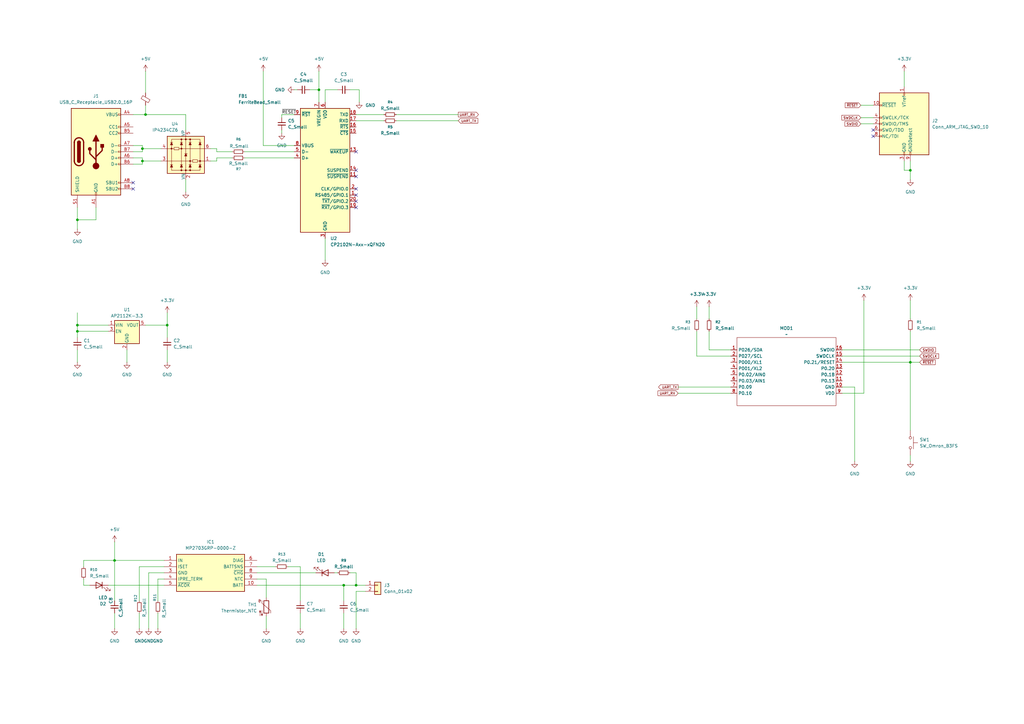
<source format=kicad_sch>
(kicad_sch
	(version 20250114)
	(generator "eeschema")
	(generator_version "9.0")
	(uuid "0d6e1c24-4e9f-405e-b390-98bca9e537d8")
	(paper "A3")
	(lib_symbols
		(symbol "Connector:Conn_ARM_JTAG_SWD_10"
			(pin_names
				(offset 1.016)
			)
			(exclude_from_sim no)
			(in_bom yes)
			(on_board yes)
			(property "Reference" "J"
				(at -2.54 16.51 0)
				(effects
					(font
						(size 1.27 1.27)
					)
					(justify right)
				)
			)
			(property "Value" "Conn_ARM_JTAG_SWD_10"
				(at -2.54 13.97 0)
				(effects
					(font
						(size 1.27 1.27)
					)
					(justify right bottom)
				)
			)
			(property "Footprint" ""
				(at 0 0 0)
				(effects
					(font
						(size 1.27 1.27)
					)
					(hide yes)
				)
			)
			(property "Datasheet" "http://infocenter.arm.com/help/topic/com.arm.doc.ddi0314h/DDI0314H_coresight_components_trm.pdf"
				(at -8.89 -31.75 90)
				(effects
					(font
						(size 1.27 1.27)
					)
					(hide yes)
				)
			)
			(property "Description" "Cortex Debug Connector, standard ARM Cortex-M SWD and JTAG interface"
				(at 0 0 0)
				(effects
					(font
						(size 1.27 1.27)
					)
					(hide yes)
				)
			)
			(property "ki_keywords" "Cortex Debug Connector ARM SWD JTAG"
				(at 0 0 0)
				(effects
					(font
						(size 1.27 1.27)
					)
					(hide yes)
				)
			)
			(property "ki_fp_filters" "PinHeader?2x05?P1.27mm*"
				(at 0 0 0)
				(effects
					(font
						(size 1.27 1.27)
					)
					(hide yes)
				)
			)
			(symbol "Conn_ARM_JTAG_SWD_10_0_1"
				(rectangle
					(start -10.16 12.7)
					(end 10.16 -12.7)
					(stroke
						(width 0.254)
						(type default)
					)
					(fill
						(type background)
					)
				)
				(rectangle
					(start -2.794 -12.7)
					(end -2.286 -11.684)
					(stroke
						(width 0)
						(type default)
					)
					(fill
						(type none)
					)
				)
				(rectangle
					(start -0.254 12.7)
					(end 0.254 11.684)
					(stroke
						(width 0)
						(type default)
					)
					(fill
						(type none)
					)
				)
				(rectangle
					(start -0.254 -12.7)
					(end 0.254 -11.684)
					(stroke
						(width 0)
						(type default)
					)
					(fill
						(type none)
					)
				)
				(rectangle
					(start 9.144 2.286)
					(end 10.16 2.794)
					(stroke
						(width 0)
						(type default)
					)
					(fill
						(type none)
					)
				)
				(rectangle
					(start 10.16 7.874)
					(end 9.144 7.366)
					(stroke
						(width 0)
						(type default)
					)
					(fill
						(type none)
					)
				)
				(rectangle
					(start 10.16 -0.254)
					(end 9.144 0.254)
					(stroke
						(width 0)
						(type default)
					)
					(fill
						(type none)
					)
				)
				(rectangle
					(start 10.16 -2.794)
					(end 9.144 -2.286)
					(stroke
						(width 0)
						(type default)
					)
					(fill
						(type none)
					)
				)
			)
			(symbol "Conn_ARM_JTAG_SWD_10_1_1"
				(rectangle
					(start 9.144 -5.334)
					(end 10.16 -4.826)
					(stroke
						(width 0)
						(type default)
					)
					(fill
						(type none)
					)
				)
				(pin no_connect line
					(at -10.16 0 0)
					(length 2.54)
					(hide yes)
					(name "KEY"
						(effects
							(font
								(size 1.27 1.27)
							)
						)
					)
					(number "7"
						(effects
							(font
								(size 1.27 1.27)
							)
						)
					)
				)
				(pin passive line
					(at -2.54 -15.24 90)
					(length 2.54)
					(name "GNDDetect"
						(effects
							(font
								(size 1.27 1.27)
							)
						)
					)
					(number "9"
						(effects
							(font
								(size 1.27 1.27)
							)
						)
					)
				)
				(pin power_in line
					(at 0 15.24 270)
					(length 2.54)
					(name "VTref"
						(effects
							(font
								(size 1.27 1.27)
							)
						)
					)
					(number "1"
						(effects
							(font
								(size 1.27 1.27)
							)
						)
					)
				)
				(pin power_in line
					(at 0 -15.24 90)
					(length 2.54)
					(name "GND"
						(effects
							(font
								(size 1.27 1.27)
							)
						)
					)
					(number "3"
						(effects
							(font
								(size 1.27 1.27)
							)
						)
					)
				)
				(pin passive line
					(at 0 -15.24 90)
					(length 2.54)
					(hide yes)
					(name "GND"
						(effects
							(font
								(size 1.27 1.27)
							)
						)
					)
					(number "5"
						(effects
							(font
								(size 1.27 1.27)
							)
						)
					)
				)
				(pin open_collector line
					(at 12.7 7.62 180)
					(length 2.54)
					(name "~{RESET}"
						(effects
							(font
								(size 1.27 1.27)
							)
						)
					)
					(number "10"
						(effects
							(font
								(size 1.27 1.27)
							)
						)
					)
				)
				(pin output line
					(at 12.7 2.54 180)
					(length 2.54)
					(name "SWCLK/TCK"
						(effects
							(font
								(size 1.27 1.27)
							)
						)
					)
					(number "4"
						(effects
							(font
								(size 1.27 1.27)
							)
						)
					)
				)
				(pin bidirectional line
					(at 12.7 0 180)
					(length 2.54)
					(name "SWDIO/TMS"
						(effects
							(font
								(size 1.27 1.27)
							)
						)
					)
					(number "2"
						(effects
							(font
								(size 1.27 1.27)
							)
						)
					)
				)
				(pin input line
					(at 12.7 -2.54 180)
					(length 2.54)
					(name "SWO/TDO"
						(effects
							(font
								(size 1.27 1.27)
							)
						)
					)
					(number "6"
						(effects
							(font
								(size 1.27 1.27)
							)
						)
					)
				)
				(pin output line
					(at 12.7 -5.08 180)
					(length 2.54)
					(name "NC/TDI"
						(effects
							(font
								(size 1.27 1.27)
							)
						)
					)
					(number "8"
						(effects
							(font
								(size 1.27 1.27)
							)
						)
					)
				)
			)
			(embedded_fonts no)
		)
		(symbol "Connector:USB_C_Receptacle_USB2.0_16P"
			(pin_names
				(offset 1.016)
			)
			(exclude_from_sim no)
			(in_bom yes)
			(on_board yes)
			(property "Reference" "J"
				(at 0 22.225 0)
				(effects
					(font
						(size 1.27 1.27)
					)
				)
			)
			(property "Value" "USB_C_Receptacle_USB2.0_16P"
				(at 0 19.685 0)
				(effects
					(font
						(size 1.27 1.27)
					)
				)
			)
			(property "Footprint" ""
				(at 3.81 0 0)
				(effects
					(font
						(size 1.27 1.27)
					)
					(hide yes)
				)
			)
			(property "Datasheet" "https://www.usb.org/sites/default/files/documents/usb_type-c.zip"
				(at 3.81 0 0)
				(effects
					(font
						(size 1.27 1.27)
					)
					(hide yes)
				)
			)
			(property "Description" "USB 2.0-only 16P Type-C Receptacle connector"
				(at 0 0 0)
				(effects
					(font
						(size 1.27 1.27)
					)
					(hide yes)
				)
			)
			(property "ki_keywords" "usb universal serial bus type-C USB2.0"
				(at 0 0 0)
				(effects
					(font
						(size 1.27 1.27)
					)
					(hide yes)
				)
			)
			(property "ki_fp_filters" "USB*C*Receptacle*"
				(at 0 0 0)
				(effects
					(font
						(size 1.27 1.27)
					)
					(hide yes)
				)
			)
			(symbol "USB_C_Receptacle_USB2.0_16P_0_0"
				(rectangle
					(start -0.254 -17.78)
					(end 0.254 -16.764)
					(stroke
						(width 0)
						(type default)
					)
					(fill
						(type none)
					)
				)
				(rectangle
					(start 10.16 15.494)
					(end 9.144 14.986)
					(stroke
						(width 0)
						(type default)
					)
					(fill
						(type none)
					)
				)
				(rectangle
					(start 10.16 10.414)
					(end 9.144 9.906)
					(stroke
						(width 0)
						(type default)
					)
					(fill
						(type none)
					)
				)
				(rectangle
					(start 10.16 7.874)
					(end 9.144 7.366)
					(stroke
						(width 0)
						(type default)
					)
					(fill
						(type none)
					)
				)
				(rectangle
					(start 10.16 2.794)
					(end 9.144 2.286)
					(stroke
						(width 0)
						(type default)
					)
					(fill
						(type none)
					)
				)
				(rectangle
					(start 10.16 0.254)
					(end 9.144 -0.254)
					(stroke
						(width 0)
						(type default)
					)
					(fill
						(type none)
					)
				)
				(rectangle
					(start 10.16 -2.286)
					(end 9.144 -2.794)
					(stroke
						(width 0)
						(type default)
					)
					(fill
						(type none)
					)
				)
				(rectangle
					(start 10.16 -4.826)
					(end 9.144 -5.334)
					(stroke
						(width 0)
						(type default)
					)
					(fill
						(type none)
					)
				)
				(rectangle
					(start 10.16 -12.446)
					(end 9.144 -12.954)
					(stroke
						(width 0)
						(type default)
					)
					(fill
						(type none)
					)
				)
				(rectangle
					(start 10.16 -14.986)
					(end 9.144 -15.494)
					(stroke
						(width 0)
						(type default)
					)
					(fill
						(type none)
					)
				)
			)
			(symbol "USB_C_Receptacle_USB2.0_16P_0_1"
				(rectangle
					(start -10.16 17.78)
					(end 10.16 -17.78)
					(stroke
						(width 0.254)
						(type default)
					)
					(fill
						(type background)
					)
				)
				(polyline
					(pts
						(xy -8.89 -3.81) (xy -8.89 3.81)
					)
					(stroke
						(width 0.508)
						(type default)
					)
					(fill
						(type none)
					)
				)
				(rectangle
					(start -7.62 -3.81)
					(end -6.35 3.81)
					(stroke
						(width 0.254)
						(type default)
					)
					(fill
						(type outline)
					)
				)
				(arc
					(start -7.62 3.81)
					(mid -6.985 4.4423)
					(end -6.35 3.81)
					(stroke
						(width 0.254)
						(type default)
					)
					(fill
						(type none)
					)
				)
				(arc
					(start -7.62 3.81)
					(mid -6.985 4.4423)
					(end -6.35 3.81)
					(stroke
						(width 0.254)
						(type default)
					)
					(fill
						(type outline)
					)
				)
				(arc
					(start -8.89 3.81)
					(mid -6.985 5.7067)
					(end -5.08 3.81)
					(stroke
						(width 0.508)
						(type default)
					)
					(fill
						(type none)
					)
				)
				(arc
					(start -5.08 -3.81)
					(mid -6.985 -5.7067)
					(end -8.89 -3.81)
					(stroke
						(width 0.508)
						(type default)
					)
					(fill
						(type none)
					)
				)
				(arc
					(start -6.35 -3.81)
					(mid -6.985 -4.4423)
					(end -7.62 -3.81)
					(stroke
						(width 0.254)
						(type default)
					)
					(fill
						(type none)
					)
				)
				(arc
					(start -6.35 -3.81)
					(mid -6.985 -4.4423)
					(end -7.62 -3.81)
					(stroke
						(width 0.254)
						(type default)
					)
					(fill
						(type outline)
					)
				)
				(polyline
					(pts
						(xy -5.08 3.81) (xy -5.08 -3.81)
					)
					(stroke
						(width 0.508)
						(type default)
					)
					(fill
						(type none)
					)
				)
				(circle
					(center -2.54 1.143)
					(radius 0.635)
					(stroke
						(width 0.254)
						(type default)
					)
					(fill
						(type outline)
					)
				)
				(polyline
					(pts
						(xy -1.27 4.318) (xy 0 6.858) (xy 1.27 4.318) (xy -1.27 4.318)
					)
					(stroke
						(width 0.254)
						(type default)
					)
					(fill
						(type outline)
					)
				)
				(polyline
					(pts
						(xy 0 -2.032) (xy 2.54 0.508) (xy 2.54 1.778)
					)
					(stroke
						(width 0.508)
						(type default)
					)
					(fill
						(type none)
					)
				)
				(polyline
					(pts
						(xy 0 -3.302) (xy -2.54 -0.762) (xy -2.54 0.508)
					)
					(stroke
						(width 0.508)
						(type default)
					)
					(fill
						(type none)
					)
				)
				(polyline
					(pts
						(xy 0 -5.842) (xy 0 4.318)
					)
					(stroke
						(width 0.508)
						(type default)
					)
					(fill
						(type none)
					)
				)
				(circle
					(center 0 -5.842)
					(radius 1.27)
					(stroke
						(width 0)
						(type default)
					)
					(fill
						(type outline)
					)
				)
				(rectangle
					(start 1.905 1.778)
					(end 3.175 3.048)
					(stroke
						(width 0.254)
						(type default)
					)
					(fill
						(type outline)
					)
				)
			)
			(symbol "USB_C_Receptacle_USB2.0_16P_1_1"
				(pin passive line
					(at -7.62 -22.86 90)
					(length 5.08)
					(name "SHIELD"
						(effects
							(font
								(size 1.27 1.27)
							)
						)
					)
					(number "S1"
						(effects
							(font
								(size 1.27 1.27)
							)
						)
					)
				)
				(pin passive line
					(at 0 -22.86 90)
					(length 5.08)
					(name "GND"
						(effects
							(font
								(size 1.27 1.27)
							)
						)
					)
					(number "A1"
						(effects
							(font
								(size 1.27 1.27)
							)
						)
					)
				)
				(pin passive line
					(at 0 -22.86 90)
					(length 5.08)
					(hide yes)
					(name "GND"
						(effects
							(font
								(size 1.27 1.27)
							)
						)
					)
					(number "A12"
						(effects
							(font
								(size 1.27 1.27)
							)
						)
					)
				)
				(pin passive line
					(at 0 -22.86 90)
					(length 5.08)
					(hide yes)
					(name "GND"
						(effects
							(font
								(size 1.27 1.27)
							)
						)
					)
					(number "B1"
						(effects
							(font
								(size 1.27 1.27)
							)
						)
					)
				)
				(pin passive line
					(at 0 -22.86 90)
					(length 5.08)
					(hide yes)
					(name "GND"
						(effects
							(font
								(size 1.27 1.27)
							)
						)
					)
					(number "B12"
						(effects
							(font
								(size 1.27 1.27)
							)
						)
					)
				)
				(pin passive line
					(at 15.24 15.24 180)
					(length 5.08)
					(name "VBUS"
						(effects
							(font
								(size 1.27 1.27)
							)
						)
					)
					(number "A4"
						(effects
							(font
								(size 1.27 1.27)
							)
						)
					)
				)
				(pin passive line
					(at 15.24 15.24 180)
					(length 5.08)
					(hide yes)
					(name "VBUS"
						(effects
							(font
								(size 1.27 1.27)
							)
						)
					)
					(number "A9"
						(effects
							(font
								(size 1.27 1.27)
							)
						)
					)
				)
				(pin passive line
					(at 15.24 15.24 180)
					(length 5.08)
					(hide yes)
					(name "VBUS"
						(effects
							(font
								(size 1.27 1.27)
							)
						)
					)
					(number "B4"
						(effects
							(font
								(size 1.27 1.27)
							)
						)
					)
				)
				(pin passive line
					(at 15.24 15.24 180)
					(length 5.08)
					(hide yes)
					(name "VBUS"
						(effects
							(font
								(size 1.27 1.27)
							)
						)
					)
					(number "B9"
						(effects
							(font
								(size 1.27 1.27)
							)
						)
					)
				)
				(pin bidirectional line
					(at 15.24 10.16 180)
					(length 5.08)
					(name "CC1"
						(effects
							(font
								(size 1.27 1.27)
							)
						)
					)
					(number "A5"
						(effects
							(font
								(size 1.27 1.27)
							)
						)
					)
				)
				(pin bidirectional line
					(at 15.24 7.62 180)
					(length 5.08)
					(name "CC2"
						(effects
							(font
								(size 1.27 1.27)
							)
						)
					)
					(number "B5"
						(effects
							(font
								(size 1.27 1.27)
							)
						)
					)
				)
				(pin bidirectional line
					(at 15.24 2.54 180)
					(length 5.08)
					(name "D-"
						(effects
							(font
								(size 1.27 1.27)
							)
						)
					)
					(number "A7"
						(effects
							(font
								(size 1.27 1.27)
							)
						)
					)
				)
				(pin bidirectional line
					(at 15.24 0 180)
					(length 5.08)
					(name "D-"
						(effects
							(font
								(size 1.27 1.27)
							)
						)
					)
					(number "B7"
						(effects
							(font
								(size 1.27 1.27)
							)
						)
					)
				)
				(pin bidirectional line
					(at 15.24 -2.54 180)
					(length 5.08)
					(name "D+"
						(effects
							(font
								(size 1.27 1.27)
							)
						)
					)
					(number "A6"
						(effects
							(font
								(size 1.27 1.27)
							)
						)
					)
				)
				(pin bidirectional line
					(at 15.24 -5.08 180)
					(length 5.08)
					(name "D+"
						(effects
							(font
								(size 1.27 1.27)
							)
						)
					)
					(number "B6"
						(effects
							(font
								(size 1.27 1.27)
							)
						)
					)
				)
				(pin bidirectional line
					(at 15.24 -12.7 180)
					(length 5.08)
					(name "SBU1"
						(effects
							(font
								(size 1.27 1.27)
							)
						)
					)
					(number "A8"
						(effects
							(font
								(size 1.27 1.27)
							)
						)
					)
				)
				(pin bidirectional line
					(at 15.24 -15.24 180)
					(length 5.08)
					(name "SBU2"
						(effects
							(font
								(size 1.27 1.27)
							)
						)
					)
					(number "B8"
						(effects
							(font
								(size 1.27 1.27)
							)
						)
					)
				)
			)
			(embedded_fonts no)
		)
		(symbol "Connector_Generic:Conn_01x02"
			(pin_names
				(offset 1.016)
				(hide yes)
			)
			(exclude_from_sim no)
			(in_bom yes)
			(on_board yes)
			(property "Reference" "J"
				(at 0 2.54 0)
				(effects
					(font
						(size 1.27 1.27)
					)
				)
			)
			(property "Value" "Conn_01x02"
				(at 0 -5.08 0)
				(effects
					(font
						(size 1.27 1.27)
					)
				)
			)
			(property "Footprint" ""
				(at 0 0 0)
				(effects
					(font
						(size 1.27 1.27)
					)
					(hide yes)
				)
			)
			(property "Datasheet" "~"
				(at 0 0 0)
				(effects
					(font
						(size 1.27 1.27)
					)
					(hide yes)
				)
			)
			(property "Description" "Generic connector, single row, 01x02, script generated (kicad-library-utils/schlib/autogen/connector/)"
				(at 0 0 0)
				(effects
					(font
						(size 1.27 1.27)
					)
					(hide yes)
				)
			)
			(property "ki_keywords" "connector"
				(at 0 0 0)
				(effects
					(font
						(size 1.27 1.27)
					)
					(hide yes)
				)
			)
			(property "ki_fp_filters" "Connector*:*_1x??_*"
				(at 0 0 0)
				(effects
					(font
						(size 1.27 1.27)
					)
					(hide yes)
				)
			)
			(symbol "Conn_01x02_1_1"
				(rectangle
					(start -1.27 1.27)
					(end 1.27 -3.81)
					(stroke
						(width 0.254)
						(type default)
					)
					(fill
						(type background)
					)
				)
				(rectangle
					(start -1.27 0.127)
					(end 0 -0.127)
					(stroke
						(width 0.1524)
						(type default)
					)
					(fill
						(type none)
					)
				)
				(rectangle
					(start -1.27 -2.413)
					(end 0 -2.667)
					(stroke
						(width 0.1524)
						(type default)
					)
					(fill
						(type none)
					)
				)
				(pin passive line
					(at -5.08 0 0)
					(length 3.81)
					(name "Pin_1"
						(effects
							(font
								(size 1.27 1.27)
							)
						)
					)
					(number "1"
						(effects
							(font
								(size 1.27 1.27)
							)
						)
					)
				)
				(pin passive line
					(at -5.08 -2.54 0)
					(length 3.81)
					(name "Pin_2"
						(effects
							(font
								(size 1.27 1.27)
							)
						)
					)
					(number "2"
						(effects
							(font
								(size 1.27 1.27)
							)
						)
					)
				)
			)
			(embedded_fonts no)
		)
		(symbol "Device:C_Small"
			(pin_numbers
				(hide yes)
			)
			(pin_names
				(offset 0.254)
				(hide yes)
			)
			(exclude_from_sim no)
			(in_bom yes)
			(on_board yes)
			(property "Reference" "C"
				(at 0.254 1.778 0)
				(effects
					(font
						(size 1.27 1.27)
					)
					(justify left)
				)
			)
			(property "Value" "C_Small"
				(at 0.254 -2.032 0)
				(effects
					(font
						(size 1.27 1.27)
					)
					(justify left)
				)
			)
			(property "Footprint" ""
				(at 0 0 0)
				(effects
					(font
						(size 1.27 1.27)
					)
					(hide yes)
				)
			)
			(property "Datasheet" "~"
				(at 0 0 0)
				(effects
					(font
						(size 1.27 1.27)
					)
					(hide yes)
				)
			)
			(property "Description" "Unpolarized capacitor, small symbol"
				(at 0 0 0)
				(effects
					(font
						(size 1.27 1.27)
					)
					(hide yes)
				)
			)
			(property "ki_keywords" "capacitor cap"
				(at 0 0 0)
				(effects
					(font
						(size 1.27 1.27)
					)
					(hide yes)
				)
			)
			(property "ki_fp_filters" "C_*"
				(at 0 0 0)
				(effects
					(font
						(size 1.27 1.27)
					)
					(hide yes)
				)
			)
			(symbol "C_Small_0_1"
				(polyline
					(pts
						(xy -1.524 0.508) (xy 1.524 0.508)
					)
					(stroke
						(width 0.3048)
						(type default)
					)
					(fill
						(type none)
					)
				)
				(polyline
					(pts
						(xy -1.524 -0.508) (xy 1.524 -0.508)
					)
					(stroke
						(width 0.3302)
						(type default)
					)
					(fill
						(type none)
					)
				)
			)
			(symbol "C_Small_1_1"
				(pin passive line
					(at 0 2.54 270)
					(length 2.032)
					(name "~"
						(effects
							(font
								(size 1.27 1.27)
							)
						)
					)
					(number "1"
						(effects
							(font
								(size 1.27 1.27)
							)
						)
					)
				)
				(pin passive line
					(at 0 -2.54 90)
					(length 2.032)
					(name "~"
						(effects
							(font
								(size 1.27 1.27)
							)
						)
					)
					(number "2"
						(effects
							(font
								(size 1.27 1.27)
							)
						)
					)
				)
			)
			(embedded_fonts no)
		)
		(symbol "Device:FerriteBead_Small"
			(pin_numbers
				(hide yes)
			)
			(pin_names
				(offset 0)
			)
			(exclude_from_sim no)
			(in_bom yes)
			(on_board yes)
			(property "Reference" "FB"
				(at 1.905 1.27 0)
				(effects
					(font
						(size 1.27 1.27)
					)
					(justify left)
				)
			)
			(property "Value" "FerriteBead_Small"
				(at 1.905 -1.27 0)
				(effects
					(font
						(size 1.27 1.27)
					)
					(justify left)
				)
			)
			(property "Footprint" ""
				(at -1.778 0 90)
				(effects
					(font
						(size 1.27 1.27)
					)
					(hide yes)
				)
			)
			(property "Datasheet" "~"
				(at 0 0 0)
				(effects
					(font
						(size 1.27 1.27)
					)
					(hide yes)
				)
			)
			(property "Description" "Ferrite bead, small symbol"
				(at 0 0 0)
				(effects
					(font
						(size 1.27 1.27)
					)
					(hide yes)
				)
			)
			(property "ki_keywords" "L ferrite bead inductor filter"
				(at 0 0 0)
				(effects
					(font
						(size 1.27 1.27)
					)
					(hide yes)
				)
			)
			(property "ki_fp_filters" "Inductor_* L_* *Ferrite*"
				(at 0 0 0)
				(effects
					(font
						(size 1.27 1.27)
					)
					(hide yes)
				)
			)
			(symbol "FerriteBead_Small_0_1"
				(polyline
					(pts
						(xy -1.8288 0.2794) (xy -1.1176 1.4986) (xy 1.8288 -0.2032) (xy 1.1176 -1.4224) (xy -1.8288 0.2794)
					)
					(stroke
						(width 0)
						(type default)
					)
					(fill
						(type none)
					)
				)
				(polyline
					(pts
						(xy 0 0.889) (xy 0 1.2954)
					)
					(stroke
						(width 0)
						(type default)
					)
					(fill
						(type none)
					)
				)
				(polyline
					(pts
						(xy 0 -1.27) (xy 0 -0.7874)
					)
					(stroke
						(width 0)
						(type default)
					)
					(fill
						(type none)
					)
				)
			)
			(symbol "FerriteBead_Small_1_1"
				(pin passive line
					(at 0 2.54 270)
					(length 1.27)
					(name "~"
						(effects
							(font
								(size 1.27 1.27)
							)
						)
					)
					(number "1"
						(effects
							(font
								(size 1.27 1.27)
							)
						)
					)
				)
				(pin passive line
					(at 0 -2.54 90)
					(length 1.27)
					(name "~"
						(effects
							(font
								(size 1.27 1.27)
							)
						)
					)
					(number "2"
						(effects
							(font
								(size 1.27 1.27)
							)
						)
					)
				)
			)
			(embedded_fonts no)
		)
		(symbol "Device:LED"
			(pin_numbers
				(hide yes)
			)
			(pin_names
				(offset 1.016)
				(hide yes)
			)
			(exclude_from_sim no)
			(in_bom yes)
			(on_board yes)
			(property "Reference" "D"
				(at 0 2.54 0)
				(effects
					(font
						(size 1.27 1.27)
					)
				)
			)
			(property "Value" "LED"
				(at 0 -2.54 0)
				(effects
					(font
						(size 1.27 1.27)
					)
				)
			)
			(property "Footprint" ""
				(at 0 0 0)
				(effects
					(font
						(size 1.27 1.27)
					)
					(hide yes)
				)
			)
			(property "Datasheet" "~"
				(at 0 0 0)
				(effects
					(font
						(size 1.27 1.27)
					)
					(hide yes)
				)
			)
			(property "Description" "Light emitting diode"
				(at 0 0 0)
				(effects
					(font
						(size 1.27 1.27)
					)
					(hide yes)
				)
			)
			(property "Sim.Pins" "1=K 2=A"
				(at 0 0 0)
				(effects
					(font
						(size 1.27 1.27)
					)
					(hide yes)
				)
			)
			(property "ki_keywords" "LED diode"
				(at 0 0 0)
				(effects
					(font
						(size 1.27 1.27)
					)
					(hide yes)
				)
			)
			(property "ki_fp_filters" "LED* LED_SMD:* LED_THT:*"
				(at 0 0 0)
				(effects
					(font
						(size 1.27 1.27)
					)
					(hide yes)
				)
			)
			(symbol "LED_0_1"
				(polyline
					(pts
						(xy -3.048 -0.762) (xy -4.572 -2.286) (xy -3.81 -2.286) (xy -4.572 -2.286) (xy -4.572 -1.524)
					)
					(stroke
						(width 0)
						(type default)
					)
					(fill
						(type none)
					)
				)
				(polyline
					(pts
						(xy -1.778 -0.762) (xy -3.302 -2.286) (xy -2.54 -2.286) (xy -3.302 -2.286) (xy -3.302 -1.524)
					)
					(stroke
						(width 0)
						(type default)
					)
					(fill
						(type none)
					)
				)
				(polyline
					(pts
						(xy -1.27 0) (xy 1.27 0)
					)
					(stroke
						(width 0)
						(type default)
					)
					(fill
						(type none)
					)
				)
				(polyline
					(pts
						(xy -1.27 -1.27) (xy -1.27 1.27)
					)
					(stroke
						(width 0.254)
						(type default)
					)
					(fill
						(type none)
					)
				)
				(polyline
					(pts
						(xy 1.27 -1.27) (xy 1.27 1.27) (xy -1.27 0) (xy 1.27 -1.27)
					)
					(stroke
						(width 0.254)
						(type default)
					)
					(fill
						(type none)
					)
				)
			)
			(symbol "LED_1_1"
				(pin passive line
					(at -3.81 0 0)
					(length 2.54)
					(name "K"
						(effects
							(font
								(size 1.27 1.27)
							)
						)
					)
					(number "1"
						(effects
							(font
								(size 1.27 1.27)
							)
						)
					)
				)
				(pin passive line
					(at 3.81 0 180)
					(length 2.54)
					(name "A"
						(effects
							(font
								(size 1.27 1.27)
							)
						)
					)
					(number "2"
						(effects
							(font
								(size 1.27 1.27)
							)
						)
					)
				)
			)
			(embedded_fonts no)
		)
		(symbol "Device:R_Small"
			(pin_numbers
				(hide yes)
			)
			(pin_names
				(offset 0.254)
				(hide yes)
			)
			(exclude_from_sim no)
			(in_bom yes)
			(on_board yes)
			(property "Reference" "R"
				(at 0 0 90)
				(effects
					(font
						(size 1.016 1.016)
					)
				)
			)
			(property "Value" "R_Small"
				(at 1.778 0 90)
				(effects
					(font
						(size 1.27 1.27)
					)
				)
			)
			(property "Footprint" ""
				(at 0 0 0)
				(effects
					(font
						(size 1.27 1.27)
					)
					(hide yes)
				)
			)
			(property "Datasheet" "~"
				(at 0 0 0)
				(effects
					(font
						(size 1.27 1.27)
					)
					(hide yes)
				)
			)
			(property "Description" "Resistor, small symbol"
				(at 0 0 0)
				(effects
					(font
						(size 1.27 1.27)
					)
					(hide yes)
				)
			)
			(property "ki_keywords" "R resistor"
				(at 0 0 0)
				(effects
					(font
						(size 1.27 1.27)
					)
					(hide yes)
				)
			)
			(property "ki_fp_filters" "R_*"
				(at 0 0 0)
				(effects
					(font
						(size 1.27 1.27)
					)
					(hide yes)
				)
			)
			(symbol "R_Small_0_1"
				(rectangle
					(start -0.762 1.778)
					(end 0.762 -1.778)
					(stroke
						(width 0.2032)
						(type default)
					)
					(fill
						(type none)
					)
				)
			)
			(symbol "R_Small_1_1"
				(pin passive line
					(at 0 2.54 270)
					(length 0.762)
					(name "~"
						(effects
							(font
								(size 1.27 1.27)
							)
						)
					)
					(number "1"
						(effects
							(font
								(size 1.27 1.27)
							)
						)
					)
				)
				(pin passive line
					(at 0 -2.54 90)
					(length 0.762)
					(name "~"
						(effects
							(font
								(size 1.27 1.27)
							)
						)
					)
					(number "2"
						(effects
							(font
								(size 1.27 1.27)
							)
						)
					)
				)
			)
			(embedded_fonts no)
		)
		(symbol "Device:Thermistor_NTC"
			(pin_numbers
				(hide yes)
			)
			(pin_names
				(offset 0)
			)
			(exclude_from_sim no)
			(in_bom yes)
			(on_board yes)
			(property "Reference" "TH"
				(at -4.445 0 90)
				(effects
					(font
						(size 1.27 1.27)
					)
				)
			)
			(property "Value" "Thermistor_NTC"
				(at 3.175 0 90)
				(effects
					(font
						(size 1.27 1.27)
					)
				)
			)
			(property "Footprint" ""
				(at 0 1.27 0)
				(effects
					(font
						(size 1.27 1.27)
					)
					(hide yes)
				)
			)
			(property "Datasheet" "~"
				(at 0 1.27 0)
				(effects
					(font
						(size 1.27 1.27)
					)
					(hide yes)
				)
			)
			(property "Description" "Temperature dependent resistor, negative temperature coefficient"
				(at 0 0 0)
				(effects
					(font
						(size 1.27 1.27)
					)
					(hide yes)
				)
			)
			(property "ki_keywords" "thermistor NTC resistor sensor RTD"
				(at 0 0 0)
				(effects
					(font
						(size 1.27 1.27)
					)
					(hide yes)
				)
			)
			(property "ki_fp_filters" "*NTC* *Thermistor* PIN?ARRAY* bornier* *Terminal?Block* R_*"
				(at 0 0 0)
				(effects
					(font
						(size 1.27 1.27)
					)
					(hide yes)
				)
			)
			(symbol "Thermistor_NTC_0_1"
				(arc
					(start -3.175 2.413)
					(mid -3.0506 2.3165)
					(end -3.048 2.159)
					(stroke
						(width 0)
						(type default)
					)
					(fill
						(type none)
					)
				)
				(arc
					(start -3.048 2.794)
					(mid -2.9736 2.9736)
					(end -2.794 3.048)
					(stroke
						(width 0)
						(type default)
					)
					(fill
						(type none)
					)
				)
				(arc
					(start -2.794 3.048)
					(mid -2.6144 2.9736)
					(end -2.54 2.794)
					(stroke
						(width 0)
						(type default)
					)
					(fill
						(type none)
					)
				)
				(arc
					(start -2.794 2.54)
					(mid -2.9736 2.6144)
					(end -3.048 2.794)
					(stroke
						(width 0)
						(type default)
					)
					(fill
						(type none)
					)
				)
				(arc
					(start -2.794 1.905)
					(mid -2.9736 1.9794)
					(end -3.048 2.159)
					(stroke
						(width 0)
						(type default)
					)
					(fill
						(type none)
					)
				)
				(arc
					(start -2.54 2.159)
					(mid -2.6144 1.9794)
					(end -2.794 1.905)
					(stroke
						(width 0)
						(type default)
					)
					(fill
						(type none)
					)
				)
				(arc
					(start -2.159 2.794)
					(mid -2.434 2.5608)
					(end -2.794 2.54)
					(stroke
						(width 0)
						(type default)
					)
					(fill
						(type none)
					)
				)
				(polyline
					(pts
						(xy -2.54 2.159) (xy -2.54 2.794)
					)
					(stroke
						(width 0)
						(type default)
					)
					(fill
						(type none)
					)
				)
				(polyline
					(pts
						(xy -2.54 -3.683) (xy -2.54 -1.397) (xy -2.794 -2.159) (xy -2.286 -2.159) (xy -2.54 -1.397) (xy -2.54 -1.651)
					)
					(stroke
						(width 0)
						(type default)
					)
					(fill
						(type outline)
					)
				)
				(polyline
					(pts
						(xy -1.778 2.54) (xy -1.778 1.524) (xy 1.778 -1.524) (xy 1.778 -2.54)
					)
					(stroke
						(width 0)
						(type default)
					)
					(fill
						(type none)
					)
				)
				(polyline
					(pts
						(xy -1.778 -1.397) (xy -1.778 -3.683) (xy -2.032 -2.921) (xy -1.524 -2.921) (xy -1.778 -3.683)
						(xy -1.778 -3.429)
					)
					(stroke
						(width 0)
						(type default)
					)
					(fill
						(type outline)
					)
				)
				(rectangle
					(start -1.016 2.54)
					(end 1.016 -2.54)
					(stroke
						(width 0.254)
						(type default)
					)
					(fill
						(type none)
					)
				)
			)
			(symbol "Thermistor_NTC_1_1"
				(pin passive line
					(at 0 3.81 270)
					(length 1.27)
					(name "~"
						(effects
							(font
								(size 1.27 1.27)
							)
						)
					)
					(number "1"
						(effects
							(font
								(size 1.27 1.27)
							)
						)
					)
				)
				(pin passive line
					(at 0 -3.81 90)
					(length 1.27)
					(name "~"
						(effects
							(font
								(size 1.27 1.27)
							)
						)
					)
					(number "2"
						(effects
							(font
								(size 1.27 1.27)
							)
						)
					)
				)
			)
			(embedded_fonts no)
		)
		(symbol "FANSTEL:BT832A"
			(exclude_from_sim no)
			(in_bom yes)
			(on_board yes)
			(property "Reference" "MOD"
				(at 2.794 6.35 0)
				(effects
					(font
						(size 1.27 1.27)
					)
				)
			)
			(property "Value" ""
				(at 0 0 0)
				(effects
					(font
						(size 1.27 1.27)
					)
				)
			)
			(property "Footprint" ""
				(at 0 0 0)
				(effects
					(font
						(size 1.27 1.27)
					)
					(hide yes)
				)
			)
			(property "Datasheet" ""
				(at 0 0 0)
				(effects
					(font
						(size 1.27 1.27)
					)
					(hide yes)
				)
			)
			(property "Description" ""
				(at 0 0 0)
				(effects
					(font
						(size 1.27 1.27)
					)
					(hide yes)
				)
			)
			(property "ki_locked" ""
				(at 0 0 0)
				(effects
					(font
						(size 1.27 1.27)
					)
				)
			)
			(symbol "BT832A_1_0"
				(pin bidirectional line
					(at -2.54 -2.54 0)
					(length 2.54)
					(name "P027/SCL"
						(effects
							(font
								(size 1.27 1.27)
							)
						)
					)
					(number "2"
						(effects
							(font
								(size 1.27 1.27)
							)
						)
					)
				)
				(pin bidirectional line
					(at 43.18 -2.54 180)
					(length 2.54)
					(name "SWDCLK"
						(effects
							(font
								(size 1.27 1.27)
							)
						)
					)
					(number "15"
						(effects
							(font
								(size 1.27 1.27)
							)
						)
					)
				)
			)
			(symbol "BT832A_1_1"
				(rectangle
					(start 0 5.08)
					(end 40.64 -22.86)
					(stroke
						(width 0)
						(type default)
					)
					(fill
						(type none)
					)
				)
				(pin bidirectional line
					(at -2.54 0 0)
					(length 2.54)
					(name "P026/SDA"
						(effects
							(font
								(size 1.27 1.27)
							)
						)
					)
					(number "1"
						(effects
							(font
								(size 1.27 1.27)
							)
						)
					)
				)
				(pin input line
					(at -2.54 -5.08 0)
					(length 2.54)
					(name "P000/XL1"
						(effects
							(font
								(size 1.27 1.27)
							)
						)
					)
					(number "3"
						(effects
							(font
								(size 1.27 1.27)
							)
						)
					)
				)
				(pin input line
					(at -2.54 -7.62 0)
					(length 2.54)
					(name "P001/XL2"
						(effects
							(font
								(size 1.27 1.27)
							)
						)
					)
					(number "4"
						(effects
							(font
								(size 1.27 1.27)
							)
						)
					)
				)
				(pin input line
					(at -2.54 -10.16 0)
					(length 2.54)
					(name "P0.02/AIN0"
						(effects
							(font
								(size 1.27 1.27)
							)
						)
					)
					(number "5"
						(effects
							(font
								(size 1.27 1.27)
							)
						)
					)
				)
				(pin input line
					(at -2.54 -12.7 0)
					(length 2.54)
					(name "P0.03/AIN1"
						(effects
							(font
								(size 1.27 1.27)
							)
						)
					)
					(number "6"
						(effects
							(font
								(size 1.27 1.27)
							)
						)
					)
				)
				(pin input line
					(at -2.54 -15.24 0)
					(length 2.54)
					(name "P0.09"
						(effects
							(font
								(size 1.27 1.27)
							)
						)
					)
					(number "7"
						(effects
							(font
								(size 1.27 1.27)
							)
						)
					)
				)
				(pin input line
					(at -2.54 -17.78 0)
					(length 2.54)
					(name "P0.10"
						(effects
							(font
								(size 1.27 1.27)
							)
						)
					)
					(number "8"
						(effects
							(font
								(size 1.27 1.27)
							)
						)
					)
				)
				(pin bidirectional line
					(at 43.18 0 180)
					(length 2.54)
					(name "SWDIO"
						(effects
							(font
								(size 1.27 1.27)
							)
						)
					)
					(number "16"
						(effects
							(font
								(size 1.27 1.27)
							)
						)
					)
				)
				(pin input line
					(at 43.18 -5.08 180)
					(length 2.54)
					(name "P0.21/RESET"
						(effects
							(font
								(size 1.27 1.27)
							)
						)
					)
					(number "14"
						(effects
							(font
								(size 1.27 1.27)
							)
						)
					)
				)
				(pin input line
					(at 43.18 -7.62 180)
					(length 2.54)
					(name "P0.20"
						(effects
							(font
								(size 1.27 1.27)
							)
						)
					)
					(number "13"
						(effects
							(font
								(size 1.27 1.27)
							)
						)
					)
				)
				(pin input line
					(at 43.18 -10.16 180)
					(length 2.54)
					(name "P0.18"
						(effects
							(font
								(size 1.27 1.27)
							)
						)
					)
					(number "12"
						(effects
							(font
								(size 1.27 1.27)
							)
						)
					)
				)
				(pin input line
					(at 43.18 -12.7 180)
					(length 2.54)
					(name "P0.13"
						(effects
							(font
								(size 1.27 1.27)
							)
						)
					)
					(number "11"
						(effects
							(font
								(size 1.27 1.27)
							)
						)
					)
				)
				(pin input line
					(at 43.18 -15.24 180)
					(length 2.54)
					(name "GND"
						(effects
							(font
								(size 1.27 1.27)
							)
						)
					)
					(number "10"
						(effects
							(font
								(size 1.27 1.27)
							)
						)
					)
				)
				(pin input line
					(at 43.18 -17.78 180)
					(length 2.54)
					(name "VDD"
						(effects
							(font
								(size 1.27 1.27)
							)
						)
					)
					(number "9"
						(effects
							(font
								(size 1.27 1.27)
							)
						)
					)
				)
			)
			(embedded_fonts no)
		)
		(symbol "Interface_USB:CP2102N-Axx-xQFN20"
			(exclude_from_sim no)
			(in_bom yes)
			(on_board yes)
			(property "Reference" "U"
				(at -8.89 26.67 0)
				(effects
					(font
						(size 1.27 1.27)
					)
				)
			)
			(property "Value" "CP2102N-Axx-xQFN20"
				(at 12.7 26.67 0)
				(effects
					(font
						(size 1.27 1.27)
					)
				)
			)
			(property "Footprint" "Package_DFN_QFN:SiliconLabs_QFN-20-1EP_3x3mm_P0.5mm"
				(at 31.75 -26.67 0)
				(effects
					(font
						(size 1.27 1.27)
					)
					(hide yes)
				)
			)
			(property "Datasheet" "https://www.silabs.com/documents/public/data-sheets/cp2102n-datasheet.pdf"
				(at 1.27 -19.05 0)
				(effects
					(font
						(size 1.27 1.27)
					)
					(hide yes)
				)
			)
			(property "Description" "USB to UART master bridge, QFN-20"
				(at 0 0 0)
				(effects
					(font
						(size 1.27 1.27)
					)
					(hide yes)
				)
			)
			(property "ki_keywords" "USB UART bridge"
				(at 0 0 0)
				(effects
					(font
						(size 1.27 1.27)
					)
					(hide yes)
				)
			)
			(property "ki_fp_filters" "SiliconLabs*QFN*3x3mm*P0.5mm*"
				(at 0 0 0)
				(effects
					(font
						(size 1.27 1.27)
					)
					(hide yes)
				)
			)
			(symbol "CP2102N-Axx-xQFN20_0_1"
				(rectangle
					(start -10.16 25.4)
					(end 10.16 -25.4)
					(stroke
						(width 0.254)
						(type default)
					)
					(fill
						(type background)
					)
				)
			)
			(symbol "CP2102N-Axx-xQFN20_1_1"
				(pin input line
					(at -12.7 22.86 0)
					(length 2.54)
					(name "~{RST}"
						(effects
							(font
								(size 1.27 1.27)
							)
						)
					)
					(number "9"
						(effects
							(font
								(size 1.27 1.27)
							)
						)
					)
				)
				(pin input line
					(at -12.7 10.16 0)
					(length 2.54)
					(name "VBUS"
						(effects
							(font
								(size 1.27 1.27)
							)
						)
					)
					(number "8"
						(effects
							(font
								(size 1.27 1.27)
							)
						)
					)
				)
				(pin bidirectional line
					(at -12.7 7.62 0)
					(length 2.54)
					(name "D-"
						(effects
							(font
								(size 1.27 1.27)
							)
						)
					)
					(number "5"
						(effects
							(font
								(size 1.27 1.27)
							)
						)
					)
				)
				(pin bidirectional line
					(at -12.7 5.08 0)
					(length 2.54)
					(name "D+"
						(effects
							(font
								(size 1.27 1.27)
							)
						)
					)
					(number "4"
						(effects
							(font
								(size 1.27 1.27)
							)
						)
					)
				)
				(pin no_connect line
					(at -10.16 -22.86 0)
					(length 2.54)
					(hide yes)
					(name "NC"
						(effects
							(font
								(size 1.27 1.27)
							)
						)
					)
					(number "10"
						(effects
							(font
								(size 1.27 1.27)
							)
						)
					)
				)
				(pin power_in line
					(at -2.54 27.94 270)
					(length 2.54)
					(name "VREGIN"
						(effects
							(font
								(size 1.27 1.27)
							)
						)
					)
					(number "7"
						(effects
							(font
								(size 1.27 1.27)
							)
						)
					)
				)
				(pin power_in line
					(at 0 27.94 270)
					(length 2.54)
					(name "VDD"
						(effects
							(font
								(size 1.27 1.27)
							)
						)
					)
					(number "6"
						(effects
							(font
								(size 1.27 1.27)
							)
						)
					)
				)
				(pin passive line
					(at 0 -27.94 90)
					(length 2.54)
					(hide yes)
					(name "GND"
						(effects
							(font
								(size 1.27 1.27)
							)
						)
					)
					(number "12"
						(effects
							(font
								(size 1.27 1.27)
							)
						)
					)
				)
				(pin passive line
					(at 0 -27.94 90)
					(length 2.54)
					(hide yes)
					(name "GND"
						(effects
							(font
								(size 1.27 1.27)
							)
						)
					)
					(number "21"
						(effects
							(font
								(size 1.27 1.27)
							)
						)
					)
				)
				(pin power_in line
					(at 0 -27.94 90)
					(length 2.54)
					(name "GND"
						(effects
							(font
								(size 1.27 1.27)
							)
						)
					)
					(number "3"
						(effects
							(font
								(size 1.27 1.27)
							)
						)
					)
				)
				(pin output line
					(at 12.7 22.86 180)
					(length 2.54)
					(name "TXD"
						(effects
							(font
								(size 1.27 1.27)
							)
						)
					)
					(number "18"
						(effects
							(font
								(size 1.27 1.27)
							)
						)
					)
				)
				(pin input line
					(at 12.7 20.32 180)
					(length 2.54)
					(name "RXD"
						(effects
							(font
								(size 1.27 1.27)
							)
						)
					)
					(number "17"
						(effects
							(font
								(size 1.27 1.27)
							)
						)
					)
				)
				(pin output line
					(at 12.7 17.78 180)
					(length 2.54)
					(name "~{RTS}"
						(effects
							(font
								(size 1.27 1.27)
							)
						)
					)
					(number "16"
						(effects
							(font
								(size 1.27 1.27)
							)
						)
					)
				)
				(pin input line
					(at 12.7 15.24 180)
					(length 2.54)
					(name "~{CTS}"
						(effects
							(font
								(size 1.27 1.27)
							)
						)
					)
					(number "15"
						(effects
							(font
								(size 1.27 1.27)
							)
						)
					)
				)
				(pin input line
					(at 12.7 7.62 180)
					(length 2.54)
					(name "~{WAKEUP}"
						(effects
							(font
								(size 1.27 1.27)
							)
						)
					)
					(number "13"
						(effects
							(font
								(size 1.27 1.27)
							)
						)
					)
				)
				(pin output line
					(at 12.7 0 180)
					(length 2.54)
					(name "SUSPEND"
						(effects
							(font
								(size 1.27 1.27)
							)
						)
					)
					(number "14"
						(effects
							(font
								(size 1.27 1.27)
							)
						)
					)
				)
				(pin output line
					(at 12.7 -2.54 180)
					(length 2.54)
					(name "~{SUSPEND}"
						(effects
							(font
								(size 1.27 1.27)
							)
						)
					)
					(number "11"
						(effects
							(font
								(size 1.27 1.27)
							)
						)
					)
				)
				(pin bidirectional line
					(at 12.7 -7.62 180)
					(length 2.54)
					(name "CLK/GPIO.0"
						(effects
							(font
								(size 1.27 1.27)
							)
						)
					)
					(number "2"
						(effects
							(font
								(size 1.27 1.27)
							)
						)
					)
				)
				(pin bidirectional line
					(at 12.7 -10.16 180)
					(length 2.54)
					(name "RS485/GPIO.1"
						(effects
							(font
								(size 1.27 1.27)
							)
						)
					)
					(number "1"
						(effects
							(font
								(size 1.27 1.27)
							)
						)
					)
				)
				(pin bidirectional line
					(at 12.7 -12.7 180)
					(length 2.54)
					(name "~{TXT}/GPIO.2"
						(effects
							(font
								(size 1.27 1.27)
							)
						)
					)
					(number "20"
						(effects
							(font
								(size 1.27 1.27)
							)
						)
					)
				)
				(pin bidirectional line
					(at 12.7 -15.24 180)
					(length 2.54)
					(name "~{RXT}/GPIO.3"
						(effects
							(font
								(size 1.27 1.27)
							)
						)
					)
					(number "19"
						(effects
							(font
								(size 1.27 1.27)
							)
						)
					)
				)
			)
			(embedded_fonts no)
		)
		(symbol "MP2703GRP:MP2703GRP-0000-Z"
			(exclude_from_sim no)
			(in_bom yes)
			(on_board yes)
			(property "Reference" "IC"
				(at 34.29 7.62 0)
				(effects
					(font
						(size 1.27 1.27)
					)
					(justify left top)
				)
			)
			(property "Value" "MP2703GRP-0000-Z"
				(at 34.29 5.08 0)
				(effects
					(font
						(size 1.27 1.27)
					)
					(justify left top)
				)
			)
			(property "Footprint" "MP2703GRP0000Z"
				(at 34.29 -94.92 0)
				(effects
					(font
						(size 1.27 1.27)
					)
					(justify left top)
					(hide yes)
				)
			)
			(property "Datasheet" "https://www.monolithicpower.com/en/documentview/productdocument/index/version/2/document_type/Datasheet/lang/en/sku/MP2703GRP/document_id/10995/"
				(at 34.29 -194.92 0)
				(effects
					(font
						(size 1.27 1.27)
					)
					(justify left top)
					(hide yes)
				)
			)
			(property "Description" "26V Input, 1A, Linear Charger with Battery Diagnostics for 1 Cell or 2 Cells , 14.4V , -40C ~ 125C (TJ)"
				(at 0 0 0)
				(effects
					(font
						(size 1.27 1.27)
					)
					(hide yes)
				)
			)
			(property "Height" "1"
				(at 34.29 -394.92 0)
				(effects
					(font
						(size 1.27 1.27)
					)
					(justify left top)
					(hide yes)
				)
			)
			(property "Manufacturer_Name" "Monolithic Power Systems (MPS)"
				(at 34.29 -494.92 0)
				(effects
					(font
						(size 1.27 1.27)
					)
					(justify left top)
					(hide yes)
				)
			)
			(property "Manufacturer_Part_Number" "MP2703GRP-0000-Z"
				(at 34.29 -594.92 0)
				(effects
					(font
						(size 1.27 1.27)
					)
					(justify left top)
					(hide yes)
				)
			)
			(property "Mouser Part Number" ""
				(at 34.29 -694.92 0)
				(effects
					(font
						(size 1.27 1.27)
					)
					(justify left top)
					(hide yes)
				)
			)
			(property "Mouser Price/Stock" ""
				(at 34.29 -794.92 0)
				(effects
					(font
						(size 1.27 1.27)
					)
					(justify left top)
					(hide yes)
				)
			)
			(property "Arrow Part Number" ""
				(at 34.29 -894.92 0)
				(effects
					(font
						(size 1.27 1.27)
					)
					(justify left top)
					(hide yes)
				)
			)
			(property "Arrow Price/Stock" ""
				(at 34.29 -994.92 0)
				(effects
					(font
						(size 1.27 1.27)
					)
					(justify left top)
					(hide yes)
				)
			)
			(symbol "MP2703GRP-0000-Z_1_1"
				(rectangle
					(start 5.08 2.54)
					(end 33.02 -12.7)
					(stroke
						(width 0.254)
						(type default)
					)
					(fill
						(type background)
					)
				)
				(pin passive line
					(at 0 0 0)
					(length 5.08)
					(name "IN"
						(effects
							(font
								(size 1.27 1.27)
							)
						)
					)
					(number "1"
						(effects
							(font
								(size 1.27 1.27)
							)
						)
					)
				)
				(pin passive line
					(at 0 -2.54 0)
					(length 5.08)
					(name "ISET"
						(effects
							(font
								(size 1.27 1.27)
							)
						)
					)
					(number "2"
						(effects
							(font
								(size 1.27 1.27)
							)
						)
					)
				)
				(pin passive line
					(at 0 -5.08 0)
					(length 5.08)
					(name "GND"
						(effects
							(font
								(size 1.27 1.27)
							)
						)
					)
					(number "3"
						(effects
							(font
								(size 1.27 1.27)
							)
						)
					)
				)
				(pin passive line
					(at 0 -7.62 0)
					(length 5.08)
					(name "IPRE_TERM"
						(effects
							(font
								(size 1.27 1.27)
							)
						)
					)
					(number "4"
						(effects
							(font
								(size 1.27 1.27)
							)
						)
					)
				)
				(pin passive line
					(at 0 -10.16 0)
					(length 5.08)
					(name "~{ACOK}"
						(effects
							(font
								(size 1.27 1.27)
							)
						)
					)
					(number "5"
						(effects
							(font
								(size 1.27 1.27)
							)
						)
					)
				)
				(pin passive line
					(at 38.1 0 180)
					(length 5.08)
					(name "DIAG"
						(effects
							(font
								(size 1.27 1.27)
							)
						)
					)
					(number "6"
						(effects
							(font
								(size 1.27 1.27)
							)
						)
					)
				)
				(pin passive line
					(at 38.1 -2.54 180)
					(length 5.08)
					(name "BATTSNS"
						(effects
							(font
								(size 1.27 1.27)
							)
						)
					)
					(number "7"
						(effects
							(font
								(size 1.27 1.27)
							)
						)
					)
				)
				(pin passive line
					(at 38.1 -5.08 180)
					(length 5.08)
					(name "~{CHG}"
						(effects
							(font
								(size 1.27 1.27)
							)
						)
					)
					(number "8"
						(effects
							(font
								(size 1.27 1.27)
							)
						)
					)
				)
				(pin passive line
					(at 38.1 -7.62 180)
					(length 5.08)
					(name "NTC"
						(effects
							(font
								(size 1.27 1.27)
							)
						)
					)
					(number "9"
						(effects
							(font
								(size 1.27 1.27)
							)
						)
					)
				)
				(pin passive line
					(at 38.1 -10.16 180)
					(length 5.08)
					(name "BATT"
						(effects
							(font
								(size 1.27 1.27)
							)
						)
					)
					(number "10"
						(effects
							(font
								(size 1.27 1.27)
							)
						)
					)
				)
			)
			(embedded_fonts no)
		)
		(symbol "Power_Protection:IP4234CZ6"
			(pin_names
				(offset 0)
			)
			(exclude_from_sim no)
			(in_bom yes)
			(on_board yes)
			(property "Reference" "U"
				(at -6.35 8.89 0)
				(effects
					(font
						(size 1.27 1.27)
					)
					(justify right)
				)
			)
			(property "Value" "IP4234CZ6"
				(at 2.794 8.89 0)
				(effects
					(font
						(size 1.27 1.27)
					)
					(justify left)
				)
			)
			(property "Footprint" "Package_TO_SOT_SMD:SC-74-6_1.55x2.9mm_P0.95mm"
				(at 0 -15.748 0)
				(effects
					(font
						(size 1.27 1.27)
					)
					(hide yes)
				)
			)
			(property "Datasheet" "https://assets.nexperia.com/documents/data-sheet/IP4234CZ6.pdf"
				(at 0 -20.066 0)
				(effects
					(font
						(size 1.27 1.27)
					)
					(hide yes)
				)
			)
			(property "Description" "ESD Protection, 2 channel, USB 2.0 to IEC 61000-4-2 level 4, 5.5V, SOT457 (SC-74-6)"
				(at 0 -18.034 0)
				(effects
					(font
						(size 1.27 1.27)
					)
					(hide yes)
				)
			)
			(property "ki_keywords" "USB ESD protection "
				(at 0 0 0)
				(effects
					(font
						(size 1.27 1.27)
					)
					(hide yes)
				)
			)
			(property "ki_fp_filters" "SC?74?6*P0.95mm*"
				(at 0 0 0)
				(effects
					(font
						(size 1.27 1.27)
					)
					(hide yes)
				)
			)
			(symbol "IP4234CZ6_0_0"
				(rectangle
					(start -5.842 6.35)
					(end 5.842 -6.35)
					(stroke
						(width 0)
						(type default)
					)
					(fill
						(type none)
					)
				)
				(polyline
					(pts
						(xy -1.778 -6.35) (xy -1.778 6.35)
					)
					(stroke
						(width 0)
						(type default)
					)
					(fill
						(type none)
					)
				)
				(polyline
					(pts
						(xy 1.778 6.35) (xy 1.778 -6.35)
					)
					(stroke
						(width 0)
						(type default)
					)
					(fill
						(type none)
					)
				)
			)
			(symbol "IP4234CZ6_0_1"
				(rectangle
					(start -7.62 7.62)
					(end 7.62 -7.62)
					(stroke
						(width 0.254)
						(type default)
					)
					(fill
						(type background)
					)
				)
				(polyline
					(pts
						(xy -7.62 2.54) (xy 2.794 2.54)
					)
					(stroke
						(width 0)
						(type default)
					)
					(fill
						(type none)
					)
				)
				(polyline
					(pts
						(xy -7.62 -2.54) (xy -4.826 -2.54)
					)
					(stroke
						(width 0)
						(type default)
					)
					(fill
						(type none)
					)
				)
				(circle
					(center -5.842 -2.54)
					(radius 0.2794)
					(stroke
						(width 0)
						(type default)
					)
					(fill
						(type outline)
					)
				)
				(polyline
					(pts
						(xy -5.334 5.08) (xy -6.35 5.08)
					)
					(stroke
						(width 0)
						(type default)
					)
					(fill
						(type none)
					)
				)
				(polyline
					(pts
						(xy -5.334 -4.064) (xy -6.35 -4.064)
					)
					(stroke
						(width 0)
						(type default)
					)
					(fill
						(type none)
					)
				)
				(circle
					(center -1.778 6.35)
					(radius 0.2794)
					(stroke
						(width 0)
						(type default)
					)
					(fill
						(type outline)
					)
				)
				(circle
					(center -1.778 -2.54)
					(radius 0.2794)
					(stroke
						(width 0)
						(type default)
					)
					(fill
						(type outline)
					)
				)
				(circle
					(center -1.778 -6.35)
					(radius 0.2794)
					(stroke
						(width 0)
						(type default)
					)
					(fill
						(type outline)
					)
				)
				(polyline
					(pts
						(xy -1.27 5.08) (xy -2.286 5.08)
					)
					(stroke
						(width 0)
						(type default)
					)
					(fill
						(type none)
					)
				)
				(polyline
					(pts
						(xy -1.27 -4.064) (xy -2.286 -4.064)
					)
					(stroke
						(width 0)
						(type default)
					)
					(fill
						(type none)
					)
				)
				(polyline
					(pts
						(xy -0.508 0.508) (xy -0.508 0.254)
					)
					(stroke
						(width 0)
						(type default)
					)
					(fill
						(type none)
					)
				)
				(polyline
					(pts
						(xy 0 7.62) (xy 0 -7.62)
					)
					(stroke
						(width 0)
						(type default)
					)
					(fill
						(type none)
					)
				)
				(circle
					(center 0 6.35)
					(radius 0.2794)
					(stroke
						(width 0)
						(type default)
					)
					(fill
						(type outline)
					)
				)
				(circle
					(center 0 -6.35)
					(radius 0.2794)
					(stroke
						(width 0)
						(type default)
					)
					(fill
						(type outline)
					)
				)
				(polyline
					(pts
						(xy 0.508 0.508) (xy -0.508 0.508)
					)
					(stroke
						(width 0)
						(type default)
					)
					(fill
						(type none)
					)
				)
				(circle
					(center 1.778 6.35)
					(radius 0.2794)
					(stroke
						(width 0)
						(type default)
					)
					(fill
						(type outline)
					)
				)
				(circle
					(center 1.778 2.54)
					(radius 0.2794)
					(stroke
						(width 0)
						(type default)
					)
					(fill
						(type outline)
					)
				)
				(circle
					(center 1.778 -6.35)
					(radius 0.2794)
					(stroke
						(width 0)
						(type default)
					)
					(fill
						(type outline)
					)
				)
				(polyline
					(pts
						(xy 2.286 5.08) (xy 1.27 5.08)
					)
					(stroke
						(width 0)
						(type default)
					)
					(fill
						(type none)
					)
				)
				(polyline
					(pts
						(xy 2.286 -4.064) (xy 1.27 -4.064)
					)
					(stroke
						(width 0)
						(type default)
					)
					(fill
						(type none)
					)
				)
				(circle
					(center 5.842 2.54)
					(radius 0.2794)
					(stroke
						(width 0)
						(type default)
					)
					(fill
						(type outline)
					)
				)
				(polyline
					(pts
						(xy 6.35 5.08) (xy 5.334 5.08)
					)
					(stroke
						(width 0)
						(type default)
					)
					(fill
						(type none)
					)
				)
				(polyline
					(pts
						(xy 6.35 -4.064) (xy 5.334 -4.064)
					)
					(stroke
						(width 0)
						(type default)
					)
					(fill
						(type none)
					)
				)
				(polyline
					(pts
						(xy 7.62 2.54) (xy 4.826 2.54)
					)
					(stroke
						(width 0)
						(type default)
					)
					(fill
						(type none)
					)
				)
				(polyline
					(pts
						(xy 7.62 -2.54) (xy -2.794 -2.54)
					)
					(stroke
						(width 0)
						(type default)
					)
					(fill
						(type none)
					)
				)
			)
			(symbol "IP4234CZ6_1_1"
				(polyline
					(pts
						(xy -5.334 4.064) (xy -6.35 4.064) (xy -5.842 5.08) (xy -5.334 4.064)
					)
					(stroke
						(width 0)
						(type default)
					)
					(fill
						(type outline)
					)
				)
				(polyline
					(pts
						(xy -5.334 -5.08) (xy -6.35 -5.08) (xy -5.842 -4.064) (xy -5.334 -5.08)
					)
					(stroke
						(width 0)
						(type default)
					)
					(fill
						(type outline)
					)
				)
				(rectangle
					(start -4.826 -2.032)
					(end -2.794 -3.048)
					(stroke
						(width 0)
						(type default)
					)
					(fill
						(type none)
					)
				)
				(polyline
					(pts
						(xy -1.27 4.064) (xy -2.286 4.064) (xy -1.778 5.08) (xy -1.27 4.064)
					)
					(stroke
						(width 0)
						(type default)
					)
					(fill
						(type outline)
					)
				)
				(polyline
					(pts
						(xy -1.27 -5.08) (xy -2.286 -5.08) (xy -1.778 -4.064) (xy -1.27 -5.08)
					)
					(stroke
						(width 0)
						(type default)
					)
					(fill
						(type outline)
					)
				)
				(polyline
					(pts
						(xy 0.508 -0.508) (xy -0.508 -0.508) (xy 0 0.508) (xy 0.508 -0.508)
					)
					(stroke
						(width 0)
						(type default)
					)
					(fill
						(type outline)
					)
				)
				(polyline
					(pts
						(xy 2.286 4.064) (xy 1.27 4.064) (xy 1.778 5.08) (xy 2.286 4.064)
					)
					(stroke
						(width 0)
						(type default)
					)
					(fill
						(type outline)
					)
				)
				(polyline
					(pts
						(xy 2.286 -5.08) (xy 1.27 -5.08) (xy 1.778 -4.064) (xy 2.286 -5.08)
					)
					(stroke
						(width 0)
						(type default)
					)
					(fill
						(type outline)
					)
				)
				(rectangle
					(start 2.794 3.048)
					(end 4.826 2.032)
					(stroke
						(width 0)
						(type default)
					)
					(fill
						(type none)
					)
				)
				(polyline
					(pts
						(xy 6.35 4.064) (xy 5.334 4.064) (xy 5.842 5.08) (xy 6.35 4.064)
					)
					(stroke
						(width 0)
						(type default)
					)
					(fill
						(type outline)
					)
				)
				(polyline
					(pts
						(xy 6.35 -5.08) (xy 5.334 -5.08) (xy 5.842 -4.064) (xy 6.35 -5.08)
					)
					(stroke
						(width 0)
						(type default)
					)
					(fill
						(type outline)
					)
				)
				(pin passive line
					(at -10.16 2.54 0)
					(length 2.54)
					(name ""
						(effects
							(font
								(size 1.27 1.27)
							)
						)
					)
					(number "6"
						(effects
							(font
								(size 1.27 1.27)
							)
						)
					)
				)
				(pin passive line
					(at -10.16 -2.54 0)
					(length 2.54)
					(name ""
						(effects
							(font
								(size 1.27 1.27)
							)
						)
					)
					(number "1"
						(effects
							(font
								(size 1.27 1.27)
							)
						)
					)
				)
				(pin passive line
					(at 0 10.16 270)
					(length 2.54)
					(name "VP"
						(effects
							(font
								(size 1.27 1.27)
							)
						)
					)
					(number "5"
						(effects
							(font
								(size 1.27 1.27)
							)
						)
					)
				)
				(pin passive line
					(at 0 -10.16 90)
					(length 2.54)
					(name "VN"
						(effects
							(font
								(size 1.27 1.27)
							)
						)
					)
					(number "2"
						(effects
							(font
								(size 1.27 1.27)
							)
						)
					)
				)
				(pin passive line
					(at 10.16 2.54 180)
					(length 2.54)
					(name ""
						(effects
							(font
								(size 1.27 1.27)
							)
						)
					)
					(number "4"
						(effects
							(font
								(size 1.27 1.27)
							)
						)
					)
				)
				(pin passive line
					(at 10.16 -2.54 180)
					(length 2.54)
					(name ""
						(effects
							(font
								(size 1.27 1.27)
							)
						)
					)
					(number "3"
						(effects
							(font
								(size 1.27 1.27)
							)
						)
					)
				)
			)
			(embedded_fonts no)
		)
		(symbol "Regulator_Linear:AP2112K-3.3"
			(pin_names
				(offset 0.254)
			)
			(exclude_from_sim no)
			(in_bom yes)
			(on_board yes)
			(property "Reference" "U"
				(at -5.08 5.715 0)
				(effects
					(font
						(size 1.27 1.27)
					)
					(justify left)
				)
			)
			(property "Value" "AP2112K-3.3"
				(at 0 5.715 0)
				(effects
					(font
						(size 1.27 1.27)
					)
					(justify left)
				)
			)
			(property "Footprint" "Package_TO_SOT_SMD:SOT-23-5"
				(at 0 8.255 0)
				(effects
					(font
						(size 1.27 1.27)
					)
					(hide yes)
				)
			)
			(property "Datasheet" "https://www.diodes.com/assets/Datasheets/AP2112.pdf"
				(at 0 2.54 0)
				(effects
					(font
						(size 1.27 1.27)
					)
					(hide yes)
				)
			)
			(property "Description" "600mA low dropout linear regulator, with enable pin, 3.8V-6V input voltage range, 3.3V fixed positive output, SOT-23-5"
				(at 0 0 0)
				(effects
					(font
						(size 1.27 1.27)
					)
					(hide yes)
				)
			)
			(property "ki_keywords" "linear regulator ldo fixed positive"
				(at 0 0 0)
				(effects
					(font
						(size 1.27 1.27)
					)
					(hide yes)
				)
			)
			(property "ki_fp_filters" "SOT?23?5*"
				(at 0 0 0)
				(effects
					(font
						(size 1.27 1.27)
					)
					(hide yes)
				)
			)
			(symbol "AP2112K-3.3_0_1"
				(rectangle
					(start -5.08 4.445)
					(end 5.08 -5.08)
					(stroke
						(width 0.254)
						(type default)
					)
					(fill
						(type background)
					)
				)
			)
			(symbol "AP2112K-3.3_1_1"
				(pin power_in line
					(at -7.62 2.54 0)
					(length 2.54)
					(name "VIN"
						(effects
							(font
								(size 1.27 1.27)
							)
						)
					)
					(number "1"
						(effects
							(font
								(size 1.27 1.27)
							)
						)
					)
				)
				(pin input line
					(at -7.62 0 0)
					(length 2.54)
					(name "EN"
						(effects
							(font
								(size 1.27 1.27)
							)
						)
					)
					(number "3"
						(effects
							(font
								(size 1.27 1.27)
							)
						)
					)
				)
				(pin power_in line
					(at 0 -7.62 90)
					(length 2.54)
					(name "GND"
						(effects
							(font
								(size 1.27 1.27)
							)
						)
					)
					(number "2"
						(effects
							(font
								(size 1.27 1.27)
							)
						)
					)
				)
				(pin no_connect line
					(at 5.08 0 180)
					(length 2.54)
					(hide yes)
					(name "NC"
						(effects
							(font
								(size 1.27 1.27)
							)
						)
					)
					(number "4"
						(effects
							(font
								(size 1.27 1.27)
							)
						)
					)
				)
				(pin power_out line
					(at 7.62 2.54 180)
					(length 2.54)
					(name "VOUT"
						(effects
							(font
								(size 1.27 1.27)
							)
						)
					)
					(number "5"
						(effects
							(font
								(size 1.27 1.27)
							)
						)
					)
				)
			)
			(embedded_fonts no)
		)
		(symbol "Switch:SW_Omron_B3FS"
			(pin_numbers
				(hide yes)
			)
			(pin_names
				(offset 1.016)
				(hide yes)
			)
			(exclude_from_sim no)
			(in_bom yes)
			(on_board yes)
			(property "Reference" "SW"
				(at 1.27 2.54 0)
				(effects
					(font
						(size 1.27 1.27)
					)
					(justify left)
				)
			)
			(property "Value" "SW_Omron_B3FS"
				(at 0 -1.524 0)
				(effects
					(font
						(size 1.27 1.27)
					)
				)
			)
			(property "Footprint" ""
				(at 0 5.08 0)
				(effects
					(font
						(size 1.27 1.27)
					)
					(hide yes)
				)
			)
			(property "Datasheet" "https://omronfs.omron.com/en_US/ecb/products/pdf/en-b3fs.pdf"
				(at 0 5.08 0)
				(effects
					(font
						(size 1.27 1.27)
					)
					(hide yes)
				)
			)
			(property "Description" "Omron B3FS 6x6mm single pole normally-open tactile switch"
				(at 0 0 0)
				(effects
					(font
						(size 1.27 1.27)
					)
					(hide yes)
				)
			)
			(property "ki_keywords" "switch normally-open pushbutton push-button"
				(at 0 0 0)
				(effects
					(font
						(size 1.27 1.27)
					)
					(hide yes)
				)
			)
			(property "ki_fp_filters" "SW*Omron*B3FS*"
				(at 0 0 0)
				(effects
					(font
						(size 1.27 1.27)
					)
					(hide yes)
				)
			)
			(symbol "SW_Omron_B3FS_0_1"
				(circle
					(center -2.032 0)
					(radius 0.508)
					(stroke
						(width 0)
						(type default)
					)
					(fill
						(type none)
					)
				)
				(polyline
					(pts
						(xy 0 1.27) (xy 0 3.048)
					)
					(stroke
						(width 0)
						(type default)
					)
					(fill
						(type none)
					)
				)
				(circle
					(center 2.032 0)
					(radius 0.508)
					(stroke
						(width 0)
						(type default)
					)
					(fill
						(type none)
					)
				)
				(polyline
					(pts
						(xy 2.54 1.27) (xy -2.54 1.27)
					)
					(stroke
						(width 0)
						(type default)
					)
					(fill
						(type none)
					)
				)
				(pin passive line
					(at -5.08 0 0)
					(length 2.54)
					(name "1"
						(effects
							(font
								(size 1.27 1.27)
							)
						)
					)
					(number "1"
						(effects
							(font
								(size 1.27 1.27)
							)
						)
					)
				)
				(pin passive line
					(at 5.08 0 180)
					(length 2.54)
					(name "2"
						(effects
							(font
								(size 1.27 1.27)
							)
						)
					)
					(number "2"
						(effects
							(font
								(size 1.27 1.27)
							)
						)
					)
				)
			)
			(embedded_fonts no)
		)
		(symbol "power:+3.3V"
			(power)
			(pin_numbers
				(hide yes)
			)
			(pin_names
				(offset 0)
				(hide yes)
			)
			(exclude_from_sim no)
			(in_bom yes)
			(on_board yes)
			(property "Reference" "#PWR"
				(at 0 -3.81 0)
				(effects
					(font
						(size 1.27 1.27)
					)
					(hide yes)
				)
			)
			(property "Value" "+3.3V"
				(at 0 3.556 0)
				(effects
					(font
						(size 1.27 1.27)
					)
				)
			)
			(property "Footprint" ""
				(at 0 0 0)
				(effects
					(font
						(size 1.27 1.27)
					)
					(hide yes)
				)
			)
			(property "Datasheet" ""
				(at 0 0 0)
				(effects
					(font
						(size 1.27 1.27)
					)
					(hide yes)
				)
			)
			(property "Description" "Power symbol creates a global label with name \"+3.3V\""
				(at 0 0 0)
				(effects
					(font
						(size 1.27 1.27)
					)
					(hide yes)
				)
			)
			(property "ki_keywords" "global power"
				(at 0 0 0)
				(effects
					(font
						(size 1.27 1.27)
					)
					(hide yes)
				)
			)
			(symbol "+3.3V_0_1"
				(polyline
					(pts
						(xy -0.762 1.27) (xy 0 2.54)
					)
					(stroke
						(width 0)
						(type default)
					)
					(fill
						(type none)
					)
				)
				(polyline
					(pts
						(xy 0 2.54) (xy 0.762 1.27)
					)
					(stroke
						(width 0)
						(type default)
					)
					(fill
						(type none)
					)
				)
				(polyline
					(pts
						(xy 0 0) (xy 0 2.54)
					)
					(stroke
						(width 0)
						(type default)
					)
					(fill
						(type none)
					)
				)
			)
			(symbol "+3.3V_1_1"
				(pin power_in line
					(at 0 0 90)
					(length 0)
					(name "~"
						(effects
							(font
								(size 1.27 1.27)
							)
						)
					)
					(number "1"
						(effects
							(font
								(size 1.27 1.27)
							)
						)
					)
				)
			)
			(embedded_fonts no)
		)
		(symbol "power:+5V"
			(power)
			(pin_numbers
				(hide yes)
			)
			(pin_names
				(offset 0)
				(hide yes)
			)
			(exclude_from_sim no)
			(in_bom yes)
			(on_board yes)
			(property "Reference" "#PWR"
				(at 0 -3.81 0)
				(effects
					(font
						(size 1.27 1.27)
					)
					(hide yes)
				)
			)
			(property "Value" "+5V"
				(at 0 3.556 0)
				(effects
					(font
						(size 1.27 1.27)
					)
				)
			)
			(property "Footprint" ""
				(at 0 0 0)
				(effects
					(font
						(size 1.27 1.27)
					)
					(hide yes)
				)
			)
			(property "Datasheet" ""
				(at 0 0 0)
				(effects
					(font
						(size 1.27 1.27)
					)
					(hide yes)
				)
			)
			(property "Description" "Power symbol creates a global label with name \"+5V\""
				(at 0 0 0)
				(effects
					(font
						(size 1.27 1.27)
					)
					(hide yes)
				)
			)
			(property "ki_keywords" "global power"
				(at 0 0 0)
				(effects
					(font
						(size 1.27 1.27)
					)
					(hide yes)
				)
			)
			(symbol "+5V_0_1"
				(polyline
					(pts
						(xy -0.762 1.27) (xy 0 2.54)
					)
					(stroke
						(width 0)
						(type default)
					)
					(fill
						(type none)
					)
				)
				(polyline
					(pts
						(xy 0 2.54) (xy 0.762 1.27)
					)
					(stroke
						(width 0)
						(type default)
					)
					(fill
						(type none)
					)
				)
				(polyline
					(pts
						(xy 0 0) (xy 0 2.54)
					)
					(stroke
						(width 0)
						(type default)
					)
					(fill
						(type none)
					)
				)
			)
			(symbol "+5V_1_1"
				(pin power_in line
					(at 0 0 90)
					(length 0)
					(name "~"
						(effects
							(font
								(size 1.27 1.27)
							)
						)
					)
					(number "1"
						(effects
							(font
								(size 1.27 1.27)
							)
						)
					)
				)
			)
			(embedded_fonts no)
		)
		(symbol "power:GND"
			(power)
			(pin_numbers
				(hide yes)
			)
			(pin_names
				(offset 0)
				(hide yes)
			)
			(exclude_from_sim no)
			(in_bom yes)
			(on_board yes)
			(property "Reference" "#PWR"
				(at 0 -6.35 0)
				(effects
					(font
						(size 1.27 1.27)
					)
					(hide yes)
				)
			)
			(property "Value" "GND"
				(at 0 -3.81 0)
				(effects
					(font
						(size 1.27 1.27)
					)
				)
			)
			(property "Footprint" ""
				(at 0 0 0)
				(effects
					(font
						(size 1.27 1.27)
					)
					(hide yes)
				)
			)
			(property "Datasheet" ""
				(at 0 0 0)
				(effects
					(font
						(size 1.27 1.27)
					)
					(hide yes)
				)
			)
			(property "Description" "Power symbol creates a global label with name \"GND\" , ground"
				(at 0 0 0)
				(effects
					(font
						(size 1.27 1.27)
					)
					(hide yes)
				)
			)
			(property "ki_keywords" "global power"
				(at 0 0 0)
				(effects
					(font
						(size 1.27 1.27)
					)
					(hide yes)
				)
			)
			(symbol "GND_0_1"
				(polyline
					(pts
						(xy 0 0) (xy 0 -1.27) (xy 1.27 -1.27) (xy 0 -2.54) (xy -1.27 -1.27) (xy 0 -1.27)
					)
					(stroke
						(width 0)
						(type default)
					)
					(fill
						(type none)
					)
				)
			)
			(symbol "GND_1_1"
				(pin power_in line
					(at 0 0 270)
					(length 0)
					(name "~"
						(effects
							(font
								(size 1.27 1.27)
							)
						)
					)
					(number "1"
						(effects
							(font
								(size 1.27 1.27)
							)
						)
					)
				)
			)
			(embedded_fonts no)
		)
	)
	(junction
		(at 146.05 240.03)
		(diameter 0)
		(color 0 0 0 0)
		(uuid "0995cdbf-427d-4bb2-ba19-98f1417556b8")
	)
	(junction
		(at 140.97 240.03)
		(diameter 0)
		(color 0 0 0 0)
		(uuid "10bd677a-3c3f-43e5-ac14-4a1d5bf19174")
	)
	(junction
		(at 31.75 135.89)
		(diameter 0)
		(color 0 0 0 0)
		(uuid "1677e62a-d9c6-4392-9c35-2e0fd3f13f56")
	)
	(junction
		(at 373.38 148.59)
		(diameter 0)
		(color 0 0 0 0)
		(uuid "2242ac12-e24d-471c-b4d8-9bda9956a721")
	)
	(junction
		(at 130.81 36.83)
		(diameter 0)
		(color 0 0 0 0)
		(uuid "2357ecc3-c6ae-493b-ab2d-cacf5fdfa9f7")
	)
	(junction
		(at 46.99 229.87)
		(diameter 0)
		(color 0 0 0 0)
		(uuid "2c913fc5-2f9c-46af-a1ef-610577d79a3c")
	)
	(junction
		(at 373.38 69.85)
		(diameter 0)
		(color 0 0 0 0)
		(uuid "73e84a75-96d8-45f3-8627-0121ace41123")
	)
	(junction
		(at 58.42 60.96)
		(diameter 0)
		(color 0 0 0 0)
		(uuid "92f9008d-6845-4790-8f06-884b6c110f73")
	)
	(junction
		(at 68.58 133.35)
		(diameter 0)
		(color 0 0 0 0)
		(uuid "a557a360-3ba9-41f1-ad5b-d93a0b3f9f77")
	)
	(junction
		(at 31.75 133.35)
		(diameter 0)
		(color 0 0 0 0)
		(uuid "bd635040-5236-4020-bb7c-39e3108f0e30")
	)
	(junction
		(at 59.69 46.99)
		(diameter 0)
		(color 0 0 0 0)
		(uuid "c7f9a233-b955-415f-bbde-f1b4505bcdb3")
	)
	(junction
		(at 58.42 66.04)
		(diameter 0)
		(color 0 0 0 0)
		(uuid "e953ca86-a3a3-4129-97cc-8b02836c02b1")
	)
	(junction
		(at 31.75 90.17)
		(diameter 0)
		(color 0 0 0 0)
		(uuid "efc05313-6eb6-4ff1-b09e-f064a2d8e9ae")
	)
	(no_connect
		(at 54.61 74.93)
		(uuid "051d896b-9c75-42b8-83f2-19f046afac72")
	)
	(no_connect
		(at 358.14 53.34)
		(uuid "0caf33f5-5fd4-46a6-b580-f09d6df298ca")
	)
	(no_connect
		(at 146.05 80.01)
		(uuid "173472ea-19b7-4554-93ad-0950a2840b90")
	)
	(no_connect
		(at 54.61 77.47)
		(uuid "1ee2a993-3baf-4c14-acd8-972687f93250")
	)
	(no_connect
		(at 146.05 69.85)
		(uuid "6b1d514a-5442-462d-b53f-d08162c2ef69")
	)
	(no_connect
		(at 358.14 55.88)
		(uuid "6c114256-81a3-421b-9f26-705a16d3579b")
	)
	(no_connect
		(at 146.05 62.23)
		(uuid "7677c217-5471-466b-b949-9b36d8fe8424")
	)
	(no_connect
		(at 146.05 77.47)
		(uuid "c92208f0-d357-4c7e-a7b5-a400f688b79a")
	)
	(no_connect
		(at 146.05 85.09)
		(uuid "d792569c-a438-43b6-81bb-099082f612b0")
	)
	(no_connect
		(at 146.05 82.55)
		(uuid "e67783ba-c87f-4dda-b654-6e972e76c908")
	)
	(no_connect
		(at 146.05 72.39)
		(uuid "eb07a3fc-3fb7-4ec8-95b5-60386172125e")
	)
	(wire
		(pts
			(xy 67.31 229.87) (xy 46.99 229.87)
		)
		(stroke
			(width 0)
			(type default)
		)
		(uuid "002daf04-e230-4b79-8542-0e3fce75b1b2")
	)
	(wire
		(pts
			(xy 133.35 36.83) (xy 133.35 41.91)
		)
		(stroke
			(width 0)
			(type default)
		)
		(uuid "02a07324-b5b4-4bcd-9ea3-0c7d8053e571")
	)
	(wire
		(pts
			(xy 370.84 66.04) (xy 370.84 69.85)
		)
		(stroke
			(width 0)
			(type default)
		)
		(uuid "03d10517-1359-48a4-812a-7b2030573061")
	)
	(wire
		(pts
			(xy 354.33 161.29) (xy 354.33 123.19)
		)
		(stroke
			(width 0)
			(type default)
		)
		(uuid "054cd208-d26c-4570-83c2-bf720f70a626")
	)
	(wire
		(pts
			(xy 46.99 251.46) (xy 46.99 257.81)
		)
		(stroke
			(width 0)
			(type default)
		)
		(uuid "0614186d-287a-47d9-a80d-cce6d95eccd1")
	)
	(wire
		(pts
			(xy 88.9 62.23) (xy 95.25 62.23)
		)
		(stroke
			(width 0)
			(type default)
		)
		(uuid "07d7b804-69ed-4373-b185-7e4e7204ce61")
	)
	(wire
		(pts
			(xy 373.38 148.59) (xy 373.38 176.53)
		)
		(stroke
			(width 0)
			(type default)
		)
		(uuid "0a2a7124-a3de-4395-9b1b-5cdc141cffd1")
	)
	(wire
		(pts
			(xy 278.13 161.29) (xy 299.72 161.29)
		)
		(stroke
			(width 0)
			(type default)
		)
		(uuid "0af9dcf9-a968-4077-b15b-bab5174e114a")
	)
	(wire
		(pts
			(xy 146.05 46.99) (xy 157.48 46.99)
		)
		(stroke
			(width 0)
			(type default)
		)
		(uuid "0c99b43d-963b-4761-a149-3f2fde100b39")
	)
	(wire
		(pts
			(xy 68.58 143.51) (xy 68.58 148.59)
		)
		(stroke
			(width 0)
			(type default)
		)
		(uuid "0f1620af-1f30-44d5-b65b-d7317a5e0465")
	)
	(wire
		(pts
			(xy 370.84 69.85) (xy 373.38 69.85)
		)
		(stroke
			(width 0)
			(type default)
		)
		(uuid "0fe40078-e6d7-43a0-b559-d5259792b5c2")
	)
	(wire
		(pts
			(xy 88.9 60.96) (xy 86.36 60.96)
		)
		(stroke
			(width 0)
			(type default)
		)
		(uuid "103b848a-6284-4067-9711-52fcf33f0b01")
	)
	(wire
		(pts
			(xy 278.13 158.75) (xy 299.72 158.75)
		)
		(stroke
			(width 0)
			(type default)
		)
		(uuid "10b25335-80d8-4e87-9f3e-b409f7373f63")
	)
	(wire
		(pts
			(xy 123.19 251.46) (xy 123.19 257.81)
		)
		(stroke
			(width 0)
			(type default)
		)
		(uuid "16d47dab-52bf-47b6-8df8-efd1e36f2e61")
	)
	(wire
		(pts
			(xy 107.95 59.69) (xy 107.95 29.21)
		)
		(stroke
			(width 0)
			(type default)
		)
		(uuid "17153797-6c08-4d36-b474-13af57adb9ce")
	)
	(wire
		(pts
			(xy 54.61 67.31) (xy 58.42 67.31)
		)
		(stroke
			(width 0)
			(type default)
		)
		(uuid "190cbcea-cb9d-4dc9-93f3-cf0aefe00a41")
	)
	(wire
		(pts
			(xy 115.57 53.34) (xy 115.57 54.61)
		)
		(stroke
			(width 0)
			(type default)
		)
		(uuid "1d3b11d2-e9ea-49b4-82df-2987227dc830")
	)
	(wire
		(pts
			(xy 54.61 62.23) (xy 58.42 62.23)
		)
		(stroke
			(width 0)
			(type default)
		)
		(uuid "1fb4584e-471a-45a4-a725-144305c82ad3")
	)
	(wire
		(pts
			(xy 115.57 46.99) (xy 115.57 48.26)
		)
		(stroke
			(width 0)
			(type default)
		)
		(uuid "211f3b10-862f-437b-acdd-492dae5acfda")
	)
	(wire
		(pts
			(xy 345.44 146.05) (xy 377.19 146.05)
		)
		(stroke
			(width 0)
			(type default)
		)
		(uuid "2135f6a4-f405-4dd9-bad3-fdcd425bb601")
	)
	(wire
		(pts
			(xy 58.42 66.04) (xy 66.04 66.04)
		)
		(stroke
			(width 0)
			(type default)
		)
		(uuid "23388e25-8004-4747-88fa-967bd9cb753b")
	)
	(wire
		(pts
			(xy 285.75 125.73) (xy 285.75 130.81)
		)
		(stroke
			(width 0)
			(type default)
		)
		(uuid "234f5495-b404-4036-a16c-7950f9b28b10")
	)
	(wire
		(pts
			(xy 345.44 148.59) (xy 373.38 148.59)
		)
		(stroke
			(width 0)
			(type default)
		)
		(uuid "2a36633a-4f20-4d61-86ea-8406885eee65")
	)
	(wire
		(pts
			(xy 146.05 49.53) (xy 157.48 49.53)
		)
		(stroke
			(width 0)
			(type default)
		)
		(uuid "2bcb6e2a-5903-4f61-9839-615818b1cce0")
	)
	(wire
		(pts
			(xy 140.97 240.03) (xy 146.05 240.03)
		)
		(stroke
			(width 0)
			(type default)
		)
		(uuid "2d566a37-4aaf-4834-b62a-9de68d4adb01")
	)
	(wire
		(pts
			(xy 373.38 69.85) (xy 373.38 73.66)
		)
		(stroke
			(width 0)
			(type default)
		)
		(uuid "2e43ffe1-b02d-4db4-a240-cce563f2b85d")
	)
	(wire
		(pts
			(xy 373.38 66.04) (xy 373.38 69.85)
		)
		(stroke
			(width 0)
			(type default)
		)
		(uuid "302f427b-43f9-455a-9949-ddbef11caaf2")
	)
	(wire
		(pts
			(xy 95.25 64.77) (xy 88.9 64.77)
		)
		(stroke
			(width 0)
			(type default)
		)
		(uuid "31907cb8-3f65-487c-8256-a3199a81f98b")
	)
	(wire
		(pts
			(xy 31.75 143.51) (xy 31.75 148.59)
		)
		(stroke
			(width 0)
			(type default)
		)
		(uuid "385d0f31-040a-4929-a583-24967ae10613")
	)
	(wire
		(pts
			(xy 46.99 222.25) (xy 46.99 229.87)
		)
		(stroke
			(width 0)
			(type default)
		)
		(uuid "39394ef5-6040-40e8-9461-a7a4d1695ba6")
	)
	(wire
		(pts
			(xy 373.38 148.59) (xy 377.19 148.59)
		)
		(stroke
			(width 0)
			(type default)
		)
		(uuid "3d1dfd3a-0118-49e3-bba4-ec50b831b8c9")
	)
	(wire
		(pts
			(xy 31.75 135.89) (xy 31.75 133.35)
		)
		(stroke
			(width 0)
			(type default)
		)
		(uuid "3f481c2d-edf3-4198-8bdf-9d012cb7a22e")
	)
	(wire
		(pts
			(xy 290.83 135.89) (xy 290.83 143.51)
		)
		(stroke
			(width 0)
			(type default)
		)
		(uuid "4066953c-54e8-4af9-b9d9-64220974d169")
	)
	(wire
		(pts
			(xy 345.44 143.51) (xy 377.19 143.51)
		)
		(stroke
			(width 0)
			(type default)
		)
		(uuid "40e1d445-a734-49ad-beda-5f7fa092294b")
	)
	(wire
		(pts
			(xy 34.29 237.49) (xy 34.29 240.03)
		)
		(stroke
			(width 0)
			(type default)
		)
		(uuid "412eb09d-5df5-4441-b472-41252bcbf2de")
	)
	(wire
		(pts
			(xy 127 36.83) (xy 130.81 36.83)
		)
		(stroke
			(width 0)
			(type default)
		)
		(uuid "42275c04-6d84-4ecd-99cc-3045d4ba1dc2")
	)
	(wire
		(pts
			(xy 31.75 133.35) (xy 31.75 128.27)
		)
		(stroke
			(width 0)
			(type default)
		)
		(uuid "4513e582-694b-457c-8fa8-96377149a287")
	)
	(wire
		(pts
			(xy 100.33 62.23) (xy 120.65 62.23)
		)
		(stroke
			(width 0)
			(type default)
		)
		(uuid "48d69daf-4769-4dcc-813e-c121b1aeabf1")
	)
	(wire
		(pts
			(xy 88.9 62.23) (xy 88.9 60.96)
		)
		(stroke
			(width 0)
			(type default)
		)
		(uuid "49f6abd3-3002-433b-8e43-f16d05bba93e")
	)
	(wire
		(pts
			(xy 143.51 234.95) (xy 146.05 234.95)
		)
		(stroke
			(width 0)
			(type default)
		)
		(uuid "4cecffc1-a588-419d-90be-299003edeb7b")
	)
	(wire
		(pts
			(xy 162.56 46.99) (xy 187.96 46.99)
		)
		(stroke
			(width 0)
			(type default)
		)
		(uuid "4d2db8ea-9159-4e54-be5c-12a5cb92922b")
	)
	(wire
		(pts
			(xy 146.05 240.03) (xy 149.86 240.03)
		)
		(stroke
			(width 0)
			(type default)
		)
		(uuid "5304e576-32da-497c-9005-f363384a96fb")
	)
	(wire
		(pts
			(xy 120.65 59.69) (xy 107.95 59.69)
		)
		(stroke
			(width 0)
			(type default)
		)
		(uuid "5badcba0-c443-483c-bba7-f6dd4d92c828")
	)
	(wire
		(pts
			(xy 146.05 234.95) (xy 146.05 240.03)
		)
		(stroke
			(width 0)
			(type default)
		)
		(uuid "5dc0de7c-8c07-434d-b54a-87a6044cefaf")
	)
	(wire
		(pts
			(xy 138.43 234.95) (xy 137.16 234.95)
		)
		(stroke
			(width 0)
			(type default)
		)
		(uuid "5dfa9948-0c16-40cc-a962-83a15ace463c")
	)
	(wire
		(pts
			(xy 105.41 232.41) (xy 113.03 232.41)
		)
		(stroke
			(width 0)
			(type default)
		)
		(uuid "601765c6-da67-47c0-a450-e591d3530892")
	)
	(wire
		(pts
			(xy 358.14 43.18) (xy 353.06 43.18)
		)
		(stroke
			(width 0)
			(type default)
		)
		(uuid "60cd81b8-9aca-4fea-afdd-8969034b29f2")
	)
	(wire
		(pts
			(xy 133.35 36.83) (xy 138.43 36.83)
		)
		(stroke
			(width 0)
			(type default)
		)
		(uuid "61d89350-47fe-4e70-aab9-301b619e10b8")
	)
	(wire
		(pts
			(xy 162.56 49.53) (xy 187.96 49.53)
		)
		(stroke
			(width 0)
			(type default)
		)
		(uuid "623205c9-7ecd-43dc-9f9a-73ad5013d201")
	)
	(wire
		(pts
			(xy 57.15 232.41) (xy 57.15 246.38)
		)
		(stroke
			(width 0)
			(type default)
		)
		(uuid "66f30ed1-eabe-41c2-91d6-8f5c79db3244")
	)
	(wire
		(pts
			(xy 34.29 240.03) (xy 36.83 240.03)
		)
		(stroke
			(width 0)
			(type default)
		)
		(uuid "67b8661c-ea65-468d-a6b4-8217ef397930")
	)
	(wire
		(pts
			(xy 345.44 161.29) (xy 354.33 161.29)
		)
		(stroke
			(width 0)
			(type default)
		)
		(uuid "67e027de-a77c-416d-847c-fdd5c788e10d")
	)
	(wire
		(pts
			(xy 358.14 48.26) (xy 353.06 48.26)
		)
		(stroke
			(width 0)
			(type default)
		)
		(uuid "6bd602ec-d5b0-4e16-9eb5-08f3d0d3b500")
	)
	(wire
		(pts
			(xy 373.38 135.89) (xy 373.38 148.59)
		)
		(stroke
			(width 0)
			(type default)
		)
		(uuid "6c336213-b4b2-4820-83db-39f2bbbd32c6")
	)
	(wire
		(pts
			(xy 130.81 36.83) (xy 130.81 41.91)
		)
		(stroke
			(width 0)
			(type default)
		)
		(uuid "6f2d6d9f-f929-45a4-809c-583d34027327")
	)
	(wire
		(pts
			(xy 46.99 229.87) (xy 46.99 246.38)
		)
		(stroke
			(width 0)
			(type default)
		)
		(uuid "6ff752e6-9bf4-4b23-94c8-0fbfedb4cf51")
	)
	(wire
		(pts
			(xy 58.42 64.77) (xy 58.42 66.04)
		)
		(stroke
			(width 0)
			(type default)
		)
		(uuid "703e44df-e24e-4c90-9c05-7179f4a1a01a")
	)
	(wire
		(pts
			(xy 54.61 46.99) (xy 59.69 46.99)
		)
		(stroke
			(width 0)
			(type default)
		)
		(uuid "74ed8438-2645-40e7-9f00-1666473bf078")
	)
	(wire
		(pts
			(xy 64.77 237.49) (xy 64.77 246.38)
		)
		(stroke
			(width 0)
			(type default)
		)
		(uuid "78adde30-15be-446d-8076-f7929729bf2f")
	)
	(wire
		(pts
			(xy 34.29 229.87) (xy 34.29 232.41)
		)
		(stroke
			(width 0)
			(type default)
		)
		(uuid "7a665eb1-a850-41dc-be0e-d95a19efd667")
	)
	(wire
		(pts
			(xy 140.97 240.03) (xy 140.97 246.38)
		)
		(stroke
			(width 0)
			(type default)
		)
		(uuid "7a784bda-877a-4f12-ac56-6916062d41ca")
	)
	(wire
		(pts
			(xy 373.38 186.69) (xy 373.38 189.23)
		)
		(stroke
			(width 0)
			(type default)
		)
		(uuid "830cd752-95c7-4ef9-8082-7d069b6a7bee")
	)
	(wire
		(pts
			(xy 57.15 251.46) (xy 57.15 257.81)
		)
		(stroke
			(width 0)
			(type default)
		)
		(uuid "854cb5b8-86bc-4637-993f-74add68a5405")
	)
	(wire
		(pts
			(xy 58.42 62.23) (xy 58.42 60.96)
		)
		(stroke
			(width 0)
			(type default)
		)
		(uuid "86455668-9b52-4d29-9dc7-e64d0e49fdde")
	)
	(wire
		(pts
			(xy 105.41 237.49) (xy 109.22 237.49)
		)
		(stroke
			(width 0)
			(type default)
		)
		(uuid "87272bb8-03e5-4cf2-832c-f35875564f16")
	)
	(wire
		(pts
			(xy 109.22 252.73) (xy 109.22 257.81)
		)
		(stroke
			(width 0)
			(type default)
		)
		(uuid "892be66e-2d1d-4999-b68e-c397a1411427")
	)
	(wire
		(pts
			(xy 105.41 240.03) (xy 140.97 240.03)
		)
		(stroke
			(width 0)
			(type default)
		)
		(uuid "89e69839-aecf-486d-ab9d-e79c1080e1d4")
	)
	(wire
		(pts
			(xy 58.42 60.96) (xy 66.04 60.96)
		)
		(stroke
			(width 0)
			(type default)
		)
		(uuid "8e2c330c-8a78-4fe4-9e8a-dae3c1a9bef7")
	)
	(wire
		(pts
			(xy 76.2 46.99) (xy 59.69 46.99)
		)
		(stroke
			(width 0)
			(type default)
		)
		(uuid "8f7625f5-1587-47bd-83de-8b6e5ed06324")
	)
	(wire
		(pts
			(xy 299.72 146.05) (xy 285.75 146.05)
		)
		(stroke
			(width 0)
			(type default)
		)
		(uuid "8ff40a3b-bf47-4f2c-8d6d-10f07189d34f")
	)
	(wire
		(pts
			(xy 68.58 133.35) (xy 68.58 128.27)
		)
		(stroke
			(width 0)
			(type default)
		)
		(uuid "934bf771-74ed-4b9b-8a48-361df4d33831")
	)
	(wire
		(pts
			(xy 88.9 64.77) (xy 88.9 66.04)
		)
		(stroke
			(width 0)
			(type default)
		)
		(uuid "9a67cb0a-90aa-4e2b-a528-79978a2998a0")
	)
	(wire
		(pts
			(xy 345.44 158.75) (xy 350.52 158.75)
		)
		(stroke
			(width 0)
			(type default)
		)
		(uuid "9e6f0cd7-0a62-4278-bc03-0e17e72f14a2")
	)
	(wire
		(pts
			(xy 149.86 242.57) (xy 146.05 242.57)
		)
		(stroke
			(width 0)
			(type default)
		)
		(uuid "a0916437-b6b3-4e4b-9531-213770502da8")
	)
	(wire
		(pts
			(xy 299.72 143.51) (xy 290.83 143.51)
		)
		(stroke
			(width 0)
			(type default)
		)
		(uuid "a0d9a0c6-b338-44ea-aab8-5f82fdcff7cf")
	)
	(wire
		(pts
			(xy 105.41 234.95) (xy 129.54 234.95)
		)
		(stroke
			(width 0)
			(type default)
		)
		(uuid "a3b3474c-c6c8-4ca1-b1c2-8f124741f944")
	)
	(wire
		(pts
			(xy 67.31 237.49) (xy 64.77 237.49)
		)
		(stroke
			(width 0)
			(type default)
		)
		(uuid "a49c3fe7-46d6-48d0-9ca0-92088ff17b0a")
	)
	(wire
		(pts
			(xy 60.96 234.95) (xy 60.96 257.81)
		)
		(stroke
			(width 0)
			(type default)
		)
		(uuid "a4c210a5-1388-497e-91c6-02884b908e4a")
	)
	(wire
		(pts
			(xy 350.52 158.75) (xy 350.52 189.23)
		)
		(stroke
			(width 0)
			(type default)
		)
		(uuid "a60b0661-4f76-41a0-afd4-25f974ddfc3c")
	)
	(wire
		(pts
			(xy 31.75 90.17) (xy 31.75 93.98)
		)
		(stroke
			(width 0)
			(type default)
		)
		(uuid "a662d342-42d7-43a0-abf9-a905a62c04fa")
	)
	(wire
		(pts
			(xy 290.83 125.73) (xy 290.83 130.81)
		)
		(stroke
			(width 0)
			(type default)
		)
		(uuid "a6d1b457-5563-4a05-be08-e371fc1375df")
	)
	(wire
		(pts
			(xy 68.58 133.35) (xy 68.58 138.43)
		)
		(stroke
			(width 0)
			(type default)
		)
		(uuid "a7165c08-3062-4cad-a70b-598141d9fc41")
	)
	(wire
		(pts
			(xy 133.35 97.79) (xy 133.35 106.68)
		)
		(stroke
			(width 0)
			(type default)
		)
		(uuid "a8324d32-dc0a-4cd2-bc7b-3d3f945dd92a")
	)
	(wire
		(pts
			(xy 123.19 232.41) (xy 123.19 246.38)
		)
		(stroke
			(width 0)
			(type default)
		)
		(uuid "a895380e-4fc7-452f-8ef0-845ee040ce36")
	)
	(wire
		(pts
			(xy 143.51 36.83) (xy 147.32 36.83)
		)
		(stroke
			(width 0)
			(type default)
		)
		(uuid "ae1e0c42-68b0-49ed-b358-e5398bdcdc25")
	)
	(wire
		(pts
			(xy 358.14 50.8) (xy 353.06 50.8)
		)
		(stroke
			(width 0)
			(type default)
		)
		(uuid "b1be3262-1928-4677-a6ff-18ba204bfaf9")
	)
	(wire
		(pts
			(xy 120.65 36.83) (xy 121.92 36.83)
		)
		(stroke
			(width 0)
			(type default)
		)
		(uuid "b43b69e7-52a8-4b0c-a221-dceb3f5b2662")
	)
	(wire
		(pts
			(xy 52.07 143.51) (xy 52.07 148.59)
		)
		(stroke
			(width 0)
			(type default)
		)
		(uuid "b61f1050-ce4a-4663-84e4-4a958010bd25")
	)
	(wire
		(pts
			(xy 67.31 232.41) (xy 57.15 232.41)
		)
		(stroke
			(width 0)
			(type default)
		)
		(uuid "b68c2fd0-b273-40c3-8520-90a5375e4da5")
	)
	(wire
		(pts
			(xy 109.22 237.49) (xy 109.22 245.11)
		)
		(stroke
			(width 0)
			(type default)
		)
		(uuid "bcde58de-587a-4028-8575-1896ea577259")
	)
	(wire
		(pts
			(xy 102.87 449.58) (xy 102.87 452.12)
		)
		(stroke
			(width 0)
			(type default)
		)
		(uuid "bf11a6dd-1f22-445b-b53d-462acde90e25")
	)
	(wire
		(pts
			(xy 130.81 29.21) (xy 130.81 36.83)
		)
		(stroke
			(width 0)
			(type default)
		)
		(uuid "c0d2334e-8a68-474c-8fe7-7676999c33c9")
	)
	(wire
		(pts
			(xy 64.77 251.46) (xy 64.77 257.81)
		)
		(stroke
			(width 0)
			(type default)
		)
		(uuid "c0e2aa7f-151e-439e-bc49-2fca7dfbdea6")
	)
	(wire
		(pts
			(xy 31.75 85.09) (xy 31.75 90.17)
		)
		(stroke
			(width 0)
			(type default)
		)
		(uuid "c1e21e8f-ab04-4cd4-b22e-56c765fc5bb2")
	)
	(wire
		(pts
			(xy 59.69 133.35) (xy 68.58 133.35)
		)
		(stroke
			(width 0)
			(type default)
		)
		(uuid "c1f41a3b-a7b1-42c6-9fa1-0f2db534d8d5")
	)
	(wire
		(pts
			(xy 76.2 73.66) (xy 76.2 78.74)
		)
		(stroke
			(width 0)
			(type default)
		)
		(uuid "c31d423c-ae25-433c-83a7-0c624a010111")
	)
	(wire
		(pts
			(xy 88.9 66.04) (xy 86.36 66.04)
		)
		(stroke
			(width 0)
			(type default)
		)
		(uuid "c686e1bf-5c44-4013-8cf3-4a6c80dcd384")
	)
	(wire
		(pts
			(xy 31.75 133.35) (xy 44.45 133.35)
		)
		(stroke
			(width 0)
			(type default)
		)
		(uuid "cc653f03-34f7-4c1f-a78e-9689bf01a7bb")
	)
	(wire
		(pts
			(xy 76.2 53.34) (xy 76.2 46.99)
		)
		(stroke
			(width 0)
			(type default)
		)
		(uuid "cd8e6072-c5ff-435a-a47b-b7371efe288e")
	)
	(wire
		(pts
			(xy 54.61 59.69) (xy 58.42 59.69)
		)
		(stroke
			(width 0)
			(type default)
		)
		(uuid "d2537218-e394-4272-909e-6435a58c2f9e")
	)
	(wire
		(pts
			(xy 373.38 123.19) (xy 373.38 130.81)
		)
		(stroke
			(width 0)
			(type default)
		)
		(uuid "d2cfe110-6abd-4aa4-a005-757c7a02c36d")
	)
	(wire
		(pts
			(xy 46.99 229.87) (xy 34.29 229.87)
		)
		(stroke
			(width 0)
			(type default)
		)
		(uuid "d6b6f84e-7ba7-4ce3-9e32-7c0313bf4126")
	)
	(wire
		(pts
			(xy 60.96 234.95) (xy 67.31 234.95)
		)
		(stroke
			(width 0)
			(type default)
		)
		(uuid "d7cf1228-4ddc-4744-a12f-601cf4de9a68")
	)
	(wire
		(pts
			(xy 59.69 46.99) (xy 59.69 43.18)
		)
		(stroke
			(width 0)
			(type default)
		)
		(uuid "d80fea76-f441-4571-b47f-e4c99cb6d3da")
	)
	(wire
		(pts
			(xy 59.69 29.21) (xy 59.69 38.1)
		)
		(stroke
			(width 0)
			(type default)
		)
		(uuid "db0112d8-27b6-48d2-91a3-9af745974105")
	)
	(wire
		(pts
			(xy 285.75 146.05) (xy 285.75 135.89)
		)
		(stroke
			(width 0)
			(type default)
		)
		(uuid "db2145d0-9b77-4b7d-8db8-0767f6039630")
	)
	(wire
		(pts
			(xy 146.05 242.57) (xy 146.05 257.81)
		)
		(stroke
			(width 0)
			(type default)
		)
		(uuid "dc84ce68-9bde-4d32-9d31-b94a0852629d")
	)
	(wire
		(pts
			(xy 39.37 85.09) (xy 39.37 90.17)
		)
		(stroke
			(width 0)
			(type default)
		)
		(uuid "dec85fbc-5922-4931-988c-2e671cd1ea8c")
	)
	(wire
		(pts
			(xy 58.42 66.04) (xy 58.42 67.31)
		)
		(stroke
			(width 0)
			(type default)
		)
		(uuid "e15385ca-e6d9-4fd0-bc01-3cfd6ac20765")
	)
	(wire
		(pts
			(xy 118.11 232.41) (xy 123.19 232.41)
		)
		(stroke
			(width 0)
			(type default)
		)
		(uuid "e50f1c82-e4b4-47c4-8244-527bccb3594e")
	)
	(wire
		(pts
			(xy 147.32 36.83) (xy 147.32 41.91)
		)
		(stroke
			(width 0)
			(type default)
		)
		(uuid "e55fca02-e93b-438e-9b80-c3450bcd28d6")
	)
	(wire
		(pts
			(xy 58.42 60.96) (xy 58.42 59.69)
		)
		(stroke
			(width 0)
			(type default)
		)
		(uuid "e7b9db24-5829-4148-8bf8-a3f0086978e1")
	)
	(wire
		(pts
			(xy 140.97 251.46) (xy 140.97 257.81)
		)
		(stroke
			(width 0)
			(type default)
		)
		(uuid "ea68c0b1-c448-4690-82ca-6a611d85049b")
	)
	(wire
		(pts
			(xy 44.45 135.89) (xy 31.75 135.89)
		)
		(stroke
			(width 0)
			(type default)
		)
		(uuid "ea862873-3bd3-4867-a62f-be880cd2d643")
	)
	(wire
		(pts
			(xy 370.84 29.21) (xy 370.84 35.56)
		)
		(stroke
			(width 0)
			(type default)
		)
		(uuid "eb8f25c3-f5da-478c-87e6-375e70844523")
	)
	(wire
		(pts
			(xy 44.45 240.03) (xy 67.31 240.03)
		)
		(stroke
			(width 0)
			(type default)
		)
		(uuid "ed9806cf-6a8c-4a0d-81a6-0752c832f372")
	)
	(wire
		(pts
			(xy 100.33 64.77) (xy 120.65 64.77)
		)
		(stroke
			(width 0)
			(type default)
		)
		(uuid "f39a95cb-d22d-48e9-87b8-f21fa5c9931a")
	)
	(wire
		(pts
			(xy 120.65 46.99) (xy 115.57 46.99)
		)
		(stroke
			(width 0)
			(type default)
		)
		(uuid "f4ae45eb-bbe2-487d-b7dd-93d598cfc2c5")
	)
	(wire
		(pts
			(xy 31.75 135.89) (xy 31.75 138.43)
		)
		(stroke
			(width 0)
			(type default)
		)
		(uuid "fd6238d1-fb47-424a-8d45-4eade38da7df")
	)
	(wire
		(pts
			(xy 31.75 90.17) (xy 39.37 90.17)
		)
		(stroke
			(width 0)
			(type default)
		)
		(uuid "fe5c612c-0d2a-4057-b5fd-7cfefa4a8f00")
	)
	(wire
		(pts
			(xy 54.61 64.77) (xy 58.42 64.77)
		)
		(stroke
			(width 0)
			(type default)
		)
		(uuid "ff70d104-0ae6-4e8e-bbcb-b47cf3302e22")
	)
	(label "~{RESET}"
		(at 115.57 46.99 0)
		(effects
			(font
				(size 1.27 1.27)
			)
			(justify left bottom)
		)
		(uuid "25111b2b-6028-49e4-8b31-67de78ad34b0")
	)
	(global_label "~{RESET}"
		(shape input)
		(at 377.19 148.59 0)
		(fields_autoplaced yes)
		(effects
			(font
				(size 1 1)
			)
			(justify left)
		)
		(uuid "26a23a44-5e7c-4833-a380-2a813c9ceb79")
		(property "Intersheetrefs" "${INTERSHEET_REFS}"
			(at 385.9203 148.59 0)
			(effects
				(font
					(size 1.27 1.27)
				)
				(justify left)
				(hide yes)
			)
		)
	)
	(global_label "SWDCLK"
		(shape input)
		(at 353.06 48.26 180)
		(fields_autoplaced yes)
		(effects
			(font
				(size 1 1)
			)
			(justify right)
		)
		(uuid "4cd78c84-8051-4638-86a8-f077cff64e32")
		(property "Intersheetrefs" "${INTERSHEET_REFS}"
			(at 342.5758 48.26 0)
			(effects
				(font
					(size 1.27 1.27)
				)
				(justify right)
				(hide yes)
			)
		)
	)
	(global_label "SWDIO"
		(shape input)
		(at 377.19 143.51 0)
		(fields_autoplaced yes)
		(effects
			(font
				(size 1 1)
			)
			(justify left)
		)
		(uuid "50b72384-c988-459d-add5-95962b007a0a")
		(property "Intersheetrefs" "${INTERSHEET_REFS}"
			(at 386.0414 143.51 0)
			(effects
				(font
					(size 1.27 1.27)
				)
				(justify left)
				(hide yes)
			)
		)
	)
	(global_label "SWDCLK"
		(shape input)
		(at 377.19 146.05 0)
		(fields_autoplaced yes)
		(effects
			(font
				(size 1 1)
			)
			(justify left)
		)
		(uuid "8a633619-a640-4234-9754-7e42ac8504a9")
		(property "Intersheetrefs" "${INTERSHEET_REFS}"
			(at 387.6742 146.05 0)
			(effects
				(font
					(size 1.27 1.27)
				)
				(justify left)
				(hide yes)
			)
		)
	)
	(global_label "UART_RX"
		(shape output)
		(at 187.96 46.99 0)
		(fields_autoplaced yes)
		(effects
			(font
				(size 1 1)
			)
			(justify left)
		)
		(uuid "9291be61-bb37-424d-98ca-7e27586f83f2")
		(property "Intersheetrefs" "${INTERSHEET_REFS}"
			(at 196.6912 46.99 0)
			(effects
				(font
					(size 1.27 1.27)
				)
				(justify left)
				(hide yes)
			)
		)
	)
	(global_label "~{RESET}"
		(shape input)
		(at 353.06 43.18 180)
		(fields_autoplaced yes)
		(effects
			(font
				(size 1 1)
			)
			(justify right)
		)
		(uuid "956b4370-d126-4eb8-b33d-7c9c564394f8")
		(property "Intersheetrefs" "${INTERSHEET_REFS}"
			(at 344.3297 43.18 0)
			(effects
				(font
					(size 1.27 1.27)
				)
				(justify right)
				(hide yes)
			)
		)
	)
	(global_label "UART_RX"
		(shape input)
		(at 278.13 161.29 180)
		(fields_autoplaced yes)
		(effects
			(font
				(size 1 1)
			)
			(justify right)
		)
		(uuid "b544ca79-dba7-4920-9747-1f5c4adddee0")
		(property "Intersheetrefs" "${INTERSHEET_REFS}"
			(at 267.041 161.29 0)
			(effects
				(font
					(size 1.27 1.27)
				)
				(justify right)
				(hide yes)
			)
		)
	)
	(global_label "UART_TX"
		(shape input)
		(at 187.96 49.53 0)
		(fields_autoplaced yes)
		(effects
			(font
				(size 1 1)
			)
			(justify left)
		)
		(uuid "b5a19a21-5b18-4e5c-8916-adadbb378d01")
		(property "Intersheetrefs" "${INTERSHEET_REFS}"
			(at 197.3281 49.53 0)
			(effects
				(font
					(size 1.27 1.27)
				)
				(justify left)
				(hide yes)
			)
		)
	)
	(global_label "SWDIO"
		(shape input)
		(at 353.06 50.8 180)
		(fields_autoplaced yes)
		(effects
			(font
				(size 1 1)
			)
			(justify right)
		)
		(uuid "c2eafc28-6350-4e17-b9e5-533b0021c973")
		(property "Intersheetrefs" "${INTERSHEET_REFS}"
			(at 344.2086 50.8 0)
			(effects
				(font
					(size 1.27 1.27)
				)
				(justify right)
				(hide yes)
			)
		)
	)
	(global_label "UART_TX"
		(shape output)
		(at 278.13 158.75 180)
		(fields_autoplaced yes)
		(effects
			(font
				(size 1 1)
			)
			(justify right)
		)
		(uuid "d5656f43-10c7-4015-bd63-f689839810f5")
		(property "Intersheetrefs" "${INTERSHEET_REFS}"
			(at 267.3434 158.75 0)
			(effects
				(font
					(size 1.27 1.27)
				)
				(justify right)
				(hide yes)
			)
		)
	)
	(symbol
		(lib_id "power:GND")
		(at 102.87 452.12 0)
		(unit 1)
		(exclude_from_sim no)
		(in_bom yes)
		(on_board yes)
		(dnp no)
		(fields_autoplaced yes)
		(uuid "02ba537c-cc49-418a-8791-4c2c28d2f472")
		(property "Reference" "#PWR024"
			(at 102.87 458.47 0)
			(effects
				(font
					(size 1.27 1.27)
				)
				(hide yes)
			)
		)
		(property "Value" "GND"
			(at 102.87 457.2 0)
			(effects
				(font
					(size 1.27 1.27)
				)
			)
		)
		(property "Footprint" ""
			(at 102.87 452.12 0)
			(effects
				(font
					(size 1.27 1.27)
				)
				(hide yes)
			)
		)
		(property "Datasheet" ""
			(at 102.87 452.12 0)
			(effects
				(font
					(size 1.27 1.27)
				)
				(hide yes)
			)
		)
		(property "Description" "Power symbol creates a global label with name \"GND\" , ground"
			(at 102.87 452.12 0)
			(effects
				(font
					(size 1.27 1.27)
				)
				(hide yes)
			)
		)
		(pin "1"
			(uuid "b97f6588-74a6-4250-94dc-2f48bb049604")
		)
		(instances
			(project "BC832A"
				(path "/0d6e1c24-4e9f-405e-b390-98bca9e537d8"
					(reference "#PWR024")
					(unit 1)
				)
			)
		)
	)
	(symbol
		(lib_id "Device:R_Small")
		(at 64.77 248.92 0)
		(unit 1)
		(exclude_from_sim no)
		(in_bom yes)
		(on_board yes)
		(dnp no)
		(uuid "03a85834-99a5-400d-82af-4b5802bd82bc")
		(property "Reference" "R11"
			(at 63.5 246.634 90)
			(effects
				(font
					(size 1.016 1.016)
				)
				(justify left)
			)
		)
		(property "Value" "R_Small"
			(at 67.31 253.492 90)
			(effects
				(font
					(size 1.27 1.27)
				)
				(justify left)
			)
		)
		(property "Footprint" "Resistor_SMD:R_0402_1005Metric_Pad0.72x0.64mm_HandSolder"
			(at 64.77 248.92 0)
			(effects
				(font
					(size 1.27 1.27)
				)
				(hide yes)
			)
		)
		(property "Datasheet" "~"
			(at 64.77 248.92 0)
			(effects
				(font
					(size 1.27 1.27)
				)
				(hide yes)
			)
		)
		(property "Description" "Resistor, small symbol"
			(at 64.77 248.92 0)
			(effects
				(font
					(size 1.27 1.27)
				)
				(hide yes)
			)
		)
		(pin "1"
			(uuid "c1b0a2e5-9fa0-4e4a-98e8-6575a4b0b21b")
		)
		(pin "2"
			(uuid "9fd3c894-7328-47b4-a46a-4b09f70d5037")
		)
		(instances
			(project "BC832A"
				(path "/0d6e1c24-4e9f-405e-b390-98bca9e537d8"
					(reference "R11")
					(unit 1)
				)
			)
		)
	)
	(symbol
		(lib_id "power:GND")
		(at 76.2 78.74 0)
		(unit 1)
		(exclude_from_sim no)
		(in_bom yes)
		(on_board yes)
		(dnp no)
		(fields_autoplaced yes)
		(uuid "0a14eddc-6aee-41ef-abdf-3d45f64b8f02")
		(property "Reference" "#PWR028"
			(at 76.2 85.09 0)
			(effects
				(font
					(size 1.27 1.27)
				)
				(hide yes)
			)
		)
		(property "Value" "GND"
			(at 76.2 83.82 0)
			(effects
				(font
					(size 1.27 1.27)
				)
			)
		)
		(property "Footprint" ""
			(at 76.2 78.74 0)
			(effects
				(font
					(size 1.27 1.27)
				)
				(hide yes)
			)
		)
		(property "Datasheet" ""
			(at 76.2 78.74 0)
			(effects
				(font
					(size 1.27 1.27)
				)
				(hide yes)
			)
		)
		(property "Description" "Power symbol creates a global label with name \"GND\" , ground"
			(at 76.2 78.74 0)
			(effects
				(font
					(size 1.27 1.27)
				)
				(hide yes)
			)
		)
		(pin "1"
			(uuid "3889c6b6-2c29-4166-993c-148011585a19")
		)
		(instances
			(project "BC832A"
				(path "/0d6e1c24-4e9f-405e-b390-98bca9e537d8"
					(reference "#PWR028")
					(unit 1)
				)
			)
		)
	)
	(symbol
		(lib_id "power:GND")
		(at 46.99 257.81 0)
		(mirror y)
		(unit 1)
		(exclude_from_sim no)
		(in_bom yes)
		(on_board yes)
		(dnp no)
		(uuid "12029a60-a89d-4968-aee6-8d08d8e5e2eb")
		(property "Reference" "#PWR034"
			(at 46.99 264.16 0)
			(effects
				(font
					(size 1.27 1.27)
				)
				(hide yes)
			)
		)
		(property "Value" "GND"
			(at 46.99 262.89 0)
			(effects
				(font
					(size 1.27 1.27)
				)
			)
		)
		(property "Footprint" ""
			(at 46.99 257.81 0)
			(effects
				(font
					(size 1.27 1.27)
				)
				(hide yes)
			)
		)
		(property "Datasheet" ""
			(at 46.99 257.81 0)
			(effects
				(font
					(size 1.27 1.27)
				)
				(hide yes)
			)
		)
		(property "Description" "Power symbol creates a global label with name \"GND\" , ground"
			(at 46.99 257.81 0)
			(effects
				(font
					(size 1.27 1.27)
				)
				(hide yes)
			)
		)
		(pin "1"
			(uuid "4218cb89-3106-4d65-aafe-25b6bd85eefd")
		)
		(instances
			(project "BC832A"
				(path "/0d6e1c24-4e9f-405e-b390-98bca9e537d8"
					(reference "#PWR034")
					(unit 1)
				)
			)
		)
	)
	(symbol
		(lib_id "Device:Thermistor_NTC")
		(at 109.22 248.92 0)
		(unit 1)
		(exclude_from_sim no)
		(in_bom yes)
		(on_board yes)
		(dnp no)
		(fields_autoplaced yes)
		(uuid "153c78db-73da-4eee-be4e-a64bc02f995b")
		(property "Reference" "TH1"
			(at 105.41 247.9674 0)
			(effects
				(font
					(size 1.27 1.27)
				)
				(justify right)
			)
		)
		(property "Value" "Thermistor_NTC"
			(at 105.41 250.5074 0)
			(effects
				(font
					(size 1.27 1.27)
				)
				(justify right)
			)
		)
		(property "Footprint" ""
			(at 109.22 247.65 0)
			(effects
				(font
					(size 1.27 1.27)
				)
				(hide yes)
			)
		)
		(property "Datasheet" "~"
			(at 109.22 247.65 0)
			(effects
				(font
					(size 1.27 1.27)
				)
				(hide yes)
			)
		)
		(property "Description" "Temperature dependent resistor, negative temperature coefficient"
			(at 109.22 248.92 0)
			(effects
				(font
					(size 1.27 1.27)
				)
				(hide yes)
			)
		)
		(pin "2"
			(uuid "ce5532fd-5b29-47f8-b489-acad80bf99c6")
		)
		(pin "1"
			(uuid "1c9a4a4c-2cfd-4b58-8f8f-0169a1b6886c")
		)
		(instances
			(project ""
				(path "/0d6e1c24-4e9f-405e-b390-98bca9e537d8"
					(reference "TH1")
					(unit 1)
				)
			)
		)
	)
	(symbol
		(lib_id "Device:R_Small")
		(at 160.02 46.99 90)
		(unit 1)
		(exclude_from_sim no)
		(in_bom yes)
		(on_board yes)
		(dnp no)
		(fields_autoplaced yes)
		(uuid "16c96cb9-0a64-4fb9-aead-2502f6b58092")
		(property "Reference" "R4"
			(at 160.02 41.91 90)
			(effects
				(font
					(size 1.016 1.016)
				)
			)
		)
		(property "Value" "R_Small"
			(at 160.02 44.45 90)
			(effects
				(font
					(size 1.27 1.27)
				)
			)
		)
		(property "Footprint" "Resistor_SMD:R_0402_1005Metric_Pad0.72x0.64mm_HandSolder"
			(at 160.02 46.99 0)
			(effects
				(font
					(size 1.27 1.27)
				)
				(hide yes)
			)
		)
		(property "Datasheet" "~"
			(at 160.02 46.99 0)
			(effects
				(font
					(size 1.27 1.27)
				)
				(hide yes)
			)
		)
		(property "Description" "Resistor, small symbol"
			(at 160.02 46.99 0)
			(effects
				(font
					(size 1.27 1.27)
				)
				(hide yes)
			)
		)
		(pin "1"
			(uuid "6196df0e-e449-4df9-bc46-5b3971d683ad")
		)
		(pin "2"
			(uuid "3437e1e2-9936-402d-a512-a3d5bb3b3178")
		)
		(instances
			(project "BC832A"
				(path "/0d6e1c24-4e9f-405e-b390-98bca9e537d8"
					(reference "R4")
					(unit 1)
				)
			)
		)
	)
	(symbol
		(lib_id "power:GND")
		(at 120.65 36.83 270)
		(mirror x)
		(unit 1)
		(exclude_from_sim no)
		(in_bom yes)
		(on_board yes)
		(dnp no)
		(uuid "1e9e7588-e35e-44ae-9364-258df27e660b")
		(property "Reference" "#PWR015"
			(at 114.3 36.83 0)
			(effects
				(font
					(size 1.27 1.27)
				)
				(hide yes)
			)
		)
		(property "Value" "GND"
			(at 116.84 36.8299 90)
			(effects
				(font
					(size 1.27 1.27)
				)
				(justify right)
			)
		)
		(property "Footprint" ""
			(at 120.65 36.83 0)
			(effects
				(font
					(size 1.27 1.27)
				)
				(hide yes)
			)
		)
		(property "Datasheet" ""
			(at 120.65 36.83 0)
			(effects
				(font
					(size 1.27 1.27)
				)
				(hide yes)
			)
		)
		(property "Description" "Power symbol creates a global label with name \"GND\" , ground"
			(at 120.65 36.83 0)
			(effects
				(font
					(size 1.27 1.27)
				)
				(hide yes)
			)
		)
		(pin "1"
			(uuid "ef5e81f6-ca0d-488c-a6bb-70262f23bc7f")
		)
		(instances
			(project "BC832A"
				(path "/0d6e1c24-4e9f-405e-b390-98bca9e537d8"
					(reference "#PWR015")
					(unit 1)
				)
			)
		)
	)
	(symbol
		(lib_id "Device:C_Small")
		(at 68.58 140.97 0)
		(unit 1)
		(exclude_from_sim no)
		(in_bom yes)
		(on_board yes)
		(dnp no)
		(fields_autoplaced yes)
		(uuid "1f61144e-2936-46eb-857a-7ed74322810f")
		(property "Reference" "C2"
			(at 71.12 139.7062 0)
			(effects
				(font
					(size 1.27 1.27)
				)
				(justify left)
			)
		)
		(property "Value" "C_Small"
			(at 71.12 142.2462 0)
			(effects
				(font
					(size 1.27 1.27)
				)
				(justify left)
			)
		)
		(property "Footprint" "Capacitor_SMD:C_0402_1005Metric"
			(at 68.58 140.97 0)
			(effects
				(font
					(size 1.27 1.27)
				)
				(hide yes)
			)
		)
		(property "Datasheet" "~"
			(at 68.58 140.97 0)
			(effects
				(font
					(size 1.27 1.27)
				)
				(hide yes)
			)
		)
		(property "Description" "Unpolarized capacitor, small symbol"
			(at 68.58 140.97 0)
			(effects
				(font
					(size 1.27 1.27)
				)
				(hide yes)
			)
		)
		(pin "1"
			(uuid "5cb4b466-f560-46d7-b681-79ae50950c06")
		)
		(pin "2"
			(uuid "15cab306-2ae6-4323-9eff-92a3b7bfdb16")
		)
		(instances
			(project "BC832A"
				(path "/0d6e1c24-4e9f-405e-b390-98bca9e537d8"
					(reference "C2")
					(unit 1)
				)
			)
		)
	)
	(symbol
		(lib_id "Device:R_Small")
		(at 57.15 248.92 0)
		(unit 1)
		(exclude_from_sim no)
		(in_bom yes)
		(on_board yes)
		(dnp no)
		(uuid "209700f0-e8fb-4b7e-b46e-ab0adbd07e86")
		(property "Reference" "R12"
			(at 55.626 243.84 90)
			(effects
				(font
					(size 1.016 1.016)
				)
				(justify right)
			)
		)
		(property "Value" "R_Small"
			(at 59.182 245.364 90)
			(effects
				(font
					(size 1.27 1.27)
				)
				(justify right)
			)
		)
		(property "Footprint" "Resistor_SMD:R_0402_1005Metric_Pad0.72x0.64mm_HandSolder"
			(at 57.15 248.92 0)
			(effects
				(font
					(size 1.27 1.27)
				)
				(hide yes)
			)
		)
		(property "Datasheet" "~"
			(at 57.15 248.92 0)
			(effects
				(font
					(size 1.27 1.27)
				)
				(hide yes)
			)
		)
		(property "Description" "Resistor, small symbol"
			(at 57.15 248.92 0)
			(effects
				(font
					(size 1.27 1.27)
				)
				(hide yes)
			)
		)
		(pin "1"
			(uuid "e933f27d-cf56-4993-8639-4f4b89d80e25")
		)
		(pin "2"
			(uuid "aeaf6473-f12e-4eb5-8056-f2976ffe2a88")
		)
		(instances
			(project "BC832A"
				(path "/0d6e1c24-4e9f-405e-b390-98bca9e537d8"
					(reference "R12")
					(unit 1)
				)
			)
		)
	)
	(symbol
		(lib_id "Device:C_Small")
		(at 124.46 36.83 270)
		(unit 1)
		(exclude_from_sim no)
		(in_bom yes)
		(on_board yes)
		(dnp no)
		(fields_autoplaced yes)
		(uuid "2450de3f-55a8-4962-9159-a7ca3c694561")
		(property "Reference" "C4"
			(at 124.4536 30.48 90)
			(effects
				(font
					(size 1.27 1.27)
				)
			)
		)
		(property "Value" "C_Small"
			(at 124.4536 33.02 90)
			(effects
				(font
					(size 1.27 1.27)
				)
			)
		)
		(property "Footprint" "Capacitor_SMD:C_0402_1005Metric"
			(at 124.46 36.83 0)
			(effects
				(font
					(size 1.27 1.27)
				)
				(hide yes)
			)
		)
		(property "Datasheet" "~"
			(at 124.46 36.83 0)
			(effects
				(font
					(size 1.27 1.27)
				)
				(hide yes)
			)
		)
		(property "Description" "Unpolarized capacitor, small symbol"
			(at 124.46 36.83 0)
			(effects
				(font
					(size 1.27 1.27)
				)
				(hide yes)
			)
		)
		(pin "1"
			(uuid "46e7817f-7e56-4d95-bfab-ed837af45bd9")
		)
		(pin "2"
			(uuid "64438a6d-ac5a-4cf8-8196-021dbe379f12")
		)
		(instances
			(project "BC832A"
				(path "/0d6e1c24-4e9f-405e-b390-98bca9e537d8"
					(reference "C4")
					(unit 1)
				)
			)
		)
	)
	(symbol
		(lib_id "power:GND")
		(at 60.96 257.81 0)
		(unit 1)
		(exclude_from_sim no)
		(in_bom yes)
		(on_board yes)
		(dnp no)
		(fields_autoplaced yes)
		(uuid "24eac993-9d1c-4182-98c6-5bcf58db5719")
		(property "Reference" "#PWR030"
			(at 60.96 264.16 0)
			(effects
				(font
					(size 1.27 1.27)
				)
				(hide yes)
			)
		)
		(property "Value" "GND"
			(at 60.96 262.89 0)
			(effects
				(font
					(size 1.27 1.27)
				)
			)
		)
		(property "Footprint" ""
			(at 60.96 257.81 0)
			(effects
				(font
					(size 1.27 1.27)
				)
				(hide yes)
			)
		)
		(property "Datasheet" ""
			(at 60.96 257.81 0)
			(effects
				(font
					(size 1.27 1.27)
				)
				(hide yes)
			)
		)
		(property "Description" "Power symbol creates a global label with name \"GND\" , ground"
			(at 60.96 257.81 0)
			(effects
				(font
					(size 1.27 1.27)
				)
				(hide yes)
			)
		)
		(pin "1"
			(uuid "a191277e-867c-46c1-b307-41fa1dd2e206")
		)
		(instances
			(project "BC832A"
				(path "/0d6e1c24-4e9f-405e-b390-98bca9e537d8"
					(reference "#PWR030")
					(unit 1)
				)
			)
		)
	)
	(symbol
		(lib_id "power:+5V")
		(at 46.99 222.25 0)
		(unit 1)
		(exclude_from_sim no)
		(in_bom yes)
		(on_board yes)
		(dnp no)
		(fields_autoplaced yes)
		(uuid "26e44695-2524-45b9-b318-a93ca29ada2e")
		(property "Reference" "#PWR022"
			(at 46.99 226.06 0)
			(effects
				(font
					(size 1.27 1.27)
				)
				(hide yes)
			)
		)
		(property "Value" "+5V"
			(at 46.99 217.17 0)
			(effects
				(font
					(size 1.27 1.27)
				)
			)
		)
		(property "Footprint" ""
			(at 46.99 222.25 0)
			(effects
				(font
					(size 1.27 1.27)
				)
				(hide yes)
			)
		)
		(property "Datasheet" ""
			(at 46.99 222.25 0)
			(effects
				(font
					(size 1.27 1.27)
				)
				(hide yes)
			)
		)
		(property "Description" "Power symbol creates a global label with name \"+5V\""
			(at 46.99 222.25 0)
			(effects
				(font
					(size 1.27 1.27)
				)
				(hide yes)
			)
		)
		(pin "1"
			(uuid "334b765b-66f8-4ac6-984e-1d513e4c6d24")
		)
		(instances
			(project "BC832A"
				(path "/0d6e1c24-4e9f-405e-b390-98bca9e537d8"
					(reference "#PWR022")
					(unit 1)
				)
			)
		)
	)
	(symbol
		(lib_id "power:GND")
		(at 52.07 148.59 0)
		(unit 1)
		(exclude_from_sim no)
		(in_bom yes)
		(on_board yes)
		(dnp no)
		(fields_autoplaced yes)
		(uuid "2763971e-37d2-432f-888b-aff7967e867d")
		(property "Reference" "#PWR08"
			(at 52.07 154.94 0)
			(effects
				(font
					(size 1.27 1.27)
				)
				(hide yes)
			)
		)
		(property "Value" "GND"
			(at 52.07 153.67 0)
			(effects
				(font
					(size 1.27 1.27)
				)
			)
		)
		(property "Footprint" ""
			(at 52.07 148.59 0)
			(effects
				(font
					(size 1.27 1.27)
				)
				(hide yes)
			)
		)
		(property "Datasheet" ""
			(at 52.07 148.59 0)
			(effects
				(font
					(size 1.27 1.27)
				)
				(hide yes)
			)
		)
		(property "Description" "Power symbol creates a global label with name \"GND\" , ground"
			(at 52.07 148.59 0)
			(effects
				(font
					(size 1.27 1.27)
				)
				(hide yes)
			)
		)
		(pin "1"
			(uuid "8316dc74-6a4b-4b47-ab18-f22e2fdaad5b")
		)
		(instances
			(project "BC832A"
				(path "/0d6e1c24-4e9f-405e-b390-98bca9e537d8"
					(reference "#PWR08")
					(unit 1)
				)
			)
		)
	)
	(symbol
		(lib_id "Device:R_Small")
		(at 97.79 64.77 90)
		(unit 1)
		(exclude_from_sim no)
		(in_bom yes)
		(on_board yes)
		(dnp no)
		(uuid "27bd9571-0bac-47a0-b2d7-88733e897cc0")
		(property "Reference" "R7"
			(at 97.79 69.342 90)
			(effects
				(font
					(size 1.016 1.016)
				)
			)
		)
		(property "Value" "R_Small"
			(at 97.79 67.056 90)
			(effects
				(font
					(size 1.27 1.27)
				)
			)
		)
		(property "Footprint" "Resistor_SMD:R_0402_1005Metric_Pad0.72x0.64mm_HandSolder"
			(at 97.79 64.77 0)
			(effects
				(font
					(size 1.27 1.27)
				)
				(hide yes)
			)
		)
		(property "Datasheet" "~"
			(at 97.79 64.77 0)
			(effects
				(font
					(size 1.27 1.27)
				)
				(hide yes)
			)
		)
		(property "Description" "Resistor, small symbol"
			(at 97.79 64.77 0)
			(effects
				(font
					(size 1.27 1.27)
				)
				(hide yes)
			)
		)
		(pin "1"
			(uuid "47514ac1-a89f-49ca-9298-f797649ac370")
		)
		(pin "2"
			(uuid "2cd17e5d-26e7-48e2-a548-ec11c6d9f7b8")
		)
		(instances
			(project "BC832A"
				(path "/0d6e1c24-4e9f-405e-b390-98bca9e537d8"
					(reference "R7")
					(unit 1)
				)
			)
		)
	)
	(symbol
		(lib_id "Device:R_Small")
		(at 97.79 62.23 90)
		(unit 1)
		(exclude_from_sim no)
		(in_bom yes)
		(on_board yes)
		(dnp no)
		(uuid "28c6d72a-5768-4d99-b028-b0408ab91c70")
		(property "Reference" "R6"
			(at 97.79 57.15 90)
			(effects
				(font
					(size 1.016 1.016)
				)
			)
		)
		(property "Value" "R_Small"
			(at 98.044 59.944 90)
			(effects
				(font
					(size 1.27 1.27)
				)
			)
		)
		(property "Footprint" "Resistor_SMD:R_0402_1005Metric_Pad0.72x0.64mm_HandSolder"
			(at 97.79 62.23 0)
			(effects
				(font
					(size 1.27 1.27)
				)
				(hide yes)
			)
		)
		(property "Datasheet" "~"
			(at 97.79 62.23 0)
			(effects
				(font
					(size 1.27 1.27)
				)
				(hide yes)
			)
		)
		(property "Description" "Resistor, small symbol"
			(at 97.79 62.23 0)
			(effects
				(font
					(size 1.27 1.27)
				)
				(hide yes)
			)
		)
		(pin "1"
			(uuid "dda57018-8d0d-4211-bf34-5df2ccaacf2a")
		)
		(pin "2"
			(uuid "d37cbf3d-21b2-4b31-9d37-db7db564a168")
		)
		(instances
			(project "BC832A"
				(path "/0d6e1c24-4e9f-405e-b390-98bca9e537d8"
					(reference "R6")
					(unit 1)
				)
			)
		)
	)
	(symbol
		(lib_id "Device:R_Small")
		(at 34.29 234.95 180)
		(unit 1)
		(exclude_from_sim no)
		(in_bom yes)
		(on_board yes)
		(dnp no)
		(fields_autoplaced yes)
		(uuid "320ac4f4-15fb-42be-a3ed-e9fe6b47ea55")
		(property "Reference" "R10"
			(at 36.83 233.6799 0)
			(effects
				(font
					(size 1.016 1.016)
				)
				(justify right)
			)
		)
		(property "Value" "R_Small"
			(at 36.83 236.2199 0)
			(effects
				(font
					(size 1.27 1.27)
				)
				(justify right)
			)
		)
		(property "Footprint" "Resistor_SMD:R_0402_1005Metric_Pad0.72x0.64mm_HandSolder"
			(at 34.29 234.95 0)
			(effects
				(font
					(size 1.27 1.27)
				)
				(hide yes)
			)
		)
		(property "Datasheet" "~"
			(at 34.29 234.95 0)
			(effects
				(font
					(size 1.27 1.27)
				)
				(hide yes)
			)
		)
		(property "Description" "Resistor, small symbol"
			(at 34.29 234.95 0)
			(effects
				(font
					(size 1.27 1.27)
				)
				(hide yes)
			)
		)
		(pin "1"
			(uuid "d78263ab-9e1b-431b-b51d-82d761797202")
		)
		(pin "2"
			(uuid "851cff74-d908-4e04-85b8-38a85c8e2662")
		)
		(instances
			(project "BC832A"
				(path "/0d6e1c24-4e9f-405e-b390-98bca9e537d8"
					(reference "R10")
					(unit 1)
				)
			)
		)
	)
	(symbol
		(lib_id "Device:R_Small")
		(at 285.75 133.35 0)
		(unit 1)
		(exclude_from_sim no)
		(in_bom yes)
		(on_board yes)
		(dnp no)
		(fields_autoplaced yes)
		(uuid "325a0958-7b33-4b81-ab88-0b38e695aece")
		(property "Reference" "R3"
			(at 283.21 132.0799 0)
			(effects
				(font
					(size 1.016 1.016)
				)
				(justify right)
			)
		)
		(property "Value" "R_Small"
			(at 283.21 134.6199 0)
			(effects
				(font
					(size 1.27 1.27)
				)
				(justify right)
			)
		)
		(property "Footprint" "Resistor_SMD:R_0402_1005Metric_Pad0.72x0.64mm_HandSolder"
			(at 285.75 133.35 0)
			(effects
				(font
					(size 1.27 1.27)
				)
				(hide yes)
			)
		)
		(property "Datasheet" "~"
			(at 285.75 133.35 0)
			(effects
				(font
					(size 1.27 1.27)
				)
				(hide yes)
			)
		)
		(property "Description" "Resistor, small symbol"
			(at 285.75 133.35 0)
			(effects
				(font
					(size 1.27 1.27)
				)
				(hide yes)
			)
		)
		(pin "1"
			(uuid "03a92b68-5cae-41c0-91a2-cefbc9c88e53")
		)
		(pin "2"
			(uuid "ec0440a7-4e99-4bcf-97a8-731162d8645a")
		)
		(instances
			(project "BC832A"
				(path "/0d6e1c24-4e9f-405e-b390-98bca9e537d8"
					(reference "R3")
					(unit 1)
				)
			)
		)
	)
	(symbol
		(lib_id "power:+3.3V")
		(at 373.38 123.19 0)
		(unit 1)
		(exclude_from_sim no)
		(in_bom yes)
		(on_board yes)
		(dnp no)
		(fields_autoplaced yes)
		(uuid "35a8f9e3-8707-4b19-b878-c75d71594faa")
		(property "Reference" "#PWR017"
			(at 373.38 127 0)
			(effects
				(font
					(size 1.27 1.27)
				)
				(hide yes)
			)
		)
		(property "Value" "+3.3V"
			(at 373.38 118.11 0)
			(effects
				(font
					(size 1.27 1.27)
				)
			)
		)
		(property "Footprint" ""
			(at 373.38 123.19 0)
			(effects
				(font
					(size 1.27 1.27)
				)
				(hide yes)
			)
		)
		(property "Datasheet" ""
			(at 373.38 123.19 0)
			(effects
				(font
					(size 1.27 1.27)
				)
				(hide yes)
			)
		)
		(property "Description" "Power symbol creates a global label with name \"+3.3V\""
			(at 373.38 123.19 0)
			(effects
				(font
					(size 1.27 1.27)
				)
				(hide yes)
			)
		)
		(pin "1"
			(uuid "9d41575c-4f09-4fa2-94cc-e3e16a71ac46")
		)
		(instances
			(project "BC832A"
				(path "/0d6e1c24-4e9f-405e-b390-98bca9e537d8"
					(reference "#PWR017")
					(unit 1)
				)
			)
		)
	)
	(symbol
		(lib_id "power:+3.3V")
		(at 370.84 29.21 0)
		(mirror y)
		(unit 1)
		(exclude_from_sim no)
		(in_bom yes)
		(on_board yes)
		(dnp no)
		(fields_autoplaced yes)
		(uuid "35da50d4-c533-4271-aec2-cb220a91d220")
		(property "Reference" "#PWR019"
			(at 370.84 33.02 0)
			(effects
				(font
					(size 1.27 1.27)
				)
				(hide yes)
			)
		)
		(property "Value" "+3.3V"
			(at 370.84 24.13 0)
			(effects
				(font
					(size 1.27 1.27)
				)
			)
		)
		(property "Footprint" ""
			(at 370.84 29.21 0)
			(effects
				(font
					(size 1.27 1.27)
				)
				(hide yes)
			)
		)
		(property "Datasheet" ""
			(at 370.84 29.21 0)
			(effects
				(font
					(size 1.27 1.27)
				)
				(hide yes)
			)
		)
		(property "Description" "Power symbol creates a global label with name \"+3.3V\""
			(at 370.84 29.21 0)
			(effects
				(font
					(size 1.27 1.27)
				)
				(hide yes)
			)
		)
		(pin "1"
			(uuid "16b7e7ae-fa3a-43dd-9e24-a3b9f14fc450")
		)
		(instances
			(project "BC832A"
				(path "/0d6e1c24-4e9f-405e-b390-98bca9e537d8"
					(reference "#PWR019")
					(unit 1)
				)
			)
		)
	)
	(symbol
		(lib_id "power:GND")
		(at 140.97 257.81 0)
		(unit 1)
		(exclude_from_sim no)
		(in_bom yes)
		(on_board yes)
		(dnp no)
		(fields_autoplaced yes)
		(uuid "3c20eaab-aaf8-4f8d-817c-5f311eb5a8be")
		(property "Reference" "#PWR023"
			(at 140.97 264.16 0)
			(effects
				(font
					(size 1.27 1.27)
				)
				(hide yes)
			)
		)
		(property "Value" "GND"
			(at 140.97 262.89 0)
			(effects
				(font
					(size 1.27 1.27)
				)
			)
		)
		(property "Footprint" ""
			(at 140.97 257.81 0)
			(effects
				(font
					(size 1.27 1.27)
				)
				(hide yes)
			)
		)
		(property "Datasheet" ""
			(at 140.97 257.81 0)
			(effects
				(font
					(size 1.27 1.27)
				)
				(hide yes)
			)
		)
		(property "Description" "Power symbol creates a global label with name \"GND\" , ground"
			(at 140.97 257.81 0)
			(effects
				(font
					(size 1.27 1.27)
				)
				(hide yes)
			)
		)
		(pin "1"
			(uuid "55c8c31d-5d0a-4e40-afdc-5f9018831b86")
		)
		(instances
			(project "BC832A"
				(path "/0d6e1c24-4e9f-405e-b390-98bca9e537d8"
					(reference "#PWR023")
					(unit 1)
				)
			)
		)
	)
	(symbol
		(lib_id "power:+3.3V")
		(at 354.33 123.19 0)
		(unit 1)
		(exclude_from_sim no)
		(in_bom yes)
		(on_board yes)
		(dnp no)
		(fields_autoplaced yes)
		(uuid "3d33f777-ceb3-4cc5-9381-ea4b232a30b3")
		(property "Reference" "#PWR02"
			(at 354.33 127 0)
			(effects
				(font
					(size 1.27 1.27)
				)
				(hide yes)
			)
		)
		(property "Value" "+3.3V"
			(at 354.33 118.11 0)
			(effects
				(font
					(size 1.27 1.27)
				)
			)
		)
		(property "Footprint" ""
			(at 354.33 123.19 0)
			(effects
				(font
					(size 1.27 1.27)
				)
				(hide yes)
			)
		)
		(property "Datasheet" ""
			(at 354.33 123.19 0)
			(effects
				(font
					(size 1.27 1.27)
				)
				(hide yes)
			)
		)
		(property "Description" "Power symbol creates a global label with name \"+3.3V\""
			(at 354.33 123.19 0)
			(effects
				(font
					(size 1.27 1.27)
				)
				(hide yes)
			)
		)
		(pin "1"
			(uuid "1843dd47-91aa-4732-b4f8-8e2eee6d382a")
		)
		(instances
			(project ""
				(path "/0d6e1c24-4e9f-405e-b390-98bca9e537d8"
					(reference "#PWR02")
					(unit 1)
				)
			)
		)
	)
	(symbol
		(lib_id "power:GND")
		(at 135.89 452.12 0)
		(unit 1)
		(exclude_from_sim no)
		(in_bom yes)
		(on_board yes)
		(dnp no)
		(fields_autoplaced yes)
		(uuid "4285c647-c59c-47fa-ac8e-489420a6fa9e")
		(property "Reference" "#PWR026"
			(at 135.89 458.47 0)
			(effects
				(font
					(size 1.27 1.27)
				)
				(hide yes)
			)
		)
		(property "Value" "GND"
			(at 135.89 457.2 0)
			(effects
				(font
					(size 1.27 1.27)
				)
			)
		)
		(property "Footprint" ""
			(at 135.89 452.12 0)
			(effects
				(font
					(size 1.27 1.27)
				)
				(hide yes)
			)
		)
		(property "Datasheet" ""
			(at 135.89 452.12 0)
			(effects
				(font
					(size 1.27 1.27)
				)
				(hide yes)
			)
		)
		(property "Description" "Power symbol creates a global label with name \"GND\" , ground"
			(at 135.89 452.12 0)
			(effects
				(font
					(size 1.27 1.27)
				)
				(hide yes)
			)
		)
		(pin "1"
			(uuid "b39f8df6-f2ad-4287-a47d-72650fddbff0")
		)
		(instances
			(project "BC832A"
				(path "/0d6e1c24-4e9f-405e-b390-98bca9e537d8"
					(reference "#PWR026")
					(unit 1)
				)
			)
		)
	)
	(symbol
		(lib_id "power:GND")
		(at 64.77 257.81 0)
		(unit 1)
		(exclude_from_sim no)
		(in_bom yes)
		(on_board yes)
		(dnp no)
		(fields_autoplaced yes)
		(uuid "4713b3b4-3eb3-4fd0-9fcc-23df5b5a2d6f")
		(property "Reference" "#PWR031"
			(at 64.77 264.16 0)
			(effects
				(font
					(size 1.27 1.27)
				)
				(hide yes)
			)
		)
		(property "Value" "GND"
			(at 64.77 262.89 0)
			(effects
				(font
					(size 1.27 1.27)
				)
			)
		)
		(property "Footprint" ""
			(at 64.77 257.81 0)
			(effects
				(font
					(size 1.27 1.27)
				)
				(hide yes)
			)
		)
		(property "Datasheet" ""
			(at 64.77 257.81 0)
			(effects
				(font
					(size 1.27 1.27)
				)
				(hide yes)
			)
		)
		(property "Description" "Power symbol creates a global label with name \"GND\" , ground"
			(at 64.77 257.81 0)
			(effects
				(font
					(size 1.27 1.27)
				)
				(hide yes)
			)
		)
		(pin "1"
			(uuid "39b993ff-b784-4e1d-accc-d31f8713b85e")
		)
		(instances
			(project "BC832A"
				(path "/0d6e1c24-4e9f-405e-b390-98bca9e537d8"
					(reference "#PWR031")
					(unit 1)
				)
			)
		)
	)
	(symbol
		(lib_id "Device:C_Small")
		(at 31.75 140.97 0)
		(unit 1)
		(exclude_from_sim no)
		(in_bom yes)
		(on_board yes)
		(dnp no)
		(fields_autoplaced yes)
		(uuid "486726ed-7d73-4704-8889-60ec2bd90417")
		(property "Reference" "C1"
			(at 34.29 139.7062 0)
			(effects
				(font
					(size 1.27 1.27)
				)
				(justify left)
			)
		)
		(property "Value" "C_Small"
			(at 34.29 142.2462 0)
			(effects
				(font
					(size 1.27 1.27)
				)
				(justify left)
			)
		)
		(property "Footprint" "Capacitor_SMD:C_0402_1005Metric"
			(at 31.75 140.97 0)
			(effects
				(font
					(size 1.27 1.27)
				)
				(hide yes)
			)
		)
		(property "Datasheet" "~"
			(at 31.75 140.97 0)
			(effects
				(font
					(size 1.27 1.27)
				)
				(hide yes)
			)
		)
		(property "Description" "Unpolarized capacitor, small symbol"
			(at 31.75 140.97 0)
			(effects
				(font
					(size 1.27 1.27)
				)
				(hide yes)
			)
		)
		(pin "1"
			(uuid "5c060bfa-ebc3-4b00-89b2-ba00f7844b95")
		)
		(pin "2"
			(uuid "c6197798-b84a-4d6c-8d2c-cc275a001007")
		)
		(instances
			(project ""
				(path "/0d6e1c24-4e9f-405e-b390-98bca9e537d8"
					(reference "C1")
					(unit 1)
				)
			)
		)
	)
	(symbol
		(lib_id "power:GND")
		(at 123.19 257.81 0)
		(unit 1)
		(exclude_from_sim no)
		(in_bom yes)
		(on_board yes)
		(dnp no)
		(fields_autoplaced yes)
		(uuid "4d303465-0784-4c4f-a954-0426467c07b5")
		(property "Reference" "#PWR033"
			(at 123.19 264.16 0)
			(effects
				(font
					(size 1.27 1.27)
				)
				(hide yes)
			)
		)
		(property "Value" "GND"
			(at 123.19 262.89 0)
			(effects
				(font
					(size 1.27 1.27)
				)
			)
		)
		(property "Footprint" ""
			(at 123.19 257.81 0)
			(effects
				(font
					(size 1.27 1.27)
				)
				(hide yes)
			)
		)
		(property "Datasheet" ""
			(at 123.19 257.81 0)
			(effects
				(font
					(size 1.27 1.27)
				)
				(hide yes)
			)
		)
		(property "Description" "Power symbol creates a global label with name \"GND\" , ground"
			(at 123.19 257.81 0)
			(effects
				(font
					(size 1.27 1.27)
				)
				(hide yes)
			)
		)
		(pin "1"
			(uuid "42d0b874-d22a-4002-835c-2c6ad6bebe4b")
		)
		(instances
			(project "BC832A"
				(path "/0d6e1c24-4e9f-405e-b390-98bca9e537d8"
					(reference "#PWR033")
					(unit 1)
				)
			)
		)
	)
	(symbol
		(lib_id "power:GND")
		(at 31.75 93.98 0)
		(unit 1)
		(exclude_from_sim no)
		(in_bom yes)
		(on_board yes)
		(dnp no)
		(fields_autoplaced yes)
		(uuid "512dace7-798e-4dfe-bfa5-783cbdac78f5")
		(property "Reference" "#PWR03"
			(at 31.75 100.33 0)
			(effects
				(font
					(size 1.27 1.27)
				)
				(hide yes)
			)
		)
		(property "Value" "GND"
			(at 31.75 99.06 0)
			(effects
				(font
					(size 1.27 1.27)
				)
			)
		)
		(property "Footprint" ""
			(at 31.75 93.98 0)
			(effects
				(font
					(size 1.27 1.27)
				)
				(hide yes)
			)
		)
		(property "Datasheet" ""
			(at 31.75 93.98 0)
			(effects
				(font
					(size 1.27 1.27)
				)
				(hide yes)
			)
		)
		(property "Description" "Power symbol creates a global label with name \"GND\" , ground"
			(at 31.75 93.98 0)
			(effects
				(font
					(size 1.27 1.27)
				)
				(hide yes)
			)
		)
		(pin "1"
			(uuid "72aebb70-bb44-4580-ac68-b600df3865d1")
		)
		(instances
			(project "BC832A"
				(path "/0d6e1c24-4e9f-405e-b390-98bca9e537d8"
					(reference "#PWR03")
					(unit 1)
				)
			)
		)
	)
	(symbol
		(lib_id "power:+3.3V")
		(at 285.75 125.73 0)
		(unit 1)
		(exclude_from_sim no)
		(in_bom yes)
		(on_board yes)
		(dnp no)
		(fields_autoplaced yes)
		(uuid "53c5df96-1fe4-4ec5-a708-5a2813e3eb92")
		(property "Reference" "#PWR020"
			(at 285.75 129.54 0)
			(effects
				(font
					(size 1.27 1.27)
				)
				(hide yes)
			)
		)
		(property "Value" "+3.3V"
			(at 285.75 120.65 0)
			(effects
				(font
					(size 1.27 1.27)
				)
			)
		)
		(property "Footprint" ""
			(at 285.75 125.73 0)
			(effects
				(font
					(size 1.27 1.27)
				)
				(hide yes)
			)
		)
		(property "Datasheet" ""
			(at 285.75 125.73 0)
			(effects
				(font
					(size 1.27 1.27)
				)
				(hide yes)
			)
		)
		(property "Description" "Power symbol creates a global label with name \"+3.3V\""
			(at 285.75 125.73 0)
			(effects
				(font
					(size 1.27 1.27)
				)
				(hide yes)
			)
		)
		(pin "1"
			(uuid "ff816c04-6fef-4af8-958e-ec47a15e5f79")
		)
		(instances
			(project "BC832A"
				(path "/0d6e1c24-4e9f-405e-b390-98bca9e537d8"
					(reference "#PWR020")
					(unit 1)
				)
			)
		)
	)
	(symbol
		(lib_id "Connector:Conn_ARM_JTAG_SWD_10")
		(at 370.84 50.8 0)
		(mirror y)
		(unit 1)
		(exclude_from_sim no)
		(in_bom yes)
		(on_board yes)
		(dnp no)
		(fields_autoplaced yes)
		(uuid "55194ba2-5412-4121-b451-3fe169741917")
		(property "Reference" "J2"
			(at 382.27 49.5299 0)
			(effects
				(font
					(size 1.27 1.27)
				)
				(justify right)
			)
		)
		(property "Value" "Conn_ARM_JTAG_SWD_10"
			(at 382.27 52.0699 0)
			(effects
				(font
					(size 1.27 1.27)
				)
				(justify right)
			)
		)
		(property "Footprint" "Connector_PinHeader_1.27mm:PinHeader_2x05_P1.27mm_Vertical_SMD"
			(at 370.84 50.8 0)
			(effects
				(font
					(size 1.27 1.27)
				)
				(hide yes)
			)
		)
		(property "Datasheet" "http://infocenter.arm.com/help/topic/com.arm.doc.ddi0314h/DDI0314H_coresight_components_trm.pdf"
			(at 379.73 82.55 90)
			(effects
				(font
					(size 1.27 1.27)
				)
				(hide yes)
			)
		)
		(property "Description" "Cortex Debug Connector, standard ARM Cortex-M SWD and JTAG interface"
			(at 370.84 50.8 0)
			(effects
				(font
					(size 1.27 1.27)
				)
				(hide yes)
			)
		)
		(pin "7"
			(uuid "24492871-58a5-4e17-a116-1109a609531b")
		)
		(pin "5"
			(uuid "156bc92d-c98a-4139-b03a-0b67bb07ed6c")
		)
		(pin "2"
			(uuid "f12cb709-d310-4efc-860d-f708c00e5005")
		)
		(pin "1"
			(uuid "a5bad311-0d22-40d4-ae0d-b275d711db2c")
		)
		(pin "9"
			(uuid "c0d0d530-ec7f-4bd7-b1c0-2239ebb5d82f")
		)
		(pin "3"
			(uuid "29b7fe68-640d-483d-8d6b-1287df04bb8f")
		)
		(pin "10"
			(uuid "5716ad87-fc88-4aa2-bf53-fae595fc94e0")
		)
		(pin "4"
			(uuid "fa5174d8-0a17-453c-97e3-1d17d15810eb")
		)
		(pin "6"
			(uuid "11648c80-a4bd-48ee-a25e-f6634a273f08")
		)
		(pin "8"
			(uuid "f4737f58-9d46-4645-ae6c-9f8b14d39463")
		)
		(instances
			(project ""
				(path "/0d6e1c24-4e9f-405e-b390-98bca9e537d8"
					(reference "J2")
					(unit 1)
				)
			)
		)
	)
	(symbol
		(lib_id "power:GND")
		(at 147.32 41.91 0)
		(mirror y)
		(unit 1)
		(exclude_from_sim no)
		(in_bom yes)
		(on_board yes)
		(dnp no)
		(fields_autoplaced yes)
		(uuid "5d61eabd-7b61-4147-b0f4-d5d64cf34402")
		(property "Reference" "#PWR012"
			(at 147.32 48.26 0)
			(effects
				(font
					(size 1.27 1.27)
				)
				(hide yes)
			)
		)
		(property "Value" "GND"
			(at 149.86 43.1799 0)
			(effects
				(font
					(size 1.27 1.27)
				)
				(justify right)
			)
		)
		(property "Footprint" ""
			(at 147.32 41.91 0)
			(effects
				(font
					(size 1.27 1.27)
				)
				(hide yes)
			)
		)
		(property "Datasheet" ""
			(at 147.32 41.91 0)
			(effects
				(font
					(size 1.27 1.27)
				)
				(hide yes)
			)
		)
		(property "Description" "Power symbol creates a global label with name \"GND\" , ground"
			(at 147.32 41.91 0)
			(effects
				(font
					(size 1.27 1.27)
				)
				(hide yes)
			)
		)
		(pin "1"
			(uuid "6666c027-8dfe-4622-8f5f-ecf44da059b7")
		)
		(instances
			(project "BC832A"
				(path "/0d6e1c24-4e9f-405e-b390-98bca9e537d8"
					(reference "#PWR012")
					(unit 1)
				)
			)
		)
	)
	(symbol
		(lib_id "power:GND")
		(at 133.35 106.68 0)
		(unit 1)
		(exclude_from_sim no)
		(in_bom yes)
		(on_board yes)
		(dnp no)
		(fields_autoplaced yes)
		(uuid "5db321ee-6d18-41cf-81b2-75b846ae3f00")
		(property "Reference" "#PWR04"
			(at 133.35 113.03 0)
			(effects
				(font
					(size 1.27 1.27)
				)
				(hide yes)
			)
		)
		(property "Value" "GND"
			(at 133.35 111.76 0)
			(effects
				(font
					(size 1.27 1.27)
				)
			)
		)
		(property "Footprint" ""
			(at 133.35 106.68 0)
			(effects
				(font
					(size 1.27 1.27)
				)
				(hide yes)
			)
		)
		(property "Datasheet" ""
			(at 133.35 106.68 0)
			(effects
				(font
					(size 1.27 1.27)
				)
				(hide yes)
			)
		)
		(property "Description" "Power symbol creates a global label with name \"GND\" , ground"
			(at 133.35 106.68 0)
			(effects
				(font
					(size 1.27 1.27)
				)
				(hide yes)
			)
		)
		(pin "1"
			(uuid "9ec0c108-5ec7-43f6-803a-cf2ddb9412ad")
		)
		(instances
			(project "BC832A"
				(path "/0d6e1c24-4e9f-405e-b390-98bca9e537d8"
					(reference "#PWR04")
					(unit 1)
				)
			)
		)
	)
	(symbol
		(lib_id "power:GND")
		(at 146.05 257.81 0)
		(unit 1)
		(exclude_from_sim no)
		(in_bom yes)
		(on_board yes)
		(dnp no)
		(fields_autoplaced yes)
		(uuid "615c8b3f-edc8-40ee-9f9a-e588af92f4a6")
		(property "Reference" "#PWR07"
			(at 146.05 264.16 0)
			(effects
				(font
					(size 1.27 1.27)
				)
				(hide yes)
			)
		)
		(property "Value" "GND"
			(at 146.05 262.89 0)
			(effects
				(font
					(size 1.27 1.27)
				)
			)
		)
		(property "Footprint" ""
			(at 146.05 257.81 0)
			(effects
				(font
					(size 1.27 1.27)
				)
				(hide yes)
			)
		)
		(property "Datasheet" ""
			(at 146.05 257.81 0)
			(effects
				(font
					(size 1.27 1.27)
				)
				(hide yes)
			)
		)
		(property "Description" "Power symbol creates a global label with name \"GND\" , ground"
			(at 146.05 257.81 0)
			(effects
				(font
					(size 1.27 1.27)
				)
				(hide yes)
			)
		)
		(pin "1"
			(uuid "241ad849-957b-4141-993e-19b0e549d279")
		)
		(instances
			(project "BC832A"
				(path "/0d6e1c24-4e9f-405e-b390-98bca9e537d8"
					(reference "#PWR07")
					(unit 1)
				)
			)
		)
	)
	(symbol
		(lib_id "power:GND")
		(at 31.75 148.59 0)
		(unit 1)
		(exclude_from_sim no)
		(in_bom yes)
		(on_board yes)
		(dnp no)
		(fields_autoplaced yes)
		(uuid "65156d2d-dd32-427b-8236-72b0bdfba39f")
		(property "Reference" "#PWR011"
			(at 31.75 154.94 0)
			(effects
				(font
					(size 1.27 1.27)
				)
				(hide yes)
			)
		)
		(property "Value" "GND"
			(at 31.75 153.67 0)
			(effects
				(font
					(size 1.27 1.27)
				)
			)
		)
		(property "Footprint" ""
			(at 31.75 148.59 0)
			(effects
				(font
					(size 1.27 1.27)
				)
				(hide yes)
			)
		)
		(property "Datasheet" ""
			(at 31.75 148.59 0)
			(effects
				(font
					(size 1.27 1.27)
				)
				(hide yes)
			)
		)
		(property "Description" "Power symbol creates a global label with name \"GND\" , ground"
			(at 31.75 148.59 0)
			(effects
				(font
					(size 1.27 1.27)
				)
				(hide yes)
			)
		)
		(pin "1"
			(uuid "316d1965-cb25-4b40-95b9-a3de2ad773a6")
		)
		(instances
			(project "BC832A"
				(path "/0d6e1c24-4e9f-405e-b390-98bca9e537d8"
					(reference "#PWR011")
					(unit 1)
				)
			)
		)
	)
	(symbol
		(lib_id "power:GND")
		(at 115.57 54.61 0)
		(unit 1)
		(exclude_from_sim no)
		(in_bom yes)
		(on_board yes)
		(dnp no)
		(fields_autoplaced yes)
		(uuid "658294a9-d355-437e-a29a-af6dda435e86")
		(property "Reference" "#PWR016"
			(at 115.57 60.96 0)
			(effects
				(font
					(size 1.27 1.27)
				)
				(hide yes)
			)
		)
		(property "Value" "GND"
			(at 115.57 59.69 0)
			(effects
				(font
					(size 1.27 1.27)
				)
			)
		)
		(property "Footprint" ""
			(at 115.57 54.61 0)
			(effects
				(font
					(size 1.27 1.27)
				)
				(hide yes)
			)
		)
		(property "Datasheet" ""
			(at 115.57 54.61 0)
			(effects
				(font
					(size 1.27 1.27)
				)
				(hide yes)
			)
		)
		(property "Description" "Power symbol creates a global label with name \"GND\" , ground"
			(at 115.57 54.61 0)
			(effects
				(font
					(size 1.27 1.27)
				)
				(hide yes)
			)
		)
		(pin "1"
			(uuid "52fc4ca6-4433-4594-b130-75dac8f2fc69")
		)
		(instances
			(project "BC832A"
				(path "/0d6e1c24-4e9f-405e-b390-98bca9e537d8"
					(reference "#PWR016")
					(unit 1)
				)
			)
		)
	)
	(symbol
		(lib_id "Device:C_Small")
		(at 115.57 50.8 0)
		(unit 1)
		(exclude_from_sim no)
		(in_bom yes)
		(on_board yes)
		(dnp no)
		(fields_autoplaced yes)
		(uuid "6a932e6d-9bc3-4038-8e58-0216e61a6774")
		(property "Reference" "C5"
			(at 118.11 49.5362 0)
			(effects
				(font
					(size 1.27 1.27)
				)
				(justify left)
			)
		)
		(property "Value" "C_Small"
			(at 118.11 52.0762 0)
			(effects
				(font
					(size 1.27 1.27)
				)
				(justify left)
			)
		)
		(property "Footprint" "Capacitor_SMD:C_0402_1005Metric"
			(at 115.57 50.8 0)
			(effects
				(font
					(size 1.27 1.27)
				)
				(hide yes)
			)
		)
		(property "Datasheet" "~"
			(at 115.57 50.8 0)
			(effects
				(font
					(size 1.27 1.27)
				)
				(hide yes)
			)
		)
		(property "Description" "Unpolarized capacitor, small symbol"
			(at 115.57 50.8 0)
			(effects
				(font
					(size 1.27 1.27)
				)
				(hide yes)
			)
		)
		(pin "1"
			(uuid "cf752582-5666-4bca-a96b-7e4ede24754f")
		)
		(pin "2"
			(uuid "d28bea7c-a517-40f2-8c79-ee2254f3f204")
		)
		(instances
			(project "BC832A"
				(path "/0d6e1c24-4e9f-405e-b390-98bca9e537d8"
					(reference "C5")
					(unit 1)
				)
			)
		)
	)
	(symbol
		(lib_id "Device:C_Small")
		(at 46.99 248.92 0)
		(unit 1)
		(exclude_from_sim no)
		(in_bom yes)
		(on_board yes)
		(dnp no)
		(uuid "6ad753f8-f88f-43ae-a72e-d4416d25ce42")
		(property "Reference" "C8"
			(at 45.466 247.65 90)
			(effects
				(font
					(size 1.27 1.27)
				)
				(justify left)
			)
		)
		(property "Value" "C_Small"
			(at 49.53 253.238 90)
			(effects
				(font
					(size 1.27 1.27)
				)
				(justify left)
			)
		)
		(property "Footprint" "Capacitor_SMD:C_0402_1005Metric"
			(at 46.99 248.92 0)
			(effects
				(font
					(size 1.27 1.27)
				)
				(hide yes)
			)
		)
		(property "Datasheet" "~"
			(at 46.99 248.92 0)
			(effects
				(font
					(size 1.27 1.27)
				)
				(hide yes)
			)
		)
		(property "Description" "Unpolarized capacitor, small symbol"
			(at 46.99 248.92 0)
			(effects
				(font
					(size 1.27 1.27)
				)
				(hide yes)
			)
		)
		(pin "1"
			(uuid "ba03575f-a13d-4eff-b851-a4be0931ad83")
		)
		(pin "2"
			(uuid "5b83e79e-4199-4d7f-8028-b09255349bf5")
		)
		(instances
			(project "BC832A"
				(path "/0d6e1c24-4e9f-405e-b390-98bca9e537d8"
					(reference "C8")
					(unit 1)
				)
			)
		)
	)
	(symbol
		(lib_id "power:GND")
		(at 373.38 73.66 0)
		(mirror y)
		(unit 1)
		(exclude_from_sim no)
		(in_bom yes)
		(on_board yes)
		(dnp no)
		(fields_autoplaced yes)
		(uuid "6fef6cb5-4396-42fc-a281-691678cf5cf1")
		(property "Reference" "#PWR018"
			(at 373.38 80.01 0)
			(effects
				(font
					(size 1.27 1.27)
				)
				(hide yes)
			)
		)
		(property "Value" "GND"
			(at 373.38 78.74 0)
			(effects
				(font
					(size 1.27 1.27)
				)
			)
		)
		(property "Footprint" ""
			(at 373.38 73.66 0)
			(effects
				(font
					(size 1.27 1.27)
				)
				(hide yes)
			)
		)
		(property "Datasheet" ""
			(at 373.38 73.66 0)
			(effects
				(font
					(size 1.27 1.27)
				)
				(hide yes)
			)
		)
		(property "Description" "Power symbol creates a global label with name \"GND\" , ground"
			(at 373.38 73.66 0)
			(effects
				(font
					(size 1.27 1.27)
				)
				(hide yes)
			)
		)
		(pin "1"
			(uuid "c75f8984-7c5f-4db4-8aa7-d25dcbdc37c7")
		)
		(instances
			(project "BC832A"
				(path "/0d6e1c24-4e9f-405e-b390-98bca9e537d8"
					(reference "#PWR018")
					(unit 1)
				)
			)
		)
	)
	(symbol
		(lib_id "Device:LED")
		(at 133.35 234.95 0)
		(mirror x)
		(unit 1)
		(exclude_from_sim no)
		(in_bom yes)
		(on_board yes)
		(dnp no)
		(fields_autoplaced yes)
		(uuid "738e6adc-5f29-4d11-a62f-ee42ee40f975")
		(property "Reference" "D1"
			(at 131.7625 227.33 0)
			(effects
				(font
					(size 1.27 1.27)
				)
			)
		)
		(property "Value" "LED"
			(at 131.7625 229.87 0)
			(effects
				(font
					(size 1.27 1.27)
				)
			)
		)
		(property "Footprint" "LED_SMD:LED_0402_1005Metric_Pad0.77x0.64mm_HandSolder"
			(at 133.35 234.95 0)
			(effects
				(font
					(size 1.27 1.27)
				)
				(hide yes)
			)
		)
		(property "Datasheet" "~"
			(at 133.35 234.95 0)
			(effects
				(font
					(size 1.27 1.27)
				)
				(hide yes)
			)
		)
		(property "Description" "Light emitting diode"
			(at 133.35 234.95 0)
			(effects
				(font
					(size 1.27 1.27)
				)
				(hide yes)
			)
		)
		(property "Sim.Pins" "1=K 2=A"
			(at 133.35 234.95 0)
			(effects
				(font
					(size 1.27 1.27)
				)
				(hide yes)
			)
		)
		(pin "2"
			(uuid "c2ee7ab6-8f2c-486f-8c2e-9057cdb18553")
		)
		(pin "1"
			(uuid "627ec140-8697-4de1-8033-96430d40d8ca")
		)
		(instances
			(project ""
				(path "/0d6e1c24-4e9f-405e-b390-98bca9e537d8"
					(reference "D1")
					(unit 1)
				)
			)
		)
	)
	(symbol
		(lib_id "power:GND")
		(at 68.58 148.59 0)
		(unit 1)
		(exclude_from_sim no)
		(in_bom yes)
		(on_board yes)
		(dnp no)
		(fields_autoplaced yes)
		(uuid "7737b76e-f3b0-4727-a9bd-443212baa8c9")
		(property "Reference" "#PWR010"
			(at 68.58 154.94 0)
			(effects
				(font
					(size 1.27 1.27)
				)
				(hide yes)
			)
		)
		(property "Value" "GND"
			(at 68.58 153.67 0)
			(effects
				(font
					(size 1.27 1.27)
				)
			)
		)
		(property "Footprint" ""
			(at 68.58 148.59 0)
			(effects
				(font
					(size 1.27 1.27)
				)
				(hide yes)
			)
		)
		(property "Datasheet" ""
			(at 68.58 148.59 0)
			(effects
				(font
					(size 1.27 1.27)
				)
				(hide yes)
			)
		)
		(property "Description" "Power symbol creates a global label with name \"GND\" , ground"
			(at 68.58 148.59 0)
			(effects
				(font
					(size 1.27 1.27)
				)
				(hide yes)
			)
		)
		(pin "1"
			(uuid "297451f3-8596-4aa2-bc6f-c03e4bda5abe")
		)
		(instances
			(project "BC832A"
				(path "/0d6e1c24-4e9f-405e-b390-98bca9e537d8"
					(reference "#PWR010")
					(unit 1)
				)
			)
		)
	)
	(symbol
		(lib_id "Device:LED")
		(at 40.64 240.03 0)
		(mirror y)
		(unit 1)
		(exclude_from_sim no)
		(in_bom yes)
		(on_board yes)
		(dnp no)
		(fields_autoplaced yes)
		(uuid "7a8cb807-c4cf-4492-bafe-af4ea5350fd0")
		(property "Reference" "D2"
			(at 42.2275 247.65 0)
			(effects
				(font
					(size 1.27 1.27)
				)
			)
		)
		(property "Value" "LED"
			(at 42.2275 245.11 0)
			(effects
				(font
					(size 1.27 1.27)
				)
			)
		)
		(property "Footprint" "LED_SMD:LED_0402_1005Metric_Pad0.77x0.64mm_HandSolder"
			(at 40.64 240.03 0)
			(effects
				(font
					(size 1.27 1.27)
				)
				(hide yes)
			)
		)
		(property "Datasheet" "~"
			(at 40.64 240.03 0)
			(effects
				(font
					(size 1.27 1.27)
				)
				(hide yes)
			)
		)
		(property "Description" "Light emitting diode"
			(at 40.64 240.03 0)
			(effects
				(font
					(size 1.27 1.27)
				)
				(hide yes)
			)
		)
		(property "Sim.Pins" "1=K 2=A"
			(at 40.64 240.03 0)
			(effects
				(font
					(size 1.27 1.27)
				)
				(hide yes)
			)
		)
		(pin "2"
			(uuid "67dbb58a-a9f5-41f7-ae99-8a93221c1759")
		)
		(pin "1"
			(uuid "426102b5-0b74-459c-b32e-5b587f866237")
		)
		(instances
			(project "BC832A"
				(path "/0d6e1c24-4e9f-405e-b390-98bca9e537d8"
					(reference "D2")
					(unit 1)
				)
			)
		)
	)
	(symbol
		(lib_id "power:+3.3V")
		(at 290.83 125.73 0)
		(unit 1)
		(exclude_from_sim no)
		(in_bom yes)
		(on_board yes)
		(dnp no)
		(fields_autoplaced yes)
		(uuid "7b4b286f-84fb-43d4-806e-c1a83370d670")
		(property "Reference" "#PWR021"
			(at 290.83 129.54 0)
			(effects
				(font
					(size 1.27 1.27)
				)
				(hide yes)
			)
		)
		(property "Value" "+3.3V"
			(at 290.83 120.65 0)
			(effects
				(font
					(size 1.27 1.27)
				)
			)
		)
		(property "Footprint" ""
			(at 290.83 125.73 0)
			(effects
				(font
					(size 1.27 1.27)
				)
				(hide yes)
			)
		)
		(property "Datasheet" ""
			(at 290.83 125.73 0)
			(effects
				(font
					(size 1.27 1.27)
				)
				(hide yes)
			)
		)
		(property "Description" "Power symbol creates a global label with name \"+3.3V\""
			(at 290.83 125.73 0)
			(effects
				(font
					(size 1.27 1.27)
				)
				(hide yes)
			)
		)
		(pin "1"
			(uuid "38524c79-b0db-43f5-9d87-bbea79dde6b9")
		)
		(instances
			(project "BC832A"
				(path "/0d6e1c24-4e9f-405e-b390-98bca9e537d8"
					(reference "#PWR021")
					(unit 1)
				)
			)
		)
	)
	(symbol
		(lib_id "Device:FerriteBead_Small")
		(at 59.69 40.64 180)
		(unit 1)
		(exclude_from_sim no)
		(in_bom yes)
		(on_board yes)
		(dnp no)
		(uuid "7c6a479d-d03d-4075-bb28-68fb9c44e531")
		(property "Reference" "FB1"
			(at 97.79 39.408 0)
			(effects
				(font
					(size 1.27 1.27)
				)
				(justify right)
			)
		)
		(property "Value" "FerriteBead_Small"
			(at 97.79 41.948 0)
			(effects
				(font
					(size 1.27 1.27)
				)
				(justify right)
			)
		)
		(property "Footprint" "Inductor_SMD:L_0603_1608Metric_Pad1.05x0.95mm_HandSolder"
			(at 61.468 40.64 90)
			(effects
				(font
					(size 1.27 1.27)
				)
				(hide yes)
			)
		)
		(property "Datasheet" "~"
			(at 59.69 40.64 0)
			(effects
				(font
					(size 1.27 1.27)
				)
				(hide yes)
			)
		)
		(property "Description" "Ferrite bead, small symbol"
			(at 59.69 40.64 0)
			(effects
				(font
					(size 1.27 1.27)
				)
				(hide yes)
			)
		)
		(pin "1"
			(uuid "27880c97-c7c9-4794-a790-390b4bf25e23")
		)
		(pin "2"
			(uuid "e75ba4f8-9d6e-4b8a-b983-84e57209ab07")
		)
		(instances
			(project ""
				(path "/0d6e1c24-4e9f-405e-b390-98bca9e537d8"
					(reference "FB1")
					(unit 1)
				)
			)
		)
	)
	(symbol
		(lib_id "Switch:SW_Omron_B3FS")
		(at 373.38 181.61 270)
		(unit 1)
		(exclude_from_sim no)
		(in_bom yes)
		(on_board yes)
		(dnp no)
		(fields_autoplaced yes)
		(uuid "81ff21da-d988-4487-a250-7842468e57dd")
		(property "Reference" "SW1"
			(at 377.19 180.3399 90)
			(effects
				(font
					(size 1.27 1.27)
				)
				(justify left)
			)
		)
		(property "Value" "SW_Omron_B3FS"
			(at 377.19 182.8799 90)
			(effects
				(font
					(size 1.27 1.27)
				)
				(justify left)
			)
		)
		(property "Footprint" "Button_Switch_SMD:SW_Push_1P1T_NO_CK_KMR2"
			(at 378.46 181.61 0)
			(effects
				(font
					(size 1.27 1.27)
				)
				(hide yes)
			)
		)
		(property "Datasheet" "https://omronfs.omron.com/en_US/ecb/products/pdf/en-b3fs.pdf"
			(at 378.46 181.61 0)
			(effects
				(font
					(size 1.27 1.27)
				)
				(hide yes)
			)
		)
		(property "Description" "Omron B3FS 6x6mm single pole normally-open tactile switch"
			(at 373.38 181.61 0)
			(effects
				(font
					(size 1.27 1.27)
				)
				(hide yes)
			)
		)
		(pin "2"
			(uuid "ac25fb41-82cd-4978-a4af-276159ea631d")
		)
		(pin "1"
			(uuid "02018c6e-1055-42cb-8c5c-c79b32a7b35c")
		)
		(instances
			(project ""
				(path "/0d6e1c24-4e9f-405e-b390-98bca9e537d8"
					(reference "SW1")
					(unit 1)
				)
			)
		)
	)
	(symbol
		(lib_id "MP2703GRP:MP2703GRP-0000-Z")
		(at 67.31 229.87 0)
		(unit 1)
		(exclude_from_sim no)
		(in_bom yes)
		(on_board yes)
		(dnp no)
		(fields_autoplaced yes)
		(uuid "8232ad87-5030-49ed-8b4f-20a696051981")
		(property "Reference" "IC1"
			(at 86.36 222.25 0)
			(effects
				(font
					(size 1.27 1.27)
				)
			)
		)
		(property "Value" "MP2703GRP-0000-Z"
			(at 86.36 224.79 0)
			(effects
				(font
					(size 1.27 1.27)
				)
			)
		)
		(property "Footprint" "MP2703:MP2703GRP0000Z"
			(at 101.6 324.79 0)
			(effects
				(font
					(size 1.27 1.27)
				)
				(justify left top)
				(hide yes)
			)
		)
		(property "Datasheet" "https://www.monolithicpower.com/en/documentview/productdocument/index/version/2/document_type/Datasheet/lang/en/sku/MP2703GRP/document_id/10995/"
			(at 101.6 424.79 0)
			(effects
				(font
					(size 1.27 1.27)
				)
				(justify left top)
				(hide yes)
			)
		)
		(property "Description" "26V Input, 1A, Linear Charger with Battery Diagnostics for 1 Cell or 2 Cells , 14.4V , -40C ~ 125C (TJ)"
			(at 67.31 229.87 0)
			(effects
				(font
					(size 1.27 1.27)
				)
				(hide yes)
			)
		)
		(property "Height" "1"
			(at 101.6 624.79 0)
			(effects
				(font
					(size 1.27 1.27)
				)
				(justify left top)
				(hide yes)
			)
		)
		(property "Manufacturer_Name" "Monolithic Power Systems (MPS)"
			(at 101.6 724.79 0)
			(effects
				(font
					(size 1.27 1.27)
				)
				(justify left top)
				(hide yes)
			)
		)
		(property "Manufacturer_Part_Number" "MP2703GRP-0000-Z"
			(at 101.6 824.79 0)
			(effects
				(font
					(size 1.27 1.27)
				)
				(justify left top)
				(hide yes)
			)
		)
		(property "Mouser Part Number" ""
			(at 101.6 924.79 0)
			(effects
				(font
					(size 1.27 1.27)
				)
				(justify left top)
				(hide yes)
			)
		)
		(property "Mouser Price/Stock" ""
			(at 101.6 1024.79 0)
			(effects
				(font
					(size 1.27 1.27)
				)
				(justify left top)
				(hide yes)
			)
		)
		(property "Arrow Part Number" ""
			(at 101.6 1124.79 0)
			(effects
				(font
					(size 1.27 1.27)
				)
				(justify left top)
				(hide yes)
			)
		)
		(property "Arrow Price/Stock" ""
			(at 101.6 1224.79 0)
			(effects
				(font
					(size 1.27 1.27)
				)
				(justify left top)
				(hide yes)
			)
		)
		(pin "10"
			(uuid "1765dfb6-d843-4dff-82fd-b1766b305fd3")
		)
		(pin "5"
			(uuid "524385e1-a14b-45ce-9184-4580f77e6352")
		)
		(pin "7"
			(uuid "1a68fdf0-fc4b-4570-89b6-30522ce1ae8e")
		)
		(pin "1"
			(uuid "16420c7b-f2f1-408b-8870-f8e7fefe1b3d")
		)
		(pin "3"
			(uuid "1b056a39-ff83-482e-a743-7d4ff849cded")
		)
		(pin "4"
			(uuid "009b2be4-5e9c-4948-bca5-8d7a077f7903")
		)
		(pin "2"
			(uuid "9a0e4d3e-5b45-405c-b69d-bc24897e6681")
		)
		(pin "6"
			(uuid "78a650f5-94a5-47e0-a796-55a3e621c12b")
		)
		(pin "8"
			(uuid "6a5a81b9-8545-4429-9a4c-ae3ad1c38d2f")
		)
		(pin "9"
			(uuid "fce25ad6-7502-4de4-9040-28f24c30d1d1")
		)
		(instances
			(project ""
				(path "/0d6e1c24-4e9f-405e-b390-98bca9e537d8"
					(reference "IC1")
					(unit 1)
				)
			)
		)
	)
	(symbol
		(lib_id "Interface_USB:CP2102N-Axx-xQFN20")
		(at 133.35 69.85 0)
		(unit 1)
		(exclude_from_sim no)
		(in_bom yes)
		(on_board yes)
		(dnp no)
		(fields_autoplaced yes)
		(uuid "8495ee67-527e-4575-88b7-8123cc42feca")
		(property "Reference" "U2"
			(at 135.4933 97.79 0)
			(effects
				(font
					(size 1.27 1.27)
				)
				(justify left)
			)
		)
		(property "Value" "CP2102N-Axx-xQFN20"
			(at 135.4933 100.33 0)
			(effects
				(font
					(size 1.27 1.27)
				)
				(justify left)
			)
		)
		(property "Footprint" "Package_DFN_QFN:QFN-20-1EP_3x3mm_P0.4mm_EP1.65x1.65mm"
			(at 165.1 96.52 0)
			(effects
				(font
					(size 1.27 1.27)
				)
				(hide yes)
			)
		)
		(property "Datasheet" "https://www.silabs.com/documents/public/data-sheets/cp2102n-datasheet.pdf"
			(at 134.62 88.9 0)
			(effects
				(font
					(size 1.27 1.27)
				)
				(hide yes)
			)
		)
		(property "Description" "USB to UART master bridge, QFN-20"
			(at 133.35 69.85 0)
			(effects
				(font
					(size 1.27 1.27)
				)
				(hide yes)
			)
		)
		(pin "21"
			(uuid "2f756a42-580d-4830-9d9e-435a6daacaf6")
		)
		(pin "7"
			(uuid "2923d17d-544f-498c-953d-b235f53a89f1")
		)
		(pin "4"
			(uuid "fe6ade8e-b485-4de8-a8cd-c23ff8eeea91")
		)
		(pin "10"
			(uuid "ca274042-2621-4953-a6bd-e55381f2d64a")
		)
		(pin "6"
			(uuid "b6d276f3-eac6-46ff-8a6e-8a3ad18b1cfb")
		)
		(pin "17"
			(uuid "aa6e907e-c001-4bb1-a70f-bb7c262b9ad1")
		)
		(pin "15"
			(uuid "9ff3b035-b0e3-42d5-bfb9-b181777bee52")
		)
		(pin "12"
			(uuid "7c296a86-5852-486b-b850-98b89372ba17")
		)
		(pin "13"
			(uuid "b85aa328-d336-42bf-891f-eeabc3b1e807")
		)
		(pin "8"
			(uuid "e6bfdab8-bf1c-4e7c-bb83-55c83fb62d6f")
		)
		(pin "11"
			(uuid "02c44f44-cd4a-402a-a74f-29a66fbe3164")
		)
		(pin "9"
			(uuid "1513acef-9a9e-49ff-8ba3-fa637a80e0e4")
		)
		(pin "18"
			(uuid "91159f9d-056c-4280-b2b1-3e78b40edb67")
		)
		(pin "16"
			(uuid "21964a3d-348e-463a-9b07-280c5bab629f")
		)
		(pin "3"
			(uuid "e9d37459-6ccf-4ce0-8e8a-b30231e04d89")
		)
		(pin "2"
			(uuid "78b098f6-6482-4bf0-805a-b93980957745")
		)
		(pin "20"
			(uuid "83bab8b7-e713-441b-ab00-84e36dec226d")
		)
		(pin "1"
			(uuid "ce1aad26-0839-41e7-9993-fb1f84e0471a")
		)
		(pin "19"
			(uuid "6066b0d2-9994-42c7-919c-302fc5972518")
		)
		(pin "14"
			(uuid "473e738b-a180-47d3-8e0d-c683e1429f42")
		)
		(pin "5"
			(uuid "d6fb8cf9-2470-4d0d-8595-1faf06a725af")
		)
		(instances
			(project ""
				(path "/0d6e1c24-4e9f-405e-b390-98bca9e537d8"
					(reference "U2")
					(unit 1)
				)
			)
		)
	)
	(symbol
		(lib_id "Device:C_Small")
		(at 140.97 36.83 90)
		(unit 1)
		(exclude_from_sim no)
		(in_bom yes)
		(on_board yes)
		(dnp no)
		(fields_autoplaced yes)
		(uuid "861c94af-e0b8-4e2e-b68d-2964318ad2b3")
		(property "Reference" "C3"
			(at 140.9763 30.48 90)
			(effects
				(font
					(size 1.27 1.27)
				)
			)
		)
		(property "Value" "C_Small"
			(at 140.9763 33.02 90)
			(effects
				(font
					(size 1.27 1.27)
				)
			)
		)
		(property "Footprint" "Capacitor_SMD:C_0402_1005Metric"
			(at 140.97 36.83 0)
			(effects
				(font
					(size 1.27 1.27)
				)
				(hide yes)
			)
		)
		(property "Datasheet" "~"
			(at 140.97 36.83 0)
			(effects
				(font
					(size 1.27 1.27)
				)
				(hide yes)
			)
		)
		(property "Description" "Unpolarized capacitor, small symbol"
			(at 140.97 36.83 0)
			(effects
				(font
					(size 1.27 1.27)
				)
				(hide yes)
			)
		)
		(pin "1"
			(uuid "193d9238-3c52-4e92-87d6-11ad7bdafc7c")
		)
		(pin "2"
			(uuid "a8b20608-8962-452c-9754-40348965191a")
		)
		(instances
			(project "BC832A"
				(path "/0d6e1c24-4e9f-405e-b390-98bca9e537d8"
					(reference "C3")
					(unit 1)
				)
			)
		)
	)
	(symbol
		(lib_id "power:+5V")
		(at 130.81 29.21 0)
		(unit 1)
		(exclude_from_sim no)
		(in_bom yes)
		(on_board yes)
		(dnp no)
		(fields_autoplaced yes)
		(uuid "86e22390-bbf1-46a9-b638-d6045799fc7e")
		(property "Reference" "#PWR014"
			(at 130.81 33.02 0)
			(effects
				(font
					(size 1.27 1.27)
				)
				(hide yes)
			)
		)
		(property "Value" "+5V"
			(at 130.81 24.13 0)
			(effects
				(font
					(size 1.27 1.27)
				)
			)
		)
		(property "Footprint" ""
			(at 130.81 29.21 0)
			(effects
				(font
					(size 1.27 1.27)
				)
				(hide yes)
			)
		)
		(property "Datasheet" ""
			(at 130.81 29.21 0)
			(effects
				(font
					(size 1.27 1.27)
				)
				(hide yes)
			)
		)
		(property "Description" "Power symbol creates a global label with name \"+5V\""
			(at 130.81 29.21 0)
			(effects
				(font
					(size 1.27 1.27)
				)
				(hide yes)
			)
		)
		(pin "1"
			(uuid "6c658676-c29e-4fe8-a754-8e4cd89858bd")
		)
		(instances
			(project "BC832A"
				(path "/0d6e1c24-4e9f-405e-b390-98bca9e537d8"
					(reference "#PWR014")
					(unit 1)
				)
			)
		)
	)
	(symbol
		(lib_id "power:GND")
		(at 153.67 452.12 0)
		(unit 1)
		(exclude_from_sim no)
		(in_bom yes)
		(on_board yes)
		(dnp no)
		(fields_autoplaced yes)
		(uuid "97f7250d-ce47-4058-bd37-47beb69562f1")
		(property "Reference" "#PWR027"
			(at 153.67 458.47 0)
			(effects
				(font
					(size 1.27 1.27)
				)
				(hide yes)
			)
		)
		(property "Value" "GND"
			(at 153.67 457.2 0)
			(effects
				(font
					(size 1.27 1.27)
				)
			)
		)
		(property "Footprint" ""
			(at 153.67 452.12 0)
			(effects
				(font
					(size 1.27 1.27)
				)
				(hide yes)
			)
		)
		(property "Datasheet" ""
			(at 153.67 452.12 0)
			(effects
				(font
					(size 1.27 1.27)
				)
				(hide yes)
			)
		)
		(property "Description" "Power symbol creates a global label with name \"GND\" , ground"
			(at 153.67 452.12 0)
			(effects
				(font
					(size 1.27 1.27)
				)
				(hide yes)
			)
		)
		(pin "1"
			(uuid "f4fda219-1cfd-41da-a000-5bf7719323bb")
		)
		(instances
			(project "BC832A"
				(path "/0d6e1c24-4e9f-405e-b390-98bca9e537d8"
					(reference "#PWR027")
					(unit 1)
				)
			)
		)
	)
	(symbol
		(lib_id "power:+5V")
		(at 107.95 29.21 0)
		(unit 1)
		(exclude_from_sim no)
		(in_bom yes)
		(on_board yes)
		(dnp no)
		(fields_autoplaced yes)
		(uuid "9ca30a80-f83f-4481-b339-6323bf07230a")
		(property "Reference" "#PWR06"
			(at 107.95 33.02 0)
			(effects
				(font
					(size 1.27 1.27)
				)
				(hide yes)
			)
		)
		(property "Value" "+5V"
			(at 107.95 24.13 0)
			(effects
				(font
					(size 1.27 1.27)
				)
			)
		)
		(property "Footprint" ""
			(at 107.95 29.21 0)
			(effects
				(font
					(size 1.27 1.27)
				)
				(hide yes)
			)
		)
		(property "Datasheet" ""
			(at 107.95 29.21 0)
			(effects
				(font
					(size 1.27 1.27)
				)
				(hide yes)
			)
		)
		(property "Description" "Power symbol creates a global label with name \"+5V\""
			(at 107.95 29.21 0)
			(effects
				(font
					(size 1.27 1.27)
				)
				(hide yes)
			)
		)
		(pin "1"
			(uuid "d1112455-ad59-484b-b515-fb187ec91acd")
		)
		(instances
			(project ""
				(path "/0d6e1c24-4e9f-405e-b390-98bca9e537d8"
					(reference "#PWR06")
					(unit 1)
				)
			)
		)
	)
	(symbol
		(lib_id "power:GND")
		(at 109.22 257.81 0)
		(unit 1)
		(exclude_from_sim no)
		(in_bom yes)
		(on_board yes)
		(dnp no)
		(fields_autoplaced yes)
		(uuid "9d19a0ea-9f08-4309-b7a1-1465f61d98f1")
		(property "Reference" "#PWR029"
			(at 109.22 264.16 0)
			(effects
				(font
					(size 1.27 1.27)
				)
				(hide yes)
			)
		)
		(property "Value" "GND"
			(at 109.22 262.89 0)
			(effects
				(font
					(size 1.27 1.27)
				)
			)
		)
		(property "Footprint" ""
			(at 109.22 257.81 0)
			(effects
				(font
					(size 1.27 1.27)
				)
				(hide yes)
			)
		)
		(property "Datasheet" ""
			(at 109.22 257.81 0)
			(effects
				(font
					(size 1.27 1.27)
				)
				(hide yes)
			)
		)
		(property "Description" "Power symbol creates a global label with name \"GND\" , ground"
			(at 109.22 257.81 0)
			(effects
				(font
					(size 1.27 1.27)
				)
				(hide yes)
			)
		)
		(pin "1"
			(uuid "beb7dd3f-047a-4d5b-9cf2-897c0b65bba3")
		)
		(instances
			(project "BC832A"
				(path "/0d6e1c24-4e9f-405e-b390-98bca9e537d8"
					(reference "#PWR029")
					(unit 1)
				)
			)
		)
	)
	(symbol
		(lib_id "Device:C_Small")
		(at 140.97 248.92 0)
		(unit 1)
		(exclude_from_sim no)
		(in_bom yes)
		(on_board yes)
		(dnp no)
		(fields_autoplaced yes)
		(uuid "9e8c2cdf-4777-483b-b374-4977604514ad")
		(property "Reference" "C6"
			(at 143.51 247.6562 0)
			(effects
				(font
					(size 1.27 1.27)
				)
				(justify left)
			)
		)
		(property "Value" "C_Small"
			(at 143.51 250.1962 0)
			(effects
				(font
					(size 1.27 1.27)
				)
				(justify left)
			)
		)
		(property "Footprint" "Capacitor_SMD:C_0402_1005Metric"
			(at 140.97 248.92 0)
			(effects
				(font
					(size 1.27 1.27)
				)
				(hide yes)
			)
		)
		(property "Datasheet" "~"
			(at 140.97 248.92 0)
			(effects
				(font
					(size 1.27 1.27)
				)
				(hide yes)
			)
		)
		(property "Description" "Unpolarized capacitor, small symbol"
			(at 140.97 248.92 0)
			(effects
				(font
					(size 1.27 1.27)
				)
				(hide yes)
			)
		)
		(pin "1"
			(uuid "e43c8ef2-3d11-4682-8461-b2f45f8369bf")
		)
		(pin "2"
			(uuid "7bee7056-03a6-432a-bfa0-a1d1f5715063")
		)
		(instances
			(project "BC832A"
				(path "/0d6e1c24-4e9f-405e-b390-98bca9e537d8"
					(reference "C6")
					(unit 1)
				)
			)
		)
	)
	(symbol
		(lib_id "power:+3.3V")
		(at 68.58 128.27 0)
		(unit 1)
		(exclude_from_sim no)
		(in_bom yes)
		(on_board yes)
		(dnp no)
		(fields_autoplaced yes)
		(uuid "b3be137c-efc0-44db-ba75-ae318bb0469f")
		(property "Reference" "#PWR09"
			(at 68.58 132.08 0)
			(effects
				(font
					(size 1.27 1.27)
				)
				(hide yes)
			)
		)
		(property "Value" "+3.3V"
			(at 68.58 123.19 0)
			(effects
				(font
					(size 1.27 1.27)
				)
			)
		)
		(property "Footprint" ""
			(at 68.58 128.27 0)
			(effects
				(font
					(size 1.27 1.27)
				)
				(hide yes)
			)
		)
		(property "Datasheet" ""
			(at 68.58 128.27 0)
			(effects
				(font
					(size 1.27 1.27)
				)
				(hide yes)
			)
		)
		(property "Description" "Power symbol creates a global label with name \"+3.3V\""
			(at 68.58 128.27 0)
			(effects
				(font
					(size 1.27 1.27)
				)
				(hide yes)
			)
		)
		(pin "1"
			(uuid "a9ee23b2-6f80-494e-bf00-4d02d2064b30")
		)
		(instances
			(project "BC832A"
				(path "/0d6e1c24-4e9f-405e-b390-98bca9e537d8"
					(reference "#PWR09")
					(unit 1)
				)
			)
		)
	)
	(symbol
		(lib_id "power:GND")
		(at 350.52 189.23 0)
		(unit 1)
		(exclude_from_sim no)
		(in_bom yes)
		(on_board yes)
		(dnp no)
		(fields_autoplaced yes)
		(uuid "b7b41fbd-be8d-447d-96b7-26bfb8f826cd")
		(property "Reference" "#PWR013"
			(at 350.52 195.58 0)
			(effects
				(font
					(size 1.27 1.27)
				)
				(hide yes)
			)
		)
		(property "Value" "GND"
			(at 350.52 194.31 0)
			(effects
				(font
					(size 1.27 1.27)
				)
			)
		)
		(property "Footprint" ""
			(at 350.52 189.23 0)
			(effects
				(font
					(size 1.27 1.27)
				)
				(hide yes)
			)
		)
		(property "Datasheet" ""
			(at 350.52 189.23 0)
			(effects
				(font
					(size 1.27 1.27)
				)
				(hide yes)
			)
		)
		(property "Description" "Power symbol creates a global label with name \"GND\" , ground"
			(at 350.52 189.23 0)
			(effects
				(font
					(size 1.27 1.27)
				)
				(hide yes)
			)
		)
		(pin "1"
			(uuid "177adb7d-140b-4e64-a0fc-7080ba4b29b4")
		)
		(instances
			(project "BC832A"
				(path "/0d6e1c24-4e9f-405e-b390-98bca9e537d8"
					(reference "#PWR013")
					(unit 1)
				)
			)
		)
	)
	(symbol
		(lib_id "power:GND")
		(at 57.15 257.81 0)
		(unit 1)
		(exclude_from_sim no)
		(in_bom yes)
		(on_board yes)
		(dnp no)
		(fields_autoplaced yes)
		(uuid "bc149ba0-4a55-4588-af80-644ffa73b3b4")
		(property "Reference" "#PWR032"
			(at 57.15 264.16 0)
			(effects
				(font
					(size 1.27 1.27)
				)
				(hide yes)
			)
		)
		(property "Value" "GND"
			(at 57.15 262.89 0)
			(effects
				(font
					(size 1.27 1.27)
				)
			)
		)
		(property "Footprint" ""
			(at 57.15 257.81 0)
			(effects
				(font
					(size 1.27 1.27)
				)
				(hide yes)
			)
		)
		(property "Datasheet" ""
			(at 57.15 257.81 0)
			(effects
				(font
					(size 1.27 1.27)
				)
				(hide yes)
			)
		)
		(property "Description" "Power symbol creates a global label with name \"GND\" , ground"
			(at 57.15 257.81 0)
			(effects
				(font
					(size 1.27 1.27)
				)
				(hide yes)
			)
		)
		(pin "1"
			(uuid "c38ca483-9160-4a60-a5dd-f08d4b7814cf")
		)
		(instances
			(project "BC832A"
				(path "/0d6e1c24-4e9f-405e-b390-98bca9e537d8"
					(reference "#PWR032")
					(unit 1)
				)
			)
		)
	)
	(symbol
		(lib_id "Device:R_Small")
		(at 140.97 234.95 90)
		(unit 1)
		(exclude_from_sim no)
		(in_bom yes)
		(on_board yes)
		(dnp no)
		(fields_autoplaced yes)
		(uuid "bf60ea17-441a-4bc5-ab7b-b965a83e2c5e")
		(property "Reference" "R9"
			(at 140.97 229.87 90)
			(effects
				(font
					(size 1.016 1.016)
				)
			)
		)
		(property "Value" "R_Small"
			(at 140.97 232.41 90)
			(effects
				(font
					(size 1.27 1.27)
				)
			)
		)
		(property "Footprint" "Resistor_SMD:R_0402_1005Metric_Pad0.72x0.64mm_HandSolder"
			(at 140.97 234.95 0)
			(effects
				(font
					(size 1.27 1.27)
				)
				(hide yes)
			)
		)
		(property "Datasheet" "~"
			(at 140.97 234.95 0)
			(effects
				(font
					(size 1.27 1.27)
				)
				(hide yes)
			)
		)
		(property "Description" "Resistor, small symbol"
			(at 140.97 234.95 0)
			(effects
				(font
					(size 1.27 1.27)
				)
				(hide yes)
			)
		)
		(pin "1"
			(uuid "527ab886-5d3d-4c15-b774-14768e0a3413")
		)
		(pin "2"
			(uuid "74a8570c-d9a0-40f0-85bf-38a924357f84")
		)
		(instances
			(project "BC832A"
				(path "/0d6e1c24-4e9f-405e-b390-98bca9e537d8"
					(reference "R9")
					(unit 1)
				)
			)
		)
	)
	(symbol
		(lib_id "FANSTEL:BT832A")
		(at 302.26 143.51 0)
		(unit 1)
		(exclude_from_sim no)
		(in_bom yes)
		(on_board yes)
		(dnp no)
		(fields_autoplaced yes)
		(uuid "c2b368be-3b8f-4109-9ab4-7f1afa9992e9")
		(property "Reference" "MOD1"
			(at 322.58 134.62 0)
			(effects
				(font
					(size 1.27 1.27)
				)
			)
		)
		(property "Value" "~"
			(at 322.58 137.16 0)
			(effects
				(font
					(size 1.27 1.27)
				)
			)
		)
		(property "Footprint" "FANSTEL:bt832a_simple"
			(at 302.26 143.51 0)
			(effects
				(font
					(size 1.27 1.27)
				)
				(hide yes)
			)
		)
		(property "Datasheet" ""
			(at 302.26 143.51 0)
			(effects
				(font
					(size 1.27 1.27)
				)
				(hide yes)
			)
		)
		(property "Description" ""
			(at 302.26 143.51 0)
			(effects
				(font
					(size 1.27 1.27)
				)
				(hide yes)
			)
		)
		(pin "3"
			(uuid "a8a01bbe-e71c-4cc6-b730-05b1e7c5ca72")
		)
		(pin "2"
			(uuid "ea1150ca-86d9-4fde-bd5b-e5db141e5e67")
		)
		(pin "15"
			(uuid "9158f000-9c65-4226-98ae-bce4dddb8b58")
		)
		(pin "1"
			(uuid "ec77e737-4835-43e0-9d08-e0558be6c456")
		)
		(pin "9"
			(uuid "6754ee41-17b4-4342-9552-11a79e2bca70")
		)
		(pin "6"
			(uuid "b774e18e-ad31-497e-9219-2158e980e601")
		)
		(pin "5"
			(uuid "511bc52c-b8e9-40af-bf1f-7e07801fd86d")
		)
		(pin "16"
			(uuid "de3d1f3d-0ab2-4a83-8738-acda739fe3aa")
		)
		(pin "8"
			(uuid "c9eea6d0-b1e0-434b-a447-a901a8a62af9")
		)
		(pin "10"
			(uuid "f1785e2c-efd9-40fc-a7b1-e961ea65f6bc")
		)
		(pin "11"
			(uuid "b40d8f1a-d44a-41cf-9834-5e4bde15a015")
		)
		(pin "4"
			(uuid "312919a2-dac4-4ab3-b61c-27ca84637fbd")
		)
		(pin "13"
			(uuid "3b025c82-061b-4068-9ea6-4c0834c6eaf7")
		)
		(pin "14"
			(uuid "34e9fe25-c058-4f72-8920-e3a8ca81244b")
		)
		(pin "12"
			(uuid "4dc464cd-e7ff-42f5-8f4f-7b796a8ba6dd")
		)
		(pin "7"
			(uuid "6e7a03db-e3f4-4508-8764-129747b17fa5")
		)
		(instances
			(project ""
				(path "/0d6e1c24-4e9f-405e-b390-98bca9e537d8"
					(reference "MOD1")
					(unit 1)
				)
			)
		)
	)
	(symbol
		(lib_id "Power_Protection:IP4234CZ6")
		(at 76.2 63.5 0)
		(mirror y)
		(unit 1)
		(exclude_from_sim no)
		(in_bom yes)
		(on_board yes)
		(dnp no)
		(uuid "c7e02ce5-e8a4-4d33-b3a7-d651b5f294df")
		(property "Reference" "U4"
			(at 73.0819 50.8 0)
			(effects
				(font
					(size 1.27 1.27)
				)
				(justify left)
			)
		)
		(property "Value" "IP4234CZ6"
			(at 73.0819 53.34 0)
			(effects
				(font
					(size 1.27 1.27)
				)
				(justify left)
			)
		)
		(property "Footprint" "Package_TO_SOT_SMD:SC-74-6_1.55x2.9mm_P0.95mm"
			(at 76.2 79.248 0)
			(effects
				(font
					(size 1.27 1.27)
				)
				(hide yes)
			)
		)
		(property "Datasheet" "https://assets.nexperia.com/documents/data-sheet/IP4234CZ6.pdf"
			(at 76.2 83.566 0)
			(effects
				(font
					(size 1.27 1.27)
				)
				(hide yes)
			)
		)
		(property "Description" "ESD Protection, 2 channel, USB 2.0 to IEC 61000-4-2 level 4, 5.5V, SOT457 (SC-74-6)"
			(at 76.2 81.534 0)
			(effects
				(font
					(size 1.27 1.27)
				)
				(hide yes)
			)
		)
		(pin "4"
			(uuid "792cbb37-edb2-4a73-b7d7-5b5c145f6ee2")
		)
		(pin "3"
			(uuid "3c5933e5-1b6c-40f1-bc11-1162c55e6380")
		)
		(pin "6"
			(uuid "ab49c028-08bc-47d3-b2bd-ade33f753aa0")
		)
		(pin "1"
			(uuid "2bada850-d1a0-43aa-9f5d-4ff2fafaf7c7")
		)
		(pin "2"
			(uuid "39132808-2003-4ede-aaa3-5875f736458c")
		)
		(pin "5"
			(uuid "1486f3e5-da42-4a77-8592-18f9e72936d9")
		)
		(instances
			(project ""
				(path "/0d6e1c24-4e9f-405e-b390-98bca9e537d8"
					(reference "U4")
					(unit 1)
				)
			)
		)
	)
	(symbol
		(lib_id "Device:R_Small")
		(at 160.02 49.53 90)
		(unit 1)
		(exclude_from_sim no)
		(in_bom yes)
		(on_board yes)
		(dnp no)
		(fields_autoplaced yes)
		(uuid "c8a8271f-7d24-48e8-bccb-96551c1c36f6")
		(property "Reference" "R5"
			(at 160.02 52.07 90)
			(effects
				(font
					(size 1.016 1.016)
				)
			)
		)
		(property "Value" "R_Small"
			(at 160.02 54.61 90)
			(effects
				(font
					(size 1.27 1.27)
				)
			)
		)
		(property "Footprint" "Resistor_SMD:R_0402_1005Metric_Pad0.72x0.64mm_HandSolder"
			(at 160.02 49.53 0)
			(effects
				(font
					(size 1.27 1.27)
				)
				(hide yes)
			)
		)
		(property "Datasheet" "~"
			(at 160.02 49.53 0)
			(effects
				(font
					(size 1.27 1.27)
				)
				(hide yes)
			)
		)
		(property "Description" "Resistor, small symbol"
			(at 160.02 49.53 0)
			(effects
				(font
					(size 1.27 1.27)
				)
				(hide yes)
			)
		)
		(pin "1"
			(uuid "6228ebf3-05d1-4e6b-9555-4ed57700a366")
		)
		(pin "2"
			(uuid "0f919480-a5aa-4c78-966e-526a549b5561")
		)
		(instances
			(project "BC832A"
				(path "/0d6e1c24-4e9f-405e-b390-98bca9e537d8"
					(reference "R5")
					(unit 1)
				)
			)
		)
	)
	(symbol
		(lib_id "Regulator_Linear:AP2112K-3.3")
		(at 52.07 135.89 0)
		(unit 1)
		(exclude_from_sim no)
		(in_bom yes)
		(on_board yes)
		(dnp no)
		(fields_autoplaced yes)
		(uuid "cbb66f2b-c2cf-4907-9f6f-9a89b0809637")
		(property "Reference" "U1"
			(at 52.07 127 0)
			(effects
				(font
					(size 1.27 1.27)
				)
			)
		)
		(property "Value" "AP2112K-3.3"
			(at 52.07 129.54 0)
			(effects
				(font
					(size 1.27 1.27)
				)
			)
		)
		(property "Footprint" "Package_TO_SOT_SMD:SOT-23-5"
			(at 52.07 127.635 0)
			(effects
				(font
					(size 1.27 1.27)
				)
				(hide yes)
			)
		)
		(property "Datasheet" "https://www.diodes.com/assets/Datasheets/AP2112.pdf"
			(at 52.07 133.35 0)
			(effects
				(font
					(size 1.27 1.27)
				)
				(hide yes)
			)
		)
		(property "Description" "600mA low dropout linear regulator, with enable pin, 3.8V-6V input voltage range, 3.3V fixed positive output, SOT-23-5"
			(at 52.07 135.89 0)
			(effects
				(font
					(size 1.27 1.27)
				)
				(hide yes)
			)
		)
		(pin "5"
			(uuid "19d9bd9f-1908-447a-9f33-2dfae8870f72")
		)
		(pin "1"
			(uuid "5709a972-9c8a-4c0b-8152-6c95187db247")
		)
		(pin "3"
			(uuid "a33f728b-569d-4543-93ed-8db726d40182")
		)
		(pin "2"
			(uuid "8a94d9a5-c32d-4d95-a42c-70a2c458ca5d")
		)
		(pin "4"
			(uuid "26552a59-bca0-4317-83ab-540a61e497d7")
		)
		(instances
			(project ""
				(path "/0d6e1c24-4e9f-405e-b390-98bca9e537d8"
					(reference "U1")
					(unit 1)
				)
			)
		)
	)
	(symbol
		(lib_id "Connector:USB_C_Receptacle_USB2.0_16P")
		(at 39.37 62.23 0)
		(unit 1)
		(exclude_from_sim no)
		(in_bom yes)
		(on_board yes)
		(dnp no)
		(fields_autoplaced yes)
		(uuid "cda0ce41-4f42-45ea-a0bc-d0fa6d96efd0")
		(property "Reference" "J1"
			(at 39.37 39.37 0)
			(effects
				(font
					(size 1.27 1.27)
				)
			)
		)
		(property "Value" "USB_C_Receptacle_USB2.0_16P"
			(at 39.37 41.91 0)
			(effects
				(font
					(size 1.27 1.27)
				)
			)
		)
		(property "Footprint" "Connector_USB:USB_C_Receptacle_GCT_USB4105-xx-A_16P_TopMnt_Horizontal"
			(at 43.18 62.23 0)
			(effects
				(font
					(size 1.27 1.27)
				)
				(hide yes)
			)
		)
		(property "Datasheet" "https://www.usb.org/sites/default/files/documents/usb_type-c.zip"
			(at 43.18 62.23 0)
			(effects
				(font
					(size 1.27 1.27)
				)
				(hide yes)
			)
		)
		(property "Description" "USB 2.0-only 16P Type-C Receptacle connector"
			(at 39.37 62.23 0)
			(effects
				(font
					(size 1.27 1.27)
				)
				(hide yes)
			)
		)
		(pin "B8"
			(uuid "e21c5424-4ca9-4c7b-b668-a56a7ac611f6")
		)
		(pin "A7"
			(uuid "8828e566-0776-4259-bc15-56dd8bd82ac8")
		)
		(pin "A4"
			(uuid "da0890d1-ac80-410d-a3d7-dab690ea0da1")
		)
		(pin "B9"
			(uuid "2f25137d-1b78-4db3-84e2-ba144a583d45")
		)
		(pin "A8"
			(uuid "7f7107c6-cdd7-470b-9fcc-121800c9b80e")
		)
		(pin "B1"
			(uuid "e7a3b339-c4ab-4437-aedd-bfc2020a0462")
		)
		(pin "B7"
			(uuid "ab76e36f-ef8b-4ebb-a671-dd7f8580c1da")
		)
		(pin "S1"
			(uuid "c5a90ec2-1903-4631-866d-b33936ae2a20")
		)
		(pin "A1"
			(uuid "4e9836f0-a824-48c9-9f3c-fe87e5d04adb")
		)
		(pin "A6"
			(uuid "8869c551-ef65-4662-9498-ebb92b4983d3")
		)
		(pin "A5"
			(uuid "78b1a5e0-9f0e-4119-ad9a-f5fbd2258d25")
		)
		(pin "A12"
			(uuid "f65604ae-b149-471e-b9a2-43c4d14a142c")
		)
		(pin "B12"
			(uuid "1a196609-f07f-41ab-aadf-cd6111f6a5d6")
		)
		(pin "B5"
			(uuid "ec84eea6-bb7f-4298-b591-2cdcd780a2d7")
		)
		(pin "B6"
			(uuid "29a8da6b-0746-4125-8ba1-4f3359cf9b34")
		)
		(pin "A9"
			(uuid "b5021e3e-ffa8-4dfd-ad4a-8e1e117031a8")
		)
		(pin "B4"
			(uuid "d9997991-777c-48e3-adc9-110957d34ea2")
		)
		(instances
			(project ""
				(path "/0d6e1c24-4e9f-405e-b390-98bca9e537d8"
					(reference "J1")
					(unit 1)
				)
			)
		)
	)
	(symbol
		(lib_id "Connector_Generic:Conn_01x02")
		(at 154.94 240.03 0)
		(unit 1)
		(exclude_from_sim no)
		(in_bom yes)
		(on_board yes)
		(dnp no)
		(fields_autoplaced yes)
		(uuid "d105e953-6ef9-4347-a786-494c5c31b8be")
		(property "Reference" "J3"
			(at 157.48 240.0299 0)
			(effects
				(font
					(size 1.27 1.27)
				)
				(justify left)
			)
		)
		(property "Value" "Conn_01x02"
			(at 157.48 242.5699 0)
			(effects
				(font
					(size 1.27 1.27)
				)
				(justify left)
			)
		)
		(property "Footprint" "Connector_PinHeader_1.27mm:PinHeader_1x02_P1.27mm_Vertical"
			(at 154.94 240.03 0)
			(effects
				(font
					(size 1.27 1.27)
				)
				(hide yes)
			)
		)
		(property "Datasheet" "~"
			(at 154.94 240.03 0)
			(effects
				(font
					(size 1.27 1.27)
				)
				(hide yes)
			)
		)
		(property "Description" "Generic connector, single row, 01x02, script generated (kicad-library-utils/schlib/autogen/connector/)"
			(at 154.94 240.03 0)
			(effects
				(font
					(size 1.27 1.27)
				)
				(hide yes)
			)
		)
		(pin "1"
			(uuid "2a085f38-7bc8-4caa-91c5-1fb96076aaa5")
		)
		(pin "2"
			(uuid "c1eff6f8-9497-4943-91d5-397f7b8508d5")
		)
		(instances
			(project ""
				(path "/0d6e1c24-4e9f-405e-b390-98bca9e537d8"
					(reference "J3")
					(unit 1)
				)
			)
		)
	)
	(symbol
		(lib_id "Device:C_Small")
		(at 123.19 248.92 0)
		(unit 1)
		(exclude_from_sim no)
		(in_bom yes)
		(on_board yes)
		(dnp no)
		(fields_autoplaced yes)
		(uuid "d3ac16c5-1c75-4b92-9a8c-024490e43e42")
		(property "Reference" "C7"
			(at 125.73 247.6562 0)
			(effects
				(font
					(size 1.27 1.27)
				)
				(justify left)
			)
		)
		(property "Value" "C_Small"
			(at 125.73 250.1962 0)
			(effects
				(font
					(size 1.27 1.27)
				)
				(justify left)
			)
		)
		(property "Footprint" "Capacitor_SMD:C_0402_1005Metric"
			(at 123.19 248.92 0)
			(effects
				(font
					(size 1.27 1.27)
				)
				(hide yes)
			)
		)
		(property "Datasheet" "~"
			(at 123.19 248.92 0)
			(effects
				(font
					(size 1.27 1.27)
				)
				(hide yes)
			)
		)
		(property "Description" "Unpolarized capacitor, small symbol"
			(at 123.19 248.92 0)
			(effects
				(font
					(size 1.27 1.27)
				)
				(hide yes)
			)
		)
		(pin "1"
			(uuid "eb3754e8-8b63-4cd0-bf3f-f7bb27a3a4df")
		)
		(pin "2"
			(uuid "194c0d46-a8bb-46ad-b801-7fb76fd7a550")
		)
		(instances
			(project "BC832A"
				(path "/0d6e1c24-4e9f-405e-b390-98bca9e537d8"
					(reference "C7")
					(unit 1)
				)
			)
		)
	)
	(symbol
		(lib_id "power:GND")
		(at 373.38 189.23 0)
		(unit 1)
		(exclude_from_sim no)
		(in_bom yes)
		(on_board yes)
		(dnp no)
		(fields_autoplaced yes)
		(uuid "d63c07a3-3c94-42bc-9e04-d65a641e0f17")
		(property "Reference" "#PWR01"
			(at 373.38 195.58 0)
			(effects
				(font
					(size 1.27 1.27)
				)
				(hide yes)
			)
		)
		(property "Value" "GND"
			(at 373.38 194.31 0)
			(effects
				(font
					(size 1.27 1.27)
				)
			)
		)
		(property "Footprint" ""
			(at 373.38 189.23 0)
			(effects
				(font
					(size 1.27 1.27)
				)
				(hide yes)
			)
		)
		(property "Datasheet" ""
			(at 373.38 189.23 0)
			(effects
				(font
					(size 1.27 1.27)
				)
				(hide yes)
			)
		)
		(property "Description" "Power symbol creates a global label with name \"GND\" , ground"
			(at 373.38 189.23 0)
			(effects
				(font
					(size 1.27 1.27)
				)
				(hide yes)
			)
		)
		(pin "1"
			(uuid "d2ae5869-6c0a-4320-b60d-d648158d19a0")
		)
		(instances
			(project ""
				(path "/0d6e1c24-4e9f-405e-b390-98bca9e537d8"
					(reference "#PWR01")
					(unit 1)
				)
			)
		)
	)
	(symbol
		(lib_id "power:+5V")
		(at 59.69 29.21 0)
		(unit 1)
		(exclude_from_sim no)
		(in_bom yes)
		(on_board yes)
		(dnp no)
		(fields_autoplaced yes)
		(uuid "dab5f052-c0ca-42d4-a4ec-a4b22d495fb5")
		(property "Reference" "#PWR05"
			(at 59.69 33.02 0)
			(effects
				(font
					(size 1.27 1.27)
				)
				(hide yes)
			)
		)
		(property "Value" "+5V"
			(at 59.69 24.13 0)
			(effects
				(font
					(size 1.27 1.27)
				)
			)
		)
		(property "Footprint" ""
			(at 59.69 29.21 0)
			(effects
				(font
					(size 1.27 1.27)
				)
				(hide yes)
			)
		)
		(property "Datasheet" ""
			(at 59.69 29.21 0)
			(effects
				(font
					(size 1.27 1.27)
				)
				(hide yes)
			)
		)
		(property "Description" "Power symbol creates a global label with name \"+5V\""
			(at 59.69 29.21 0)
			(effects
				(font
					(size 1.27 1.27)
				)
				(hide yes)
			)
		)
		(pin "1"
			(uuid "8883869a-b1c6-42c6-a4b4-fe20f65599ff")
		)
		(instances
			(project ""
				(path "/0d6e1c24-4e9f-405e-b390-98bca9e537d8"
					(reference "#PWR05")
					(unit 1)
				)
			)
		)
	)
	(symbol
		(lib_id "Device:R_Small")
		(at 290.83 133.35 0)
		(unit 1)
		(exclude_from_sim no)
		(in_bom yes)
		(on_board yes)
		(dnp no)
		(fields_autoplaced yes)
		(uuid "e8454ec6-eda9-4872-ad8d-6fd53e7712e7")
		(property "Reference" "R2"
			(at 293.37 132.0799 0)
			(effects
				(font
					(size 1.016 1.016)
				)
				(justify left)
			)
		)
		(property "Value" "R_Small"
			(at 293.37 134.6199 0)
			(effects
				(font
					(size 1.27 1.27)
				)
				(justify left)
			)
		)
		(property "Footprint" "Resistor_SMD:R_0402_1005Metric_Pad0.72x0.64mm_HandSolder"
			(at 290.83 133.35 0)
			(effects
				(font
					(size 1.27 1.27)
				)
				(hide yes)
			)
		)
		(property "Datasheet" "~"
			(at 290.83 133.35 0)
			(effects
				(font
					(size 1.27 1.27)
				)
				(hide yes)
			)
		)
		(property "Description" "Resistor, small symbol"
			(at 290.83 133.35 0)
			(effects
				(font
					(size 1.27 1.27)
				)
				(hide yes)
			)
		)
		(pin "1"
			(uuid "d8d582c4-11a7-4d7c-a2e1-166a78cc3412")
		)
		(pin "2"
			(uuid "21da6046-e666-42bd-913b-6e6afc9a6d86")
		)
		(instances
			(project "BC832A"
				(path "/0d6e1c24-4e9f-405e-b390-98bca9e537d8"
					(reference "R2")
					(unit 1)
				)
			)
		)
	)
	(symbol
		(lib_id "Device:R_Small")
		(at 115.57 232.41 90)
		(unit 1)
		(exclude_from_sim no)
		(in_bom yes)
		(on_board yes)
		(dnp no)
		(fields_autoplaced yes)
		(uuid "e9107582-b260-49a0-a926-e321091e8b8e")
		(property "Reference" "R13"
			(at 115.57 227.33 90)
			(effects
				(font
					(size 1.016 1.016)
				)
			)
		)
		(property "Value" "R_Small"
			(at 115.57 229.87 90)
			(effects
				(font
					(size 1.27 1.27)
				)
			)
		)
		(property "Footprint" "Resistor_SMD:R_0402_1005Metric_Pad0.72x0.64mm_HandSolder"
			(at 115.57 232.41 0)
			(effects
				(font
					(size 1.27 1.27)
				)
				(hide yes)
			)
		)
		(property "Datasheet" "~"
			(at 115.57 232.41 0)
			(effects
				(font
					(size 1.27 1.27)
				)
				(hide yes)
			)
		)
		(property "Description" "Resistor, small symbol"
			(at 115.57 232.41 0)
			(effects
				(font
					(size 1.27 1.27)
				)
				(hide yes)
			)
		)
		(pin "1"
			(uuid "7dea9958-f480-4685-b32d-7bc93498c4dd")
		)
		(pin "2"
			(uuid "3ca95c27-35e7-4622-877c-25fb25dcb07e")
		)
		(instances
			(project "BC832A"
				(path "/0d6e1c24-4e9f-405e-b390-98bca9e537d8"
					(reference "R13")
					(unit 1)
				)
			)
		)
	)
	(symbol
		(lib_id "power:GND")
		(at 121.92 452.12 0)
		(unit 1)
		(exclude_from_sim no)
		(in_bom yes)
		(on_board yes)
		(dnp no)
		(fields_autoplaced yes)
		(uuid "e9736773-de0d-4400-9077-141b44e1284d")
		(property "Reference" "#PWR025"
			(at 121.92 458.47 0)
			(effects
				(font
					(size 1.27 1.27)
				)
				(hide yes)
			)
		)
		(property "Value" "GND"
			(at 121.92 457.2 0)
			(effects
				(font
					(size 1.27 1.27)
				)
			)
		)
		(property "Footprint" ""
			(at 121.92 452.12 0)
			(effects
				(font
					(size 1.27 1.27)
				)
				(hide yes)
			)
		)
		(property "Datasheet" ""
			(at 121.92 452.12 0)
			(effects
				(font
					(size 1.27 1.27)
				)
				(hide yes)
			)
		)
		(property "Description" "Power symbol creates a global label with name \"GND\" , ground"
			(at 121.92 452.12 0)
			(effects
				(font
					(size 1.27 1.27)
				)
				(hide yes)
			)
		)
		(pin "1"
			(uuid "e67913c5-b912-49f9-8c74-2fcc868127de")
		)
		(instances
			(project "BC832A"
				(path "/0d6e1c24-4e9f-405e-b390-98bca9e537d8"
					(reference "#PWR025")
					(unit 1)
				)
			)
		)
	)
	(symbol
		(lib_id "Device:R_Small")
		(at 373.38 133.35 0)
		(unit 1)
		(exclude_from_sim no)
		(in_bom yes)
		(on_board yes)
		(dnp no)
		(fields_autoplaced yes)
		(uuid "f57c892f-45d3-438a-bd53-0649bc58de7d")
		(property "Reference" "R1"
			(at 375.92 132.0799 0)
			(effects
				(font
					(size 1.016 1.016)
				)
				(justify left)
			)
		)
		(property "Value" "R_Small"
			(at 375.92 134.6199 0)
			(effects
				(font
					(size 1.27 1.27)
				)
				(justify left)
			)
		)
		(property "Footprint" "Resistor_SMD:R_0402_1005Metric_Pad0.72x0.64mm_HandSolder"
			(at 373.38 133.35 0)
			(effects
				(font
					(size 1.27 1.27)
				)
				(hide yes)
			)
		)
		(property "Datasheet" "~"
			(at 373.38 133.35 0)
			(effects
				(font
					(size 1.27 1.27)
				)
				(hide yes)
			)
		)
		(property "Description" "Resistor, small symbol"
			(at 373.38 133.35 0)
			(effects
				(font
					(size 1.27 1.27)
				)
				(hide yes)
			)
		)
		(pin "1"
			(uuid "913dad0c-478b-42c5-af64-54af6001c141")
		)
		(pin "2"
			(uuid "d75bb167-ee15-43cf-bd13-7d11a5e54042")
		)
		(instances
			(project ""
				(path "/0d6e1c24-4e9f-405e-b390-98bca9e537d8"
					(reference "R1")
					(unit 1)
				)
			)
		)
	)
	(sheet_instances
		(path "/"
			(page "1")
		)
	)
	(embedded_fonts no)
)

</source>
